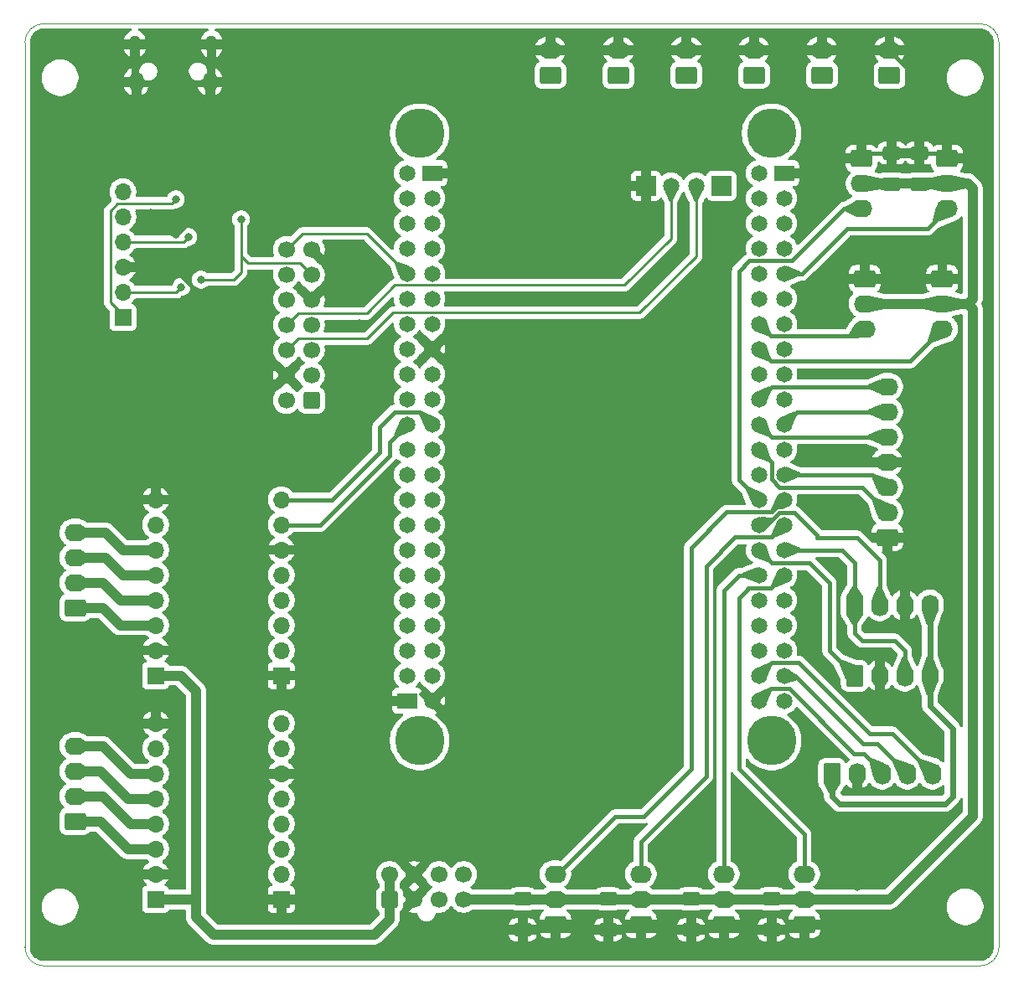
<source format=gbr>
%TF.GenerationSoftware,KiCad,Pcbnew,9.0.0*%
%TF.CreationDate,2025-05-01T09:51:47+02:00*%
%TF.ProjectId,Interco_weactH7,496e7465-7263-46f5-9f77-656163744837,rev?*%
%TF.SameCoordinates,Original*%
%TF.FileFunction,Copper,L4,Bot*%
%TF.FilePolarity,Positive*%
%FSLAX46Y46*%
G04 Gerber Fmt 4.6, Leading zero omitted, Abs format (unit mm)*
G04 Created by KiCad (PCBNEW 9.0.0) date 2025-05-01 09:51:47*
%MOMM*%
%LPD*%
G01*
G04 APERTURE LIST*
G04 Aperture macros list*
%AMRoundRect*
0 Rectangle with rounded corners*
0 $1 Rounding radius*
0 $2 $3 $4 $5 $6 $7 $8 $9 X,Y pos of 4 corners*
0 Add a 4 corners polygon primitive as box body*
4,1,4,$2,$3,$4,$5,$6,$7,$8,$9,$2,$3,0*
0 Add four circle primitives for the rounded corners*
1,1,$1+$1,$2,$3*
1,1,$1+$1,$4,$5*
1,1,$1+$1,$6,$7*
1,1,$1+$1,$8,$9*
0 Add four rect primitives between the rounded corners*
20,1,$1+$1,$2,$3,$4,$5,0*
20,1,$1+$1,$4,$5,$6,$7,0*
20,1,$1+$1,$6,$7,$8,$9,0*
20,1,$1+$1,$8,$9,$2,$3,0*%
G04 Aperture macros list end*
%TA.AperFunction,ComponentPad*%
%ADD10RoundRect,0.250000X0.845000X-0.620000X0.845000X0.620000X-0.845000X0.620000X-0.845000X-0.620000X0*%
%TD*%
%TA.AperFunction,ComponentPad*%
%ADD11O,2.190000X1.740000*%
%TD*%
%TA.AperFunction,ComponentPad*%
%ADD12RoundRect,0.250000X-0.620000X-0.845000X0.620000X-0.845000X0.620000X0.845000X-0.620000X0.845000X0*%
%TD*%
%TA.AperFunction,ComponentPad*%
%ADD13O,1.740000X2.190000*%
%TD*%
%TA.AperFunction,ComponentPad*%
%ADD14C,5.000000*%
%TD*%
%TA.AperFunction,ComponentPad*%
%ADD15R,2.000000X2.000000*%
%TD*%
%TA.AperFunction,ComponentPad*%
%ADD16C,1.650000*%
%TD*%
%TA.AperFunction,ComponentPad*%
%ADD17R,2.000000X1.600000*%
%TD*%
%TA.AperFunction,HeatsinkPad*%
%ADD18O,1.150000X1.800000*%
%TD*%
%TA.AperFunction,HeatsinkPad*%
%ADD19O,1.450000X2.000000*%
%TD*%
%TA.AperFunction,ComponentPad*%
%ADD20R,1.700000X1.700000*%
%TD*%
%TA.AperFunction,ComponentPad*%
%ADD21O,1.700000X1.700000*%
%TD*%
%TA.AperFunction,ComponentPad*%
%ADD22RoundRect,0.250000X-0.845000X0.620000X-0.845000X-0.620000X0.845000X-0.620000X0.845000X0.620000X0*%
%TD*%
%TA.AperFunction,ComponentPad*%
%ADD23RoundRect,0.250000X0.600000X-0.600000X0.600000X0.600000X-0.600000X0.600000X-0.600000X-0.600000X0*%
%TD*%
%TA.AperFunction,ComponentPad*%
%ADD24C,1.700000*%
%TD*%
%TA.AperFunction,ComponentPad*%
%ADD25RoundRect,0.250000X0.600000X0.600000X-0.600000X0.600000X-0.600000X-0.600000X0.600000X-0.600000X0*%
%TD*%
%TA.AperFunction,SMDPad,CuDef*%
%ADD26RoundRect,0.250000X-0.650000X0.412500X-0.650000X-0.412500X0.650000X-0.412500X0.650000X0.412500X0*%
%TD*%
%TA.AperFunction,SMDPad,CuDef*%
%ADD27RoundRect,0.250000X0.650000X-0.412500X0.650000X0.412500X-0.650000X0.412500X-0.650000X-0.412500X0*%
%TD*%
%TA.AperFunction,ViaPad*%
%ADD28C,0.800000*%
%TD*%
%TA.AperFunction,Conductor*%
%ADD29C,0.600000*%
%TD*%
%TA.AperFunction,Conductor*%
%ADD30C,0.400000*%
%TD*%
%TA.AperFunction,Conductor*%
%ADD31C,0.250000*%
%TD*%
%TA.AperFunction,Conductor*%
%ADD32C,1.000000*%
%TD*%
%TA.AperFunction,Profile*%
%ADD33C,0.100000*%
%TD*%
G04 APERTURE END LIST*
D10*
%TO.P,J112,1,Pin_1*%
%TO.N,/WEACT/PE0*%
X101112000Y-43942000D03*
D11*
%TO.P,J112,2,Pin_2*%
%TO.N,GND*%
X101112000Y-41402000D03*
%TD*%
D10*
%TO.P,J104,1,Pin_1*%
%TO.N,GND*%
X87884000Y-129794000D03*
D11*
%TO.P,J104,2,Pin_2*%
%TO.N,+5V_PWR*%
X87884000Y-127254000D03*
%TO.P,J104,3,Pin_3*%
%TO.N,/PWM_SERVO4*%
X87884000Y-124714000D03*
%TD*%
D12*
%TO.P,J109,1,Pin_1*%
%TO.N,+5V_LOGIC*%
X115824000Y-114554000D03*
D13*
%TO.P,J109,2,Pin_2*%
%TO.N,GND*%
X118364000Y-114554000D03*
%TO.P,J109,3,Pin_3*%
%TO.N,/SB_RST*%
X120904000Y-114554000D03*
%TO.P,J109,4,Pin_4*%
%TO.N,/SB_TX*%
X123444000Y-114554000D03*
%TO.P,J109,5,Pin_5*%
%TO.N,/SB_RX*%
X125984000Y-114554000D03*
%TD*%
D14*
%TO.P,U201,0*%
%TO.N,N/C*%
X74168000Y-49828000D03*
X74168000Y-111208000D03*
X109728000Y-49828000D03*
X109728000Y-111208000D03*
D15*
%TO.P,U201,D1,3V3*%
%TO.N,/WEACT/VDD*%
X104648000Y-55118000D03*
D16*
%TO.P,U201,D2,SWDIO*%
%TO.N,/stlink/T_JTMS*%
X102108000Y-55118000D03*
%TO.P,U201,D3,SWDCK*%
%TO.N,/stlink/T_JTCK*%
X99568000Y-55118000D03*
D15*
%TO.P,U201,D4,GND*%
%TO.N,GND*%
X97028000Y-55118000D03*
D17*
%TO.P,U201,P1_1,GND*%
X110998000Y-53848000D03*
D16*
%TO.P,U201,P1_2,5V*%
%TO.N,unconnected-(U201A-5V-PadP1_2)*%
X108458000Y-53848000D03*
%TO.P,U201,P1_3,PE1*%
%TO.N,/WEACT/PE1*%
X110998000Y-56388000D03*
%TO.P,U201,P1_4,PE0*%
%TO.N,/WEACT/PE0*%
X108458000Y-56388000D03*
%TO.P,U201,P1_5,PB9*%
%TO.N,/WEACT/PB9*%
X110998000Y-58928000D03*
%TO.P,U201,P1_6,PB8*%
%TO.N,/WEACT/PB8*%
X108458000Y-58928000D03*
%TO.P,U201,P1_7,PB7*%
%TO.N,/WEACT/PB7*%
X110998000Y-61468000D03*
%TO.P,U201,P1_8,PB6*%
%TO.N,unconnected-(U201A-PB6-PadP1_8)*%
X108458000Y-61468000D03*
%TO.P,U201,P1_9,PB5*%
%TO.N,/PWM_SERVO6*%
X110998000Y-64008000D03*
%TO.P,U201,P1_10,PB4*%
%TO.N,unconnected-(U201A-PB4-PadP1_10)*%
X108458000Y-64008000D03*
%TO.P,U201,P1_11,PB3*%
%TO.N,unconnected-(U201A-PB3-PadP1_11)*%
X110998000Y-66548000D03*
%TO.P,U201,P1_12,PD7*%
%TO.N,unconnected-(U201A-PD7-PadP1_12)*%
X108458000Y-66548000D03*
%TO.P,U201,P1_13,PD6*%
%TO.N,/WEACT/PD6*%
X110998000Y-69088000D03*
%TO.P,U201,P1_14,PD5*%
%TO.N,/WEACT/PD5*%
X108458000Y-69088000D03*
%TO.P,U201,P1_15,PD4*%
%TO.N,unconnected-(U201A-PD4-PadP1_15)*%
X110998000Y-71628000D03*
%TO.P,U201,P1_16,PD3*%
%TO.N,/WEACT/PD3*%
X108458000Y-71628000D03*
%TO.P,U201,P1_17,PD2*%
%TO.N,unconnected-(U201A-PD2-PadP1_17)*%
X110998000Y-74168000D03*
%TO.P,U201,P1_18,PD1*%
%TO.N,unconnected-(U201A-PD1-PadP1_18)*%
X108458000Y-74168000D03*
%TO.P,U201,P1_19,PD0*%
%TO.N,unconnected-(U201A-PD0-PadP1_19)*%
X110998000Y-76708000D03*
%TO.P,U201,P1_20,PC12*%
%TO.N,/MOTOR_MOSI*%
X108458000Y-76708000D03*
%TO.P,U201,P1_21,PC11*%
%TO.N,/MOTOR_MISO*%
X110998000Y-79248000D03*
%TO.P,U201,P1_22,PC10*%
%TO.N,/MOTOR_SCK*%
X108458000Y-79248000D03*
%TO.P,U201,P1_23,PA15*%
%TO.N,/WEACT/SPI3_CS*%
X110998000Y-81788000D03*
%TO.P,U201,P1_24,PA12*%
%TO.N,/MOTOR_RX(IN)*%
X108458000Y-81788000D03*
%TO.P,U201,P1_25,PA11*%
%TO.N,/MOTOR_TX(OUT)*%
X110998000Y-84328000D03*
%TO.P,U201,P1_26,PA10*%
%TO.N,unconnected-(U201A-PA10-PadP1_26)*%
X108458000Y-84328000D03*
%TO.P,U201,P1_27,PA9*%
%TO.N,/PWM_SERVO4*%
X110998000Y-86868000D03*
%TO.P,U201,P1_28,PA8*%
%TO.N,/PWM_SERVO5*%
X108458000Y-86868000D03*
%TO.P,U201,P1_29,PC9*%
%TO.N,/PWM_SERVO3*%
X110998000Y-89408000D03*
%TO.P,U201,P1_30,PC8*%
%TO.N,/WEACT/TIM3_CH3*%
X108458000Y-89408000D03*
%TO.P,U201,P1_31,PC7*%
%TO.N,/LIDAR_TX*%
X110998000Y-91948000D03*
%TO.P,U201,P1_32,PC6*%
%TO.N,/LIDAR_RX*%
X108458000Y-91948000D03*
%TO.P,U201,P1_33,PD15*%
%TO.N,/PWM_SERVO1*%
X110998000Y-94488000D03*
%TO.P,U201,P1_34,PD14*%
%TO.N,/PWM_SERVO2*%
X108458000Y-94488000D03*
%TO.P,U201,P1_35,PD13*%
%TO.N,unconnected-(U201A-PD13-PadP1_35)*%
X110998000Y-97028000D03*
%TO.P,U201,P1_36,PD12*%
%TO.N,unconnected-(U201A-PD12-PadP1_36)*%
X108458000Y-97028000D03*
%TO.P,U201,P1_37,PD11*%
%TO.N,unconnected-(U201A-PD11-PadP1_37)*%
X110998000Y-99568000D03*
%TO.P,U201,P1_38,PD10*%
%TO.N,unconnected-(U201A-PD10-PadP1_38)*%
X108458000Y-99568000D03*
%TO.P,U201,P1_39,PD9*%
%TO.N,unconnected-(U201A-PD9-PadP1_39)*%
X110998000Y-102108000D03*
%TO.P,U201,P1_40,PD8*%
%TO.N,unconnected-(U201A-PD8-PadP1_40)*%
X108458000Y-102108000D03*
%TO.P,U201,P1_41,PB15*%
%TO.N,/SB_TX*%
X110998000Y-104648000D03*
%TO.P,U201,P1_42,PB14*%
%TO.N,/SB_RX*%
X108458000Y-104648000D03*
%TO.P,U201,P1_43,PB13*%
%TO.N,unconnected-(U201A-PB13-PadP1_43)*%
X110998000Y-107188000D03*
%TO.P,U201,P1_44,PB12*%
%TO.N,/SB_RST*%
X108458000Y-107188000D03*
D17*
%TO.P,U201,P2_1,GND*%
%TO.N,GND*%
X75438000Y-53848000D03*
D16*
%TO.P,U201,P2_2,3V3*%
%TO.N,unconnected-(U201B-3V3-PadP2_2)*%
X72898000Y-53848000D03*
%TO.P,U201,P2_3,PE2*%
%TO.N,unconnected-(U201B-PE2-PadP2_3)*%
X75438000Y-56388000D03*
%TO.P,U201,P2_4,PE3*%
%TO.N,unconnected-(U201B-PE3-PadP2_4)*%
X72898000Y-56388000D03*
%TO.P,U201,P2_5,PE4*%
%TO.N,unconnected-(U201B-PE4-PadP2_5)*%
X75438000Y-58928000D03*
%TO.P,U201,P2_6,PE5*%
%TO.N,unconnected-(U201B-PE5-PadP2_6)*%
X72898000Y-58928000D03*
%TO.P,U201,P2_7,PE6*%
%TO.N,unconnected-(U201B-PE6-PadP2_7)*%
X75438000Y-61468000D03*
%TO.P,U201,P2_8,VBAT*%
%TO.N,unconnected-(U201B-VBAT-PadP2_8)*%
X72898000Y-61468000D03*
%TO.P,U201,P2_9,PC13*%
%TO.N,unconnected-(U201B-PC13-PadP2_9)*%
X75438000Y-64008000D03*
%TO.P,U201,P2_10,NRST*%
%TO.N,/stlink/T_NRST*%
X72898000Y-64008000D03*
%TO.P,U201,P2_11,PC0*%
%TO.N,/WEACT/DBG1*%
X75438000Y-66548000D03*
%TO.P,U201,P2_12,PC1*%
%TO.N,/WEACT/DBG2*%
X72898000Y-66548000D03*
%TO.P,U201,P2_13,PC2*%
%TO.N,/WEACT/DBG3*%
X75438000Y-69088000D03*
%TO.P,U201,P2_14,PC3*%
%TO.N,/WEACT/DBG4*%
X72898000Y-69088000D03*
%TO.P,U201,P2_15,GND*%
%TO.N,GND*%
X75438000Y-71628000D03*
%TO.P,U201,P2_16,VREF+*%
%TO.N,unconnected-(U201B-VREF+-PadP2_16)*%
X72898000Y-71628000D03*
%TO.P,U201,P2_17,PA0*%
%TO.N,/WEACT/TIM5_CH1*%
X75438000Y-74168000D03*
%TO.P,U201,P2_18,PA1*%
%TO.N,/WEACT/PA1*%
X72898000Y-74168000D03*
%TO.P,U201,P2_19,PA2*%
%TO.N,/WEACT/USART2_TX*%
X75438000Y-76708000D03*
%TO.P,U201,P2_20,PA3*%
%TO.N,/WEACT/USART2_RX*%
X72898000Y-76708000D03*
%TO.P,U201,P2_21,PA4*%
%TO.N,/WEACT/PA4*%
X75438000Y-79248000D03*
%TO.P,U201,P2_22,PA5*%
%TO.N,/WEACT/TIM2_CH1*%
X72898000Y-79248000D03*
%TO.P,U201,P2_23,PA6*%
%TO.N,unconnected-(U201B-PA6-PadP2_23)*%
X75438000Y-81788000D03*
%TO.P,U201,P2_24,PA7*%
%TO.N,unconnected-(U201B-PA7-PadP2_24)*%
X72898000Y-81788000D03*
%TO.P,U201,P2_25,PC4*%
%TO.N,unconnected-(U201B-PC4-PadP2_25)*%
X75438000Y-84328000D03*
%TO.P,U201,P2_26,PC5*%
%TO.N,unconnected-(U201B-PC5-PadP2_26)*%
X72898000Y-84328000D03*
%TO.P,U201,P2_27,PB0*%
%TO.N,unconnected-(U201B-PB0-PadP2_27)*%
X75438000Y-86868000D03*
%TO.P,U201,P2_28,PB1*%
%TO.N,unconnected-(U201B-PB1-PadP2_28)*%
X72898000Y-86868000D03*
%TO.P,U201,P2_29,PB2*%
%TO.N,unconnected-(U201B-PB2-PadP2_29)*%
X75438000Y-89408000D03*
%TO.P,U201,P2_30,PE7*%
%TO.N,/WEACT/UART7_RX*%
X72898000Y-89408000D03*
%TO.P,U201,P2_31,PE8*%
%TO.N,/WEACT/UART7_TX*%
X75438000Y-91948000D03*
%TO.P,U201,P2_32,PE9*%
%TO.N,unconnected-(U201B-PE9-PadP2_32)*%
X72898000Y-91948000D03*
%TO.P,U201,P2_33,PE10*%
%TO.N,unconnected-(U201B-PE10-PadP2_33)*%
X75438000Y-94488000D03*
%TO.P,U201,P2_34,PE11*%
%TO.N,unconnected-(U201B-PE11-PadP2_34)*%
X72898000Y-94488000D03*
%TO.P,U201,P2_35,PE12*%
%TO.N,unconnected-(U201B-PE12-PadP2_35)*%
X75438000Y-97028000D03*
%TO.P,U201,P2_36,PE13*%
%TO.N,unconnected-(U201B-PE13-PadP2_36)*%
X72898000Y-97028000D03*
%TO.P,U201,P2_37,PE14*%
%TO.N,unconnected-(U201B-PE14-PadP2_37)*%
X75438000Y-99568000D03*
%TO.P,U201,P2_38,PE15*%
%TO.N,unconnected-(U201B-PE15-PadP2_38)*%
X72898000Y-99568000D03*
%TO.P,U201,P2_39,PB10*%
%TO.N,/WEACT/USART3_TX*%
X75438000Y-102108000D03*
%TO.P,U201,P2_40,PB11*%
%TO.N,/WEACT/USART3_RX*%
X72898000Y-102108000D03*
%TO.P,U201,P2_41,3V3*%
%TO.N,unconnected-(U201B-3V3-PadP2_41)*%
X75438000Y-104648000D03*
%TO.P,U201,P2_42,5V*%
%TO.N,+5V_LOGIC*%
X72898000Y-104648000D03*
%TO.P,U201,P2_43,GND*%
%TO.N,GND*%
X75438000Y-107188000D03*
D17*
%TO.P,U201,P2_44,GND*%
X72898000Y-107188000D03*
%TD*%
D10*
%TO.P,J115,1,Pin_1*%
%TO.N,/WEACT/PB9*%
X114808000Y-43942000D03*
D11*
%TO.P,J115,2,Pin_2*%
%TO.N,GND*%
X114808000Y-41402000D03*
%TD*%
D18*
%TO.P,J301,6,Shield*%
%TO.N,GND*%
X53151000Y-40816161D03*
D19*
X53001000Y-44616161D03*
X45551000Y-44616161D03*
D18*
X45401000Y-40816161D03*
%TD*%
D20*
%TO.P,U401,1,EN*%
%TO.N,GND*%
X60198000Y-104633000D03*
D21*
%TO.P,U401,2,MS1*%
%TO.N,Net-(U401-MS1)*%
X60198000Y-102093000D03*
%TO.P,U401,3,MS2*%
%TO.N,Net-(U401-MS2)*%
X60198000Y-99553000D03*
%TO.P,U401,4,PDN*%
%TO.N,/TMC/UART1*%
X60198000Y-97013000D03*
%TO.P,U401,5,PDN*%
%TO.N,unconnected-(U401-PDN-Pad5)*%
X60198000Y-94473000D03*
%TO.P,U401,6,CLK*%
%TO.N,GND*%
X60198000Y-91933000D03*
%TO.P,U401,7,STEP*%
%TO.N,/WEACT/TIM2_CH1*%
X60198000Y-89393000D03*
%TO.P,U401,8,DIR*%
%TO.N,/WEACT/PA4*%
X60198000Y-86853000D03*
%TO.P,U401,9,GND*%
%TO.N,GND*%
X47498000Y-86853000D03*
%TO.P,U401,10,VDD*%
%TO.N,+3V3*%
X47498000Y-89393000D03*
%TO.P,U401,11,B2*%
%TO.N,/TMC/B02*%
X47498000Y-91933000D03*
%TO.P,U401,12,B1*%
%TO.N,/TMC/B01*%
X47498000Y-94473000D03*
%TO.P,U401,13,A1*%
%TO.N,/TMC/A01*%
X47498000Y-97013000D03*
%TO.P,U401,14,A2*%
%TO.N,/TMC/A02*%
X47498000Y-99553000D03*
%TO.P,U401,15,GND*%
%TO.N,GND*%
X47498000Y-102093000D03*
D20*
%TO.P,U401,16,VM*%
%TO.N,+BATT*%
X47498000Y-104633000D03*
%TD*%
D12*
%TO.P,J107,1,Pin_1*%
%TO.N,/LIDAR_RX*%
X118110000Y-104648000D03*
D13*
%TO.P,J107,2,Pin_2*%
%TO.N,GND*%
X120650000Y-104648000D03*
%TO.P,J107,3,Pin_3*%
%TO.N,/LIDAR_TX*%
X123190000Y-104648000D03*
%TO.P,J107,4,Pin_4*%
%TO.N,+5V_LOGIC*%
X125730000Y-104648000D03*
%TD*%
D20*
%TO.P,J302,1,Pin_1*%
%TO.N,+3.3VA*%
X44196000Y-68427161D03*
D21*
%TO.P,J302,2,Pin_2*%
%TO.N,/stlink/SRST*%
X44196000Y-65887161D03*
%TO.P,J302,3,Pin_3*%
%TO.N,GND*%
X44196000Y-63347161D03*
%TO.P,J302,4,Pin_4*%
%TO.N,/stlink/SWDIO*%
X44196000Y-60807161D03*
%TO.P,J302,5,Pin_5*%
%TO.N,/stlink/SWCLK*%
X44196000Y-58267161D03*
%TO.P,J302,6,Pin_6*%
%TO.N,/stlink/BOOT0*%
X44196000Y-55727161D03*
%TD*%
D10*
%TO.P,J101,1,Pin_1*%
%TO.N,GND*%
X113030000Y-129794000D03*
D11*
%TO.P,J101,2,Pin_2*%
%TO.N,+5V_PWR*%
X113030000Y-127254000D03*
%TO.P,J101,3,Pin_3*%
%TO.N,/PWM_SERVO1*%
X113030000Y-124714000D03*
%TD*%
D22*
%TO.P,J111,1,Pin_1*%
%TO.N,GND*%
X119126000Y-64516000D03*
D11*
%TO.P,J111,2,Pin_2*%
%TO.N,+5V_PWR*%
X119126000Y-67056000D03*
%TO.P,J111,3,Pin_3*%
%TO.N,/WEACT/PD5*%
X119126000Y-69596000D03*
%TD*%
D23*
%TO.P,J105,1,Pin_1*%
%TO.N,+BATT*%
X71120000Y-127254000D03*
D24*
%TO.P,J105,2,Pin_2*%
%TO.N,GND*%
X73620000Y-127254000D03*
%TO.P,J105,3,Pin_3*%
%TO.N,/9Vl*%
X76120000Y-127254000D03*
%TO.P,J105,4,Pin_4*%
%TO.N,+5V_PWR*%
X78620000Y-127254000D03*
%TO.P,J105,5,Pin_5*%
%TO.N,+BATT*%
X71120000Y-124754000D03*
%TO.P,J105,6,Pin_6*%
%TO.N,GND*%
X73620000Y-124754000D03*
%TO.P,J105,7,Pin_7*%
%TO.N,/12Vl*%
X76120000Y-124754000D03*
%TO.P,J105,8,Pin_8*%
%TO.N,+5V_LOGIC*%
X78620000Y-124754000D03*
%TD*%
D10*
%TO.P,J120,1,Pin_1*%
%TO.N,/WEACT/PB7*%
X121646000Y-43942000D03*
D11*
%TO.P,J120,2,Pin_2*%
%TO.N,GND*%
X121646000Y-41402000D03*
%TD*%
D25*
%TO.P,J117,1,Pin_1*%
%TO.N,/WEACT/USART2_RX*%
X63246000Y-76809161D03*
D24*
%TO.P,J117,2,Pin_2*%
%TO.N,/WEACT/USART2_TX*%
X60706000Y-76809161D03*
%TO.P,J117,3,Pin_3*%
%TO.N,+5V_LOGIC*%
X63246000Y-74269161D03*
%TO.P,J117,4,Pin_4*%
%TO.N,GND*%
X60706000Y-74269161D03*
%TO.P,J117,5,Pin_5*%
%TO.N,/stlink/3V3_TARGET*%
X63246000Y-71729161D03*
%TO.P,J117,6,Pin_6*%
%TO.N,/stlink/T_JTMS*%
X60706000Y-71729161D03*
%TO.P,J117,7,Pin_7*%
%TO.N,GND*%
X63246000Y-69189161D03*
%TO.P,J117,8,Pin_8*%
%TO.N,/stlink/T_JTCK*%
X60706000Y-69189161D03*
%TO.P,J117,9,Pin_9*%
%TO.N,GND*%
X63246000Y-66649161D03*
%TO.P,J117,10,Pin_10*%
%TO.N,/stlink/T_JTDO*%
X60706000Y-66649161D03*
%TO.P,J117,11,Pin_11*%
%TO.N,+3.3VA*%
X63246000Y-64109161D03*
%TO.P,J117,12,Pin_12*%
%TO.N,/stlink/T_JTDI*%
X60706000Y-64109161D03*
%TO.P,J117,13,Pin_13*%
%TO.N,GND*%
X63246000Y-61569161D03*
%TO.P,J117,14,Pin_14*%
%TO.N,/stlink/T_NRST*%
X60706000Y-61569161D03*
%TD*%
D10*
%TO.P,J116,1,Pin_1*%
%TO.N,/WEACT/PD6*%
X87376000Y-43942000D03*
D11*
%TO.P,J116,2,Pin_2*%
%TO.N,GND*%
X87376000Y-41402000D03*
%TD*%
D22*
%TO.P,J110,1,Pin_1*%
%TO.N,GND*%
X126976000Y-64516000D03*
D11*
%TO.P,J110,2,Pin_2*%
%TO.N,+5V_PWR*%
X126976000Y-67056000D03*
%TO.P,J110,3,Pin_3*%
%TO.N,/WEACT/PD3*%
X126976000Y-69596000D03*
%TD*%
D22*
%TO.P,J118,1,Pin_1*%
%TO.N,GND*%
X118831365Y-52356297D03*
D11*
%TO.P,J118,2,Pin_2*%
%TO.N,+5V_PWR*%
X118831365Y-54896297D03*
%TO.P,J118,3,Pin_3*%
%TO.N,/PWM_SERVO5*%
X118831365Y-57436297D03*
%TD*%
D12*
%TO.P,J108,1,Pin_1*%
%TO.N,/LIDAR_TX*%
X118110000Y-97536000D03*
D13*
%TO.P,J108,2,Pin_2*%
%TO.N,/WEACT/TIM3_CH3*%
X120650000Y-97536000D03*
%TO.P,J108,3,Pin_3*%
%TO.N,GND*%
X123190000Y-97536000D03*
%TO.P,J108,4,Pin_4*%
%TO.N,+5V_LOGIC*%
X125730000Y-97536000D03*
%TD*%
D10*
%TO.P,J401,1,Pin_1*%
%TO.N,/TMC/A02*%
X39370000Y-97790000D03*
D11*
%TO.P,J401,2,Pin_2*%
%TO.N,/TMC/A01*%
X39370000Y-95250000D03*
%TO.P,J401,3,Pin_3*%
%TO.N,/TMC/B01*%
X39370000Y-92710000D03*
%TO.P,J401,4,Pin_4*%
%TO.N,/TMC/B02*%
X39370000Y-90170000D03*
%TD*%
D10*
%TO.P,J103,1,Pin_1*%
%TO.N,GND*%
X96520000Y-129794000D03*
D11*
%TO.P,J103,2,Pin_2*%
%TO.N,+5V_PWR*%
X96520000Y-127254000D03*
%TO.P,J103,3,Pin_3*%
%TO.N,/PWM_SERVO3*%
X96520000Y-124714000D03*
%TD*%
D10*
%TO.P,J106,1,Pin_1*%
%TO.N,GND*%
X121412000Y-90678000D03*
D11*
%TO.P,J106,2,Pin_2*%
%TO.N,/MOTOR_RX(IN)*%
X121412000Y-88138000D03*
%TO.P,J106,3,Pin_3*%
%TO.N,/MOTOR_TX(OUT)*%
X121412000Y-85598000D03*
%TO.P,J106,4,Pin_4*%
%TO.N,GND*%
X121412000Y-83058000D03*
%TO.P,J106,5,Pin_5*%
%TO.N,/MOTOR_SCK*%
X121412000Y-80518000D03*
%TO.P,J106,6,Pin_6*%
%TO.N,/MOTOR_MISO*%
X121412000Y-77978000D03*
%TO.P,J106,7,Pin_7*%
%TO.N,/MOTOR_MOSI*%
X121412000Y-75438000D03*
%TD*%
D22*
%TO.P,J119,1,Pin_1*%
%TO.N,GND*%
X127467365Y-52356297D03*
D11*
%TO.P,J119,2,Pin_2*%
%TO.N,+5V_PWR*%
X127467365Y-54896297D03*
%TO.P,J119,3,Pin_3*%
%TO.N,/PWM_SERVO6*%
X127467365Y-57436297D03*
%TD*%
D10*
%TO.P,J102,1,Pin_1*%
%TO.N,GND*%
X104902000Y-129794000D03*
D11*
%TO.P,J102,2,Pin_2*%
%TO.N,+5V_PWR*%
X104902000Y-127254000D03*
%TO.P,J102,3,Pin_3*%
%TO.N,/PWM_SERVO2*%
X104902000Y-124714000D03*
%TD*%
D10*
%TO.P,J121,1,Pin_1*%
%TO.N,/WEACT/PE1*%
X107950000Y-43942000D03*
D11*
%TO.P,J121,2,Pin_2*%
%TO.N,GND*%
X107950000Y-41402000D03*
%TD*%
D10*
%TO.P,J114,1,Pin_1*%
%TO.N,/WEACT/PB8*%
X94254000Y-43942000D03*
D11*
%TO.P,J114,2,Pin_2*%
%TO.N,GND*%
X94254000Y-41402000D03*
%TD*%
D10*
%TO.P,J402,1,Pin_1*%
%TO.N,/TMC/A12*%
X39370000Y-119380000D03*
D11*
%TO.P,J402,2,Pin_2*%
%TO.N,/TMC/A11*%
X39370000Y-116840000D03*
%TO.P,J402,3,Pin_3*%
%TO.N,/TMC/B11*%
X39370000Y-114300000D03*
%TO.P,J402,4,Pin_4*%
%TO.N,/TMC/B12*%
X39370000Y-111760000D03*
%TD*%
D20*
%TO.P,U402,1,EN*%
%TO.N,GND*%
X60198000Y-127254000D03*
D21*
%TO.P,U402,2,MS1*%
%TO.N,Net-(U402-MS1)*%
X60198000Y-124714000D03*
%TO.P,U402,3,MS2*%
%TO.N,Net-(U402-MS2)*%
X60198000Y-122174000D03*
%TO.P,U402,4,PDN*%
%TO.N,/TMC/UART2*%
X60198000Y-119634000D03*
%TO.P,U402,5,PDN*%
%TO.N,unconnected-(U402-PDN-Pad5)*%
X60198000Y-117094000D03*
%TO.P,U402,6,CLK*%
%TO.N,GND*%
X60198000Y-114554000D03*
%TO.P,U402,7,STEP*%
%TO.N,/WEACT/TIM5_CH1*%
X60198000Y-112014000D03*
%TO.P,U402,8,DIR*%
%TO.N,/WEACT/PA1*%
X60198000Y-109474000D03*
%TO.P,U402,9,GND*%
%TO.N,GND*%
X47498000Y-109474000D03*
%TO.P,U402,10,VDD*%
%TO.N,+3V3*%
X47498000Y-112014000D03*
%TO.P,U402,11,B2*%
%TO.N,/TMC/B12*%
X47498000Y-114554000D03*
%TO.P,U402,12,B1*%
%TO.N,/TMC/B11*%
X47498000Y-117094000D03*
%TO.P,U402,13,A1*%
%TO.N,/TMC/A11*%
X47498000Y-119634000D03*
%TO.P,U402,14,A2*%
%TO.N,/TMC/A12*%
X47498000Y-122174000D03*
%TO.P,U402,15,GND*%
%TO.N,GND*%
X47498000Y-124714000D03*
D20*
%TO.P,U402,16,VM*%
%TO.N,+BATT*%
X47498000Y-127254000D03*
%TD*%
D26*
%TO.P,C103,1*%
%TO.N,+5V_PWR*%
X93218000Y-127215500D03*
%TO.P,C103,2*%
%TO.N,GND*%
X93218000Y-130340500D03*
%TD*%
%TO.P,C106,1*%
%TO.N,+5V_PWR*%
X101600000Y-127215500D03*
%TO.P,C106,2*%
%TO.N,GND*%
X101600000Y-130340500D03*
%TD*%
%TO.P,C105,1*%
%TO.N,+5V_PWR*%
X84582000Y-127215500D03*
%TO.P,C105,2*%
%TO.N,GND*%
X84582000Y-130340500D03*
%TD*%
D27*
%TO.P,C110,1*%
%TO.N,+5V_PWR*%
X124673365Y-54934797D03*
%TO.P,C110,2*%
%TO.N,GND*%
X124673365Y-51809797D03*
%TD*%
%TO.P,C109,1*%
%TO.N,+5V_PWR*%
X121879365Y-54934797D03*
%TO.P,C109,2*%
%TO.N,GND*%
X121879365Y-51809797D03*
%TD*%
D26*
%TO.P,C104,1*%
%TO.N,+5V_PWR*%
X109728000Y-127215500D03*
%TO.P,C104,2*%
%TO.N,GND*%
X109728000Y-130340500D03*
%TD*%
D28*
%TO.N,GND*%
X68072000Y-63738125D03*
X41148000Y-82296000D03*
X101854000Y-120650000D03*
X41148000Y-74342625D03*
X56388000Y-110744000D03*
X109220000Y-120650000D03*
X68072000Y-58435875D03*
X55880000Y-91186000D03*
X47244000Y-69603161D03*
X68072000Y-61087000D03*
X113538000Y-102616000D03*
X53086000Y-110744000D03*
X68072000Y-55784750D03*
X56388000Y-113538000D03*
X53086000Y-113538000D03*
X64706500Y-82296000D03*
X41148000Y-50482500D03*
X78486000Y-99568000D03*
X47879000Y-82296000D03*
X100838000Y-60198000D03*
X78740000Y-76454000D03*
X41148000Y-58435875D03*
X64516000Y-94234000D03*
X68072000Y-82296000D03*
X57150000Y-53036661D03*
X44513500Y-82296000D03*
X54610000Y-82296000D03*
X68072000Y-71691500D03*
X118364000Y-120650000D03*
X68072000Y-74342625D03*
X52527420Y-73710580D03*
X60009000Y-53770161D03*
X50038000Y-91186000D03*
X94488000Y-120650000D03*
X103886000Y-60198000D03*
X105664000Y-92964000D03*
X41148000Y-53133625D03*
X68072000Y-47831375D03*
X118364000Y-125984000D03*
X52070000Y-52679161D03*
X41148000Y-76993750D03*
X41148000Y-66389250D03*
X68072000Y-39878000D03*
X68072000Y-69040375D03*
X68072000Y-50482500D03*
X53086000Y-69697161D03*
X68072000Y-45180250D03*
X46977000Y-57886161D03*
X80010000Y-70866000D03*
X41148000Y-55784750D03*
X68072000Y-53133625D03*
X113538000Y-115570000D03*
X89154000Y-105664000D03*
X41148000Y-39878000D03*
X95250000Y-66802000D03*
X53340000Y-124714000D03*
X81534000Y-74422000D03*
X41148000Y-69040375D03*
X49494091Y-63718091D03*
X51244500Y-82296000D03*
X68072000Y-66389250D03*
X78994000Y-105918000D03*
X49784000Y-113538000D03*
X41148000Y-42529125D03*
X41148000Y-71691500D03*
X57975500Y-82296000D03*
X88646000Y-55118000D03*
X50038000Y-87884000D03*
X41148000Y-63738125D03*
X49530000Y-60032161D03*
X69342000Y-94234000D03*
X60771000Y-46150161D03*
X122711790Y-60989790D03*
X41148000Y-45180250D03*
X77470000Y-96012000D03*
X113538000Y-95250000D03*
X49784000Y-110744000D03*
X85852000Y-120650000D03*
X101092000Y-66802000D03*
X84836000Y-66802000D03*
X68072000Y-79644875D03*
X117187041Y-61307041D03*
X47397500Y-73761161D03*
X41148000Y-47831375D03*
X125984000Y-120396000D03*
X41148000Y-79644875D03*
X41148000Y-61087000D03*
X61341000Y-82296000D03*
X68072000Y-42529125D03*
%TO.N,+3.3VA*%
X56134000Y-58521161D03*
X52070000Y-64617161D03*
X49530000Y-56489161D03*
%TO.N,/stlink/SRST*%
X50088741Y-65360161D03*
%TO.N,/stlink/SWDIO*%
X50800000Y-60299161D03*
%TD*%
D29*
%TO.N,+5V_LOGIC*%
X128016000Y-116840000D02*
X127254000Y-117602000D01*
X125730000Y-104648000D02*
X125730000Y-107696000D01*
X127254000Y-117602000D02*
X116586000Y-117602000D01*
X115824000Y-116840000D02*
X115824000Y-114554000D01*
X128016000Y-109982000D02*
X128016000Y-116840000D01*
X116586000Y-117602000D02*
X115824000Y-116840000D01*
X125730000Y-107696000D02*
X128016000Y-109982000D01*
X125730000Y-104648000D02*
X125730000Y-97536000D01*
D30*
%TO.N,GND*%
X121646000Y-41402000D02*
X124714000Y-44470000D01*
X114808000Y-41402000D02*
X121646000Y-41402000D01*
X87376000Y-41402000D02*
X94254000Y-41402000D01*
D29*
X101600000Y-130340500D02*
X104355500Y-130340500D01*
D31*
X49703984Y-60032161D02*
X49530000Y-60032161D01*
D29*
X109728000Y-130340500D02*
X105448500Y-130340500D01*
D31*
X53086000Y-67310000D02*
X49494091Y-63718091D01*
D29*
X84582000Y-130340500D02*
X87337500Y-130340500D01*
D31*
X47397500Y-73761161D02*
X52476839Y-73761161D01*
X49784000Y-60045161D02*
X49771000Y-60032161D01*
X60009000Y-53770161D02*
X60009000Y-46912161D01*
D30*
X127467365Y-52356297D02*
X127467365Y-50505365D01*
D31*
X53086000Y-69697161D02*
X53086000Y-67310000D01*
D30*
X121879365Y-51809797D02*
X119377865Y-51809797D01*
D31*
X52992000Y-69603161D02*
X47752000Y-69603161D01*
X52476839Y-73761161D02*
X52527420Y-73710580D01*
D30*
X121879365Y-51809797D02*
X124673365Y-51809797D01*
X124714000Y-44470000D02*
X124714000Y-47752000D01*
D31*
X60009000Y-46912161D02*
X60771000Y-46150161D01*
D30*
X94254000Y-41402000D02*
X101112000Y-41402000D01*
D31*
X52070000Y-52679161D02*
X52427500Y-53036661D01*
X52070000Y-57666145D02*
X49703984Y-60032161D01*
D29*
X88392000Y-130302000D02*
X93179500Y-130302000D01*
X101600000Y-130340500D02*
X97066500Y-130340500D01*
D31*
X52070000Y-52679161D02*
X52070000Y-57666145D01*
X47244000Y-69603161D02*
X47752000Y-69603161D01*
X46977000Y-57886161D02*
X49123000Y-60032161D01*
X52427500Y-53036661D02*
X57150000Y-53036661D01*
X53086000Y-69697161D02*
X52992000Y-69603161D01*
D29*
X109728000Y-130340500D02*
X112483500Y-130340500D01*
D31*
X49123000Y-60032161D02*
X49530000Y-60032161D01*
D30*
X107950000Y-41402000D02*
X114808000Y-41402000D01*
D29*
X93218000Y-130340500D02*
X95973500Y-130340500D01*
D31*
X49771000Y-60032161D02*
X49530000Y-60032161D01*
D30*
X124673365Y-51809797D02*
X126920865Y-51809797D01*
X127467365Y-50505365D02*
X124714000Y-47752000D01*
X101112000Y-41402000D02*
X107950000Y-41402000D01*
D31*
X47752000Y-73406661D02*
X47752000Y-69603161D01*
X47397500Y-73761161D02*
X47752000Y-73406661D01*
D32*
%TO.N,+5V_PWR*%
X104902000Y-127254000D02*
X113030000Y-127254000D01*
X125219865Y-54896297D02*
X127467365Y-54896297D01*
X130048000Y-66548000D02*
X130048000Y-55372000D01*
X129540000Y-67056000D02*
X126976000Y-67056000D01*
X113030000Y-127254000D02*
X121666000Y-127254000D01*
X121879365Y-54934797D02*
X118869865Y-54934797D01*
X130048000Y-67564000D02*
X129540000Y-67056000D01*
X126976000Y-67056000D02*
X119126000Y-67056000D01*
X129507703Y-54896297D02*
X127467365Y-54896297D01*
D30*
X93218000Y-127215500D02*
X96481500Y-127215500D01*
D32*
X96520000Y-127254000D02*
X104902000Y-127254000D01*
D30*
X87884000Y-127254000D02*
X93179500Y-127254000D01*
D32*
X121666000Y-127254000D02*
X130048000Y-118872000D01*
X127467365Y-54896297D02*
X118831365Y-54896297D01*
X130048000Y-118872000D02*
X130048000Y-67564000D01*
D30*
X84582000Y-127215500D02*
X87845500Y-127215500D01*
D32*
X78620000Y-127254000D02*
X87884000Y-127254000D01*
X129540000Y-67056000D02*
X130048000Y-66548000D01*
X130048000Y-55372000D02*
X129540000Y-54864000D01*
X124673365Y-54934797D02*
X125181365Y-54934797D01*
X87884000Y-127254000D02*
X96520000Y-127254000D01*
X129540000Y-54864000D02*
X129507703Y-54896297D01*
X125181365Y-54934797D02*
X125219865Y-54896297D01*
D31*
%TO.N,+3.3VA*%
X42926000Y-66903161D02*
X42926000Y-57639022D01*
X55372000Y-64617161D02*
X52070000Y-64617161D01*
X63246000Y-64109161D02*
X62070000Y-62933161D01*
X49116000Y-56903161D02*
X49530000Y-56489161D01*
X56134000Y-58521161D02*
X56134000Y-62232339D01*
X62070000Y-62933161D02*
X56834822Y-62933161D01*
X56134000Y-63855161D02*
X55372000Y-64617161D01*
X56834822Y-62933161D02*
X56134000Y-62232339D01*
X44196000Y-68173161D02*
X42926000Y-66903161D01*
X42926000Y-57639022D02*
X43661861Y-56903161D01*
X43661861Y-56903161D02*
X49116000Y-56903161D01*
X56134000Y-62232339D02*
X56134000Y-63855161D01*
%TO.N,/stlink/SRST*%
X44196000Y-65887161D02*
X49561741Y-65887161D01*
X49561741Y-65887161D02*
X50088741Y-65360161D01*
%TO.N,+BATT*%
X51562000Y-129286000D02*
X51562000Y-129032000D01*
X51562000Y-129032000D02*
X51562000Y-127508000D01*
D32*
X69596000Y-130810000D02*
X53340000Y-130810000D01*
X47498000Y-104633000D02*
X50023000Y-104633000D01*
D31*
X51562000Y-127508000D02*
X51562000Y-106172000D01*
D32*
X71120000Y-129286000D02*
X69596000Y-130810000D01*
X51562000Y-106172000D02*
X50023000Y-104633000D01*
X53340000Y-130810000D02*
X51562000Y-129032000D01*
X51562000Y-129032000D02*
X51562000Y-106172000D01*
X47498000Y-127254000D02*
X51308000Y-127254000D01*
D31*
X65532000Y-130810000D02*
X53086000Y-130810000D01*
D32*
X71120000Y-127254000D02*
X71120000Y-129286000D01*
D31*
X65659000Y-130683000D02*
X65532000Y-130810000D01*
X53086000Y-130810000D02*
X51562000Y-129286000D01*
D32*
X71120000Y-124754000D02*
X71120000Y-127254000D01*
X53213000Y-130683000D02*
X51562000Y-129032000D01*
X51308000Y-127254000D02*
X51562000Y-127508000D01*
D30*
%TO.N,/PWM_SERVO1*%
X113030000Y-120650000D02*
X106426000Y-114046000D01*
X106426000Y-96774000D02*
X107188000Y-96012000D01*
X113030000Y-124714000D02*
X113030000Y-120650000D01*
X106426000Y-114046000D02*
X106426000Y-96774000D01*
X110998000Y-94488000D02*
X109684000Y-95802000D01*
X107398000Y-95802000D02*
X107188000Y-96012000D01*
X109684000Y-95802000D02*
X107398000Y-95802000D01*
%TO.N,/PWM_SERVO2*%
X106426000Y-94488000D02*
X104902000Y-96012000D01*
X104902000Y-96012000D02*
X104902000Y-124714000D01*
X108458000Y-94488000D02*
X106426000Y-94488000D01*
%TO.N,/PWM_SERVO3*%
X96520000Y-124714000D02*
X96520000Y-121412000D01*
X103124000Y-114808000D02*
X103124000Y-93575274D01*
X109772000Y-90634000D02*
X106065274Y-90634000D01*
X110998000Y-89408000D02*
X109772000Y-90634000D01*
X96520000Y-121412000D02*
X103124000Y-114808000D01*
X106065274Y-90634000D02*
X103124000Y-93575274D01*
%TO.N,/PWM_SERVO4*%
X105200000Y-88094000D02*
X101600000Y-91694000D01*
X109729646Y-88094000D02*
X105200000Y-88094000D01*
X88109000Y-124714000D02*
X87884000Y-124714000D01*
X93951000Y-118872000D02*
X88109000Y-124714000D01*
X110998000Y-86868000D02*
X110955646Y-86868000D01*
X96774000Y-118872000D02*
X93951000Y-118872000D01*
X110955646Y-86868000D02*
X109729646Y-88094000D01*
X101600000Y-114046000D02*
X96774000Y-118872000D01*
X101600000Y-91694000D02*
X101600000Y-114046000D01*
%TO.N,/MOTOR_SCK*%
X121412000Y-80518000D02*
X109728000Y-80518000D01*
X109728000Y-80518000D02*
X108458000Y-79248000D01*
%TO.N,/MOTOR_TX(OUT)*%
X121187000Y-85598000D02*
X119917000Y-84328000D01*
X119917000Y-84328000D02*
X110998000Y-84328000D01*
X121412000Y-85598000D02*
X121187000Y-85598000D01*
%TO.N,/MOTOR_MISO*%
X121412000Y-77978000D02*
X112268000Y-77978000D01*
X112268000Y-77978000D02*
X110998000Y-79248000D01*
%TO.N,/MOTOR_MOSI*%
X121412000Y-75438000D02*
X109728000Y-75438000D01*
X109728000Y-75438000D02*
X108458000Y-76708000D01*
%TO.N,/MOTOR_RX(IN)*%
X110534174Y-85598000D02*
X109728000Y-84791826D01*
X109728000Y-84791826D02*
X109728000Y-83058000D01*
X121412000Y-88138000D02*
X118872000Y-85598000D01*
X109728000Y-83058000D02*
X108458000Y-81788000D01*
X118872000Y-85598000D02*
X110534174Y-85598000D01*
%TO.N,/WEACT/TIM3_CH3*%
X109264174Y-89408000D02*
X110490174Y-88182000D01*
X114300000Y-90678000D02*
X118364000Y-90678000D01*
X112058000Y-88182000D02*
X114300000Y-90424000D01*
X108458000Y-89408000D02*
X109264174Y-89408000D01*
X110490174Y-88182000D02*
X112058000Y-88182000D01*
X120650000Y-92964000D02*
X120650000Y-97536000D01*
X118364000Y-90678000D02*
X120650000Y-92964000D01*
X114300000Y-90424000D02*
X114300000Y-90678000D01*
%TO.N,/SB_RX*%
X119634000Y-110490000D02*
X112478000Y-103334000D01*
X121920000Y-110490000D02*
X119634000Y-110490000D01*
X109772000Y-103334000D02*
X108458000Y-104648000D01*
X112478000Y-103334000D02*
X109772000Y-103334000D01*
X125984000Y-114554000D02*
X121920000Y-110490000D01*
%TO.N,/SB_RST*%
X109684000Y-105962000D02*
X111505826Y-105962000D01*
X108458000Y-107188000D02*
X109684000Y-105962000D01*
X118065826Y-112522000D02*
X119097000Y-112522000D01*
X111505826Y-105962000D02*
X118065826Y-112522000D01*
X120904000Y-114329000D02*
X120904000Y-114554000D01*
X119097000Y-112522000D02*
X120904000Y-114329000D01*
%TO.N,/SB_TX*%
X119022726Y-111506000D02*
X112164726Y-104648000D01*
X123444000Y-114554000D02*
X120396000Y-111506000D01*
X112164726Y-104648000D02*
X110998000Y-104648000D01*
X120396000Y-111506000D02*
X119022726Y-111506000D01*
D31*
%TO.N,/stlink/SWDIO*%
X50292000Y-60807161D02*
X44196000Y-60807161D01*
X50800000Y-60299161D02*
X50292000Y-60807161D01*
D30*
%TO.N,/LIDAR_RX*%
X115570000Y-95250000D02*
X113582000Y-93262000D01*
X109772000Y-93262000D02*
X108458000Y-91948000D01*
X115570000Y-102108000D02*
X115570000Y-95250000D01*
X118110000Y-104648000D02*
X115570000Y-102108000D01*
X113582000Y-93262000D02*
X109772000Y-93262000D01*
D32*
%TO.N,/TMC/A01*%
X42164000Y-95250000D02*
X39370000Y-95250000D01*
X47498000Y-97013000D02*
X43927000Y-97013000D01*
X43927000Y-97013000D02*
X42164000Y-95250000D01*
%TO.N,/TMC/B01*%
X39370000Y-92710000D02*
X42418000Y-92710000D01*
X42418000Y-92710000D02*
X44181000Y-94473000D01*
X44181000Y-94473000D02*
X47498000Y-94473000D01*
%TO.N,/TMC/B02*%
X39370000Y-90170000D02*
X42418000Y-90170000D01*
X42418000Y-90170000D02*
X44181000Y-91933000D01*
X44181000Y-91933000D02*
X47498000Y-91933000D01*
%TO.N,/TMC/A02*%
X42164000Y-97790000D02*
X39370000Y-97790000D01*
X47498000Y-99553000D02*
X43927000Y-99553000D01*
X43927000Y-99553000D02*
X42164000Y-97790000D01*
D30*
%TO.N,/LIDAR_TX*%
X118110000Y-100330000D02*
X118872000Y-101092000D01*
X117475000Y-92583000D02*
X118110000Y-93218000D01*
X118110000Y-97536000D02*
X118110000Y-100330000D01*
X116840000Y-91948000D02*
X117475000Y-92583000D01*
X110998000Y-91948000D02*
X116840000Y-91948000D01*
X123190000Y-102108000D02*
X123190000Y-104648000D01*
X118872000Y-101092000D02*
X122174000Y-101092000D01*
X118110000Y-93218000D02*
X118110000Y-97536000D01*
X122174000Y-101092000D02*
X123190000Y-102108000D01*
D31*
%TO.N,/stlink/T_JTMS*%
X71509000Y-67937000D02*
X96401000Y-67937000D01*
X96401000Y-67937000D02*
X102108000Y-62230000D01*
X68892839Y-70553161D02*
X71509000Y-67937000D01*
X102108000Y-62230000D02*
X102108000Y-55118000D01*
X60706000Y-71729161D02*
X61882000Y-70553161D01*
X61882000Y-70553161D02*
X68892839Y-70553161D01*
D30*
%TO.N,/WEACT/PA4*%
X60198000Y-86853000D02*
X65293000Y-86853000D01*
X74168000Y-77978000D02*
X75438000Y-79248000D01*
X71628000Y-77978000D02*
X74168000Y-77978000D01*
X70104000Y-79502000D02*
X71628000Y-77978000D01*
X65293000Y-86853000D02*
X70104000Y-82042000D01*
X70104000Y-82042000D02*
X70104000Y-79502000D01*
D31*
%TO.N,/stlink/T_NRST*%
X68834000Y-59944000D02*
X72898000Y-64008000D01*
X60706000Y-61569161D02*
X62331161Y-59944000D01*
X62331161Y-59944000D02*
X68834000Y-59944000D01*
D30*
%TO.N,/WEACT/TIM2_CH1*%
X71120000Y-82382528D02*
X71120000Y-81026000D01*
X71120000Y-81026000D02*
X72898000Y-79248000D01*
X64109528Y-89393000D02*
X71120000Y-82382528D01*
X60198000Y-89393000D02*
X64109528Y-89393000D01*
D31*
%TO.N,/stlink/T_JTCK*%
X99568000Y-60452000D02*
X99568000Y-55118000D01*
X68840959Y-68013161D02*
X71695120Y-65159000D01*
X60706000Y-69189161D02*
X61882000Y-68013161D01*
X71695120Y-65159000D02*
X94861000Y-65159000D01*
X61882000Y-68013161D02*
X68840959Y-68013161D01*
X94861000Y-65159000D02*
X99568000Y-60452000D01*
D30*
%TO.N,/WEACT/PD3*%
X123718000Y-72854000D02*
X109684000Y-72854000D01*
X109684000Y-72854000D02*
X108458000Y-71628000D01*
X126976000Y-69596000D02*
X123718000Y-72854000D01*
%TO.N,/WEACT/PD5*%
X109684000Y-70314000D02*
X108458000Y-69088000D01*
X118408000Y-70314000D02*
X109684000Y-70314000D01*
X119126000Y-69596000D02*
X118408000Y-70314000D01*
D32*
%TO.N,/TMC/B12*%
X42164000Y-111760000D02*
X39370000Y-111760000D01*
X44958000Y-114554000D02*
X42164000Y-111760000D01*
X47498000Y-114554000D02*
X44958000Y-114554000D01*
%TO.N,/TMC/B11*%
X39370000Y-114300000D02*
X41910000Y-114300000D01*
X41910000Y-114300000D02*
X44704000Y-117094000D01*
X44704000Y-117094000D02*
X47498000Y-117094000D01*
%TO.N,/TMC/A11*%
X42164000Y-116840000D02*
X44958000Y-119634000D01*
X44958000Y-119634000D02*
X47498000Y-119634000D01*
X39370000Y-116840000D02*
X42164000Y-116840000D01*
%TO.N,/TMC/A12*%
X44704000Y-122174000D02*
X47498000Y-122174000D01*
X39370000Y-119380000D02*
X41910000Y-119380000D01*
X41910000Y-119380000D02*
X44704000Y-122174000D01*
D30*
%TO.N,/PWM_SERVO5*%
X106426000Y-63754000D02*
X107486000Y-62694000D01*
X107486000Y-62694000D02*
X111804000Y-62694000D01*
X106426000Y-84836000D02*
X106426000Y-63754000D01*
X111804000Y-62694000D02*
X117061703Y-57436297D01*
X117061703Y-57436297D02*
X118831365Y-57436297D01*
X108458000Y-86868000D02*
X106426000Y-84836000D01*
%TO.N,/PWM_SERVO6*%
X112776000Y-64008000D02*
X117348000Y-59436000D01*
X125467662Y-59436000D02*
X127467365Y-57436297D01*
X110998000Y-64008000D02*
X112776000Y-64008000D01*
X117348000Y-59436000D02*
X125467662Y-59436000D01*
%TD*%
%TA.AperFunction,Conductor*%
%TO.N,/WEACT/TIM3_CH3*%
G36*
X120850512Y-95591144D02*
G01*
X120853018Y-95594867D01*
X121370284Y-96820321D01*
X121370344Y-96829276D01*
X121367697Y-96833225D01*
X120658192Y-97528966D01*
X120649885Y-97532311D01*
X120641808Y-97528966D01*
X119932302Y-96833225D01*
X119928795Y-96824986D01*
X119929713Y-96820326D01*
X120446982Y-95594867D01*
X120453356Y-95588578D01*
X120457761Y-95587717D01*
X120842239Y-95587717D01*
X120850512Y-95591144D01*
G37*
%TD.AperFunction*%
%TD*%
%TA.AperFunction,Conductor*%
%TO.N,GND*%
G36*
X97205687Y-119539791D02*
G01*
X97241914Y-119600849D01*
X97239380Y-119671801D01*
X97208923Y-119721105D01*
X95976650Y-120953377D01*
X95976647Y-120953381D01*
X95969672Y-120960357D01*
X95892135Y-121076399D01*
X95866705Y-121137794D01*
X95863343Y-121145908D01*
X95863343Y-121145910D01*
X95838728Y-121205334D01*
X95811500Y-121342216D01*
X95811500Y-123336016D01*
X95791498Y-123404137D01*
X95742703Y-123448282D01*
X95630103Y-123505655D01*
X95572504Y-123535003D01*
X95396964Y-123662541D01*
X95396961Y-123662543D01*
X95243543Y-123815961D01*
X95243541Y-123815964D01*
X95116003Y-123991504D01*
X95017493Y-124184841D01*
X94955295Y-124376266D01*
X94950443Y-124391200D01*
X94916500Y-124605510D01*
X94916500Y-124822490D01*
X94950443Y-125036800D01*
X94950444Y-125036803D01*
X95014999Y-125235483D01*
X95017494Y-125243160D01*
X95115554Y-125435615D01*
X95116003Y-125436495D01*
X95139435Y-125468746D01*
X95243539Y-125612033D01*
X95243541Y-125612035D01*
X95243543Y-125612038D01*
X95396961Y-125765456D01*
X95396964Y-125765458D01*
X95396967Y-125765461D01*
X95527092Y-125860002D01*
X95557457Y-125882064D01*
X95574441Y-125904089D01*
X95594075Y-125923783D01*
X95595804Y-125931794D01*
X95600811Y-125938286D01*
X95603190Y-125965996D01*
X95609061Y-125993180D01*
X95606184Y-126000856D01*
X95606886Y-126009023D01*
X95593907Y-126033619D01*
X95584149Y-126059662D01*
X95575861Y-126067819D01*
X95573754Y-126071814D01*
X95558752Y-126084983D01*
X95558126Y-126085450D01*
X95396967Y-126202539D01*
X95384468Y-126215037D01*
X95377171Y-126220483D01*
X95352083Y-126229796D01*
X95328598Y-126242621D01*
X95313030Y-126244294D01*
X95310613Y-126245192D01*
X95308660Y-126244764D01*
X95301815Y-126245500D01*
X94435373Y-126245500D01*
X94367252Y-126225498D01*
X94346278Y-126208595D01*
X94341658Y-126203975D01*
X94341652Y-126203970D01*
X94339332Y-126202539D01*
X94190738Y-126110885D01*
X94074898Y-126072500D01*
X94022427Y-126055113D01*
X94022420Y-126055112D01*
X93918553Y-126044500D01*
X92517455Y-126044500D01*
X92413574Y-126055112D01*
X92245261Y-126110885D01*
X92094347Y-126203970D01*
X92094341Y-126203975D01*
X92089722Y-126208595D01*
X92027410Y-126242621D01*
X92000627Y-126245500D01*
X89102185Y-126245500D01*
X89034064Y-126225498D01*
X89026830Y-126220483D01*
X89019528Y-126215034D01*
X89007033Y-126202539D01*
X88845874Y-126085450D01*
X88845248Y-126084983D01*
X88824399Y-126057220D01*
X88803188Y-126029714D01*
X88803116Y-126028881D01*
X88802614Y-126028212D01*
X88800082Y-125993554D01*
X88797113Y-125958978D01*
X88797502Y-125958238D01*
X88797442Y-125957404D01*
X88814045Y-125926886D01*
X88830244Y-125896186D01*
X88831198Y-125895358D01*
X88831372Y-125895040D01*
X88831901Y-125894749D01*
X88846538Y-125882067D01*
X89007033Y-125765461D01*
X89160461Y-125612033D01*
X89287999Y-125436492D01*
X89386506Y-125243160D01*
X89453557Y-125036800D01*
X89487500Y-124822490D01*
X89487500Y-124605510D01*
X89460894Y-124437525D01*
X89469994Y-124367115D01*
X89496245Y-124328724D01*
X94207565Y-119617405D01*
X94269877Y-119583379D01*
X94296660Y-119580500D01*
X96843777Y-119580500D01*
X96843782Y-119580500D01*
X96912221Y-119566886D01*
X96980662Y-119553273D01*
X97025571Y-119534671D01*
X97071610Y-119515600D01*
X97142200Y-119508012D01*
X97205687Y-119539791D01*
G37*
%TD.AperFunction*%
%TA.AperFunction,Conductor*%
G36*
X107147311Y-91362502D02*
G01*
X107193804Y-91416158D01*
X107203908Y-91486432D01*
X107199023Y-91507436D01*
X107157337Y-91635733D01*
X107157336Y-91635736D01*
X107157336Y-91635738D01*
X107124500Y-91843051D01*
X107124500Y-92052949D01*
X107157336Y-92260262D01*
X107157337Y-92260266D01*
X107220441Y-92454484D01*
X107222197Y-92459886D01*
X107316524Y-92645012D01*
X107317491Y-92646909D01*
X107338992Y-92676502D01*
X107440863Y-92816717D01*
X107440865Y-92816719D01*
X107440867Y-92816722D01*
X107589280Y-92965135D01*
X107682213Y-93032655D01*
X107682214Y-93032655D01*
X107687535Y-93036521D01*
X107690344Y-93039047D01*
X107694011Y-93041225D01*
X107759094Y-93088511D01*
X107792894Y-93105733D01*
X107802194Y-93114517D01*
X107814050Y-93119329D01*
X107827515Y-93138431D01*
X107844508Y-93154480D01*
X107847583Y-93166899D01*
X107854955Y-93177357D01*
X107855955Y-93200707D01*
X107861574Y-93223395D01*
X107857447Y-93235505D01*
X107857995Y-93248288D01*
X107846212Y-93268473D01*
X107838673Y-93290597D01*
X107827797Y-93300020D01*
X107822204Y-93309603D01*
X107792892Y-93330266D01*
X107782959Y-93335327D01*
X107773903Y-93339499D01*
X107097267Y-93619280D01*
X106753410Y-93761461D01*
X106732906Y-93769939D01*
X106684760Y-93779500D01*
X106356216Y-93779500D01*
X106219337Y-93806727D01*
X106219332Y-93806729D01*
X106143807Y-93838013D01*
X106090399Y-93860135D01*
X105974353Y-93937675D01*
X105974351Y-93937677D01*
X104351676Y-95560351D01*
X104351671Y-95560357D01*
X104274135Y-95676399D01*
X104238808Y-95761686D01*
X104220729Y-95805332D01*
X104220727Y-95805337D01*
X104193500Y-95942216D01*
X104193500Y-123336016D01*
X104173498Y-123404137D01*
X104124703Y-123448282D01*
X104012103Y-123505655D01*
X103954504Y-123535003D01*
X103778964Y-123662541D01*
X103778961Y-123662543D01*
X103625543Y-123815961D01*
X103625541Y-123815964D01*
X103498003Y-123991504D01*
X103399493Y-124184841D01*
X103337295Y-124376266D01*
X103332443Y-124391200D01*
X103298500Y-124605510D01*
X103298500Y-124822490D01*
X103332443Y-125036800D01*
X103332444Y-125036803D01*
X103396999Y-125235483D01*
X103399494Y-125243160D01*
X103497554Y-125435615D01*
X103498003Y-125436495D01*
X103521435Y-125468746D01*
X103625539Y-125612033D01*
X103625541Y-125612035D01*
X103625543Y-125612038D01*
X103778961Y-125765456D01*
X103778964Y-125765458D01*
X103778967Y-125765461D01*
X103909092Y-125860002D01*
X103939457Y-125882064D01*
X103956441Y-125904089D01*
X103976075Y-125923783D01*
X103977804Y-125931794D01*
X103982811Y-125938286D01*
X103985190Y-125965996D01*
X103991061Y-125993180D01*
X103988184Y-126000856D01*
X103988886Y-126009023D01*
X103975907Y-126033619D01*
X103966149Y-126059662D01*
X103957861Y-126067819D01*
X103955754Y-126071814D01*
X103940752Y-126084983D01*
X103940126Y-126085450D01*
X103778967Y-126202539D01*
X103766468Y-126215037D01*
X103759171Y-126220483D01*
X103734083Y-126229796D01*
X103710598Y-126242621D01*
X103695030Y-126244294D01*
X103692613Y-126245192D01*
X103690660Y-126244764D01*
X103683815Y-126245500D01*
X102817373Y-126245500D01*
X102749252Y-126225498D01*
X102728278Y-126208595D01*
X102723658Y-126203975D01*
X102723652Y-126203970D01*
X102721332Y-126202539D01*
X102572738Y-126110885D01*
X102456898Y-126072500D01*
X102404427Y-126055113D01*
X102404420Y-126055112D01*
X102300553Y-126044500D01*
X100899455Y-126044500D01*
X100795574Y-126055112D01*
X100627261Y-126110885D01*
X100476347Y-126203970D01*
X100476341Y-126203975D01*
X100471722Y-126208595D01*
X100409410Y-126242621D01*
X100382627Y-126245500D01*
X97738185Y-126245500D01*
X97670064Y-126225498D01*
X97662830Y-126220483D01*
X97655528Y-126215034D01*
X97643033Y-126202539D01*
X97481874Y-126085450D01*
X97481248Y-126084983D01*
X97460399Y-126057220D01*
X97439188Y-126029714D01*
X97439116Y-126028881D01*
X97438614Y-126028212D01*
X97436082Y-125993554D01*
X97433113Y-125958978D01*
X97433502Y-125958238D01*
X97433442Y-125957404D01*
X97450045Y-125926886D01*
X97466244Y-125896186D01*
X97467198Y-125895358D01*
X97467372Y-125895040D01*
X97467901Y-125894749D01*
X97482538Y-125882067D01*
X97643033Y-125765461D01*
X97796461Y-125612033D01*
X97923999Y-125436492D01*
X98022506Y-125243160D01*
X98089557Y-125036800D01*
X98123500Y-124822490D01*
X98123500Y-124605510D01*
X98089557Y-124391200D01*
X98022506Y-124184840D01*
X97923999Y-123991508D01*
X97796461Y-123815967D01*
X97796458Y-123815964D01*
X97796456Y-123815961D01*
X97643038Y-123662543D01*
X97643035Y-123662541D01*
X97643033Y-123662539D01*
X97510894Y-123566535D01*
X97467495Y-123535003D01*
X97467494Y-123535002D01*
X97467492Y-123535001D01*
X97297296Y-123448282D01*
X97245682Y-123399535D01*
X97228500Y-123336016D01*
X97228500Y-121757661D01*
X97248502Y-121689540D01*
X97265405Y-121668566D01*
X103674323Y-115259648D01*
X103674328Y-115259643D01*
X103751865Y-115143601D01*
X103794753Y-115040058D01*
X103805273Y-115014662D01*
X103832500Y-114877781D01*
X103832500Y-93920934D01*
X103852502Y-93852813D01*
X103869405Y-93831839D01*
X106321839Y-91379405D01*
X106384151Y-91345379D01*
X106410934Y-91342500D01*
X107079190Y-91342500D01*
X107147311Y-91362502D01*
G37*
%TD.AperFunction*%
%TA.AperFunction,Conductor*%
G36*
X105819012Y-114420927D02*
G01*
X105841265Y-114446150D01*
X105875667Y-114497638D01*
X105875676Y-114497648D01*
X112284595Y-120906566D01*
X112318621Y-120968878D01*
X112321500Y-120995661D01*
X112321500Y-123336016D01*
X112301498Y-123404137D01*
X112252703Y-123448282D01*
X112140103Y-123505655D01*
X112082504Y-123535003D01*
X111906964Y-123662541D01*
X111906961Y-123662543D01*
X111753543Y-123815961D01*
X111753541Y-123815964D01*
X111626003Y-123991504D01*
X111527493Y-124184841D01*
X111465295Y-124376266D01*
X111460443Y-124391200D01*
X111426500Y-124605510D01*
X111426500Y-124822490D01*
X111460443Y-125036800D01*
X111460444Y-125036803D01*
X111524999Y-125235483D01*
X111527494Y-125243160D01*
X111625554Y-125435615D01*
X111626003Y-125436495D01*
X111649435Y-125468746D01*
X111753539Y-125612033D01*
X111753541Y-125612035D01*
X111753543Y-125612038D01*
X111906961Y-125765456D01*
X111906964Y-125765458D01*
X111906967Y-125765461D01*
X112037092Y-125860002D01*
X112067457Y-125882064D01*
X112084441Y-125904089D01*
X112104075Y-125923783D01*
X112105804Y-125931794D01*
X112110811Y-125938286D01*
X112113190Y-125965996D01*
X112119061Y-125993180D01*
X112116184Y-126000856D01*
X112116886Y-126009023D01*
X112103907Y-126033619D01*
X112094149Y-126059662D01*
X112085861Y-126067819D01*
X112083754Y-126071814D01*
X112068752Y-126084983D01*
X112068126Y-126085450D01*
X111906967Y-126202539D01*
X111894468Y-126215037D01*
X111887171Y-126220483D01*
X111862083Y-126229796D01*
X111838598Y-126242621D01*
X111823030Y-126244294D01*
X111820613Y-126245192D01*
X111818660Y-126244764D01*
X111811815Y-126245500D01*
X110945373Y-126245500D01*
X110877252Y-126225498D01*
X110856278Y-126208595D01*
X110851658Y-126203975D01*
X110851652Y-126203970D01*
X110849332Y-126202539D01*
X110700738Y-126110885D01*
X110584898Y-126072500D01*
X110532427Y-126055113D01*
X110532420Y-126055112D01*
X110428553Y-126044500D01*
X109027455Y-126044500D01*
X108923574Y-126055112D01*
X108755261Y-126110885D01*
X108604347Y-126203970D01*
X108604341Y-126203975D01*
X108599722Y-126208595D01*
X108537410Y-126242621D01*
X108510627Y-126245500D01*
X106120185Y-126245500D01*
X106052064Y-126225498D01*
X106044830Y-126220483D01*
X106037528Y-126215034D01*
X106025033Y-126202539D01*
X105863874Y-126085450D01*
X105863248Y-126084983D01*
X105842399Y-126057220D01*
X105821188Y-126029714D01*
X105821116Y-126028881D01*
X105820614Y-126028212D01*
X105818082Y-125993554D01*
X105815113Y-125958978D01*
X105815502Y-125958238D01*
X105815442Y-125957404D01*
X105832045Y-125926886D01*
X105848244Y-125896186D01*
X105849198Y-125895358D01*
X105849372Y-125895040D01*
X105849901Y-125894749D01*
X105864538Y-125882067D01*
X106025033Y-125765461D01*
X106178461Y-125612033D01*
X106305999Y-125436492D01*
X106404506Y-125243160D01*
X106471557Y-125036800D01*
X106505500Y-124822490D01*
X106505500Y-124605510D01*
X106471557Y-124391200D01*
X106404506Y-124184840D01*
X106305999Y-123991508D01*
X106178461Y-123815967D01*
X106178458Y-123815964D01*
X106178456Y-123815961D01*
X106025038Y-123662543D01*
X106025035Y-123662541D01*
X106025033Y-123662539D01*
X105892894Y-123566535D01*
X105849495Y-123535003D01*
X105849494Y-123535002D01*
X105849492Y-123535001D01*
X105679296Y-123448282D01*
X105627682Y-123399535D01*
X105610500Y-123336016D01*
X105610500Y-114516151D01*
X105630502Y-114448030D01*
X105684158Y-114401537D01*
X105754432Y-114391433D01*
X105819012Y-114420927D01*
G37*
%TD.AperFunction*%
%TA.AperFunction,Conductor*%
G36*
X112342613Y-107803367D02*
G01*
X112359111Y-107817256D01*
X117566709Y-113024855D01*
X117600735Y-113087167D01*
X117595670Y-113157982D01*
X117553123Y-113214818D01*
X117551675Y-113215886D01*
X117466295Y-113277917D01*
X117333423Y-113410789D01*
X117271111Y-113444814D01*
X117200295Y-113439749D01*
X117143460Y-113397202D01*
X117137087Y-113387840D01*
X117136116Y-113386266D01*
X117136115Y-113386262D01*
X117043030Y-113235348D01*
X117043029Y-113235347D01*
X117043024Y-113235341D01*
X116917658Y-113109975D01*
X116917652Y-113109970D01*
X116766738Y-113016885D01*
X116668359Y-112984286D01*
X116598427Y-112961113D01*
X116598420Y-112961112D01*
X116494553Y-112950500D01*
X115153455Y-112950500D01*
X115049574Y-112961112D01*
X114881261Y-113016885D01*
X114730347Y-113109970D01*
X114730341Y-113109975D01*
X114604975Y-113235341D01*
X114604970Y-113235347D01*
X114511885Y-113386262D01*
X114456113Y-113554572D01*
X114456112Y-113554579D01*
X114445500Y-113658446D01*
X114445500Y-115449544D01*
X114456112Y-115553425D01*
X114500064Y-115686064D01*
X114511885Y-115721738D01*
X114515991Y-115728395D01*
X114523689Y-115742918D01*
X114524709Y-115745189D01*
X114624890Y-115931439D01*
X114969718Y-116572521D01*
X115000466Y-116629684D01*
X115015500Y-116689371D01*
X115015500Y-116919632D01*
X115028917Y-116987084D01*
X115046570Y-117075831D01*
X115070735Y-117134169D01*
X115107516Y-117222968D01*
X115195997Y-117355389D01*
X116070611Y-118230003D01*
X116203032Y-118318484D01*
X116260328Y-118342216D01*
X116276600Y-118348956D01*
X116276602Y-118348957D01*
X116350164Y-118379428D01*
X116350169Y-118379430D01*
X116506370Y-118410500D01*
X116506371Y-118410500D01*
X127333629Y-118410500D01*
X127333630Y-118410500D01*
X127489831Y-118379430D01*
X127563399Y-118348956D01*
X127636968Y-118318484D01*
X127769389Y-118230003D01*
X128644003Y-117355389D01*
X128732484Y-117222968D01*
X128769265Y-117134169D01*
X128793430Y-117075831D01*
X128793818Y-117073879D01*
X128796809Y-117066537D01*
X128815439Y-117043136D01*
X128831837Y-117018114D01*
X128837302Y-117015676D01*
X128841030Y-117010995D01*
X128869356Y-117001380D01*
X128896678Y-116989196D01*
X128902593Y-116990100D01*
X128908260Y-116988177D01*
X128937286Y-116995403D01*
X128966859Y-116999924D01*
X128971346Y-117003883D01*
X128977154Y-117005329D01*
X128997666Y-117027102D01*
X129020099Y-117046892D01*
X129021773Y-117052691D01*
X129025838Y-117057005D01*
X129030976Y-117084554D01*
X129039500Y-117114068D01*
X129039500Y-118402076D01*
X129019498Y-118470197D01*
X129002595Y-118491171D01*
X121285171Y-126208595D01*
X121222859Y-126242621D01*
X121196076Y-126245500D01*
X114248185Y-126245500D01*
X114180064Y-126225498D01*
X114172830Y-126220483D01*
X114165528Y-126215034D01*
X114153033Y-126202539D01*
X113991874Y-126085450D01*
X113991248Y-126084983D01*
X113970399Y-126057220D01*
X113949188Y-126029714D01*
X113949116Y-126028881D01*
X113948614Y-126028212D01*
X113946082Y-125993554D01*
X113943113Y-125958978D01*
X113943502Y-125958238D01*
X113943442Y-125957404D01*
X113960045Y-125926886D01*
X113976244Y-125896186D01*
X113977198Y-125895358D01*
X113977372Y-125895040D01*
X113977901Y-125894749D01*
X113992538Y-125882067D01*
X114153033Y-125765461D01*
X114306461Y-125612033D01*
X114433999Y-125436492D01*
X114532506Y-125243160D01*
X114599557Y-125036800D01*
X114633500Y-124822490D01*
X114633500Y-124605510D01*
X114599557Y-124391200D01*
X114532506Y-124184840D01*
X114433999Y-123991508D01*
X114306461Y-123815967D01*
X114306458Y-123815964D01*
X114306456Y-123815961D01*
X114153038Y-123662543D01*
X114153035Y-123662541D01*
X114153033Y-123662539D01*
X114020894Y-123566535D01*
X113977495Y-123535003D01*
X113977494Y-123535002D01*
X113977492Y-123535001D01*
X113807296Y-123448282D01*
X113755682Y-123399535D01*
X113738500Y-123336016D01*
X113738500Y-120580220D01*
X113738499Y-120580216D01*
X113711273Y-120443338D01*
X113672505Y-120349744D01*
X113657865Y-120314399D01*
X113580328Y-120198357D01*
X113580323Y-120198351D01*
X107171405Y-113789433D01*
X107137379Y-113727121D01*
X107134500Y-113700338D01*
X107134500Y-113141200D01*
X107154502Y-113073079D01*
X107208158Y-113026586D01*
X107278432Y-113016482D01*
X107343012Y-113045976D01*
X107359011Y-113062641D01*
X107481196Y-113215858D01*
X107720134Y-113454796D01*
X107845249Y-113554572D01*
X107984325Y-113665481D01*
X108152003Y-113770840D01*
X108265239Y-113841991D01*
X108270439Y-113845258D01*
X108574883Y-113991871D01*
X108574899Y-113991876D01*
X108574900Y-113991877D01*
X108893821Y-114103473D01*
X108893824Y-114103473D01*
X108893828Y-114103475D01*
X109223264Y-114178666D01*
X109461363Y-114205493D01*
X109559044Y-114216500D01*
X109559046Y-114216500D01*
X109896956Y-114216500D01*
X109982232Y-114206891D01*
X110232736Y-114178666D01*
X110562172Y-114103475D01*
X110881117Y-113991871D01*
X111185561Y-113845258D01*
X111471675Y-113665481D01*
X111735862Y-113454799D01*
X111974799Y-113215862D01*
X112185481Y-112951675D01*
X112365258Y-112665561D01*
X112511871Y-112361117D01*
X112623475Y-112042172D01*
X112698666Y-111712736D01*
X112732372Y-111413595D01*
X112736500Y-111376955D01*
X112736500Y-111039044D01*
X112725493Y-110941363D01*
X112698666Y-110703264D01*
X112623475Y-110373828D01*
X112621814Y-110369082D01*
X112511877Y-110054900D01*
X112511876Y-110054899D01*
X112511871Y-110054883D01*
X112365258Y-109750439D01*
X112185481Y-109464325D01*
X111974799Y-109200138D01*
X111974796Y-109200134D01*
X111735865Y-108961203D01*
X111471675Y-108750519D01*
X111370012Y-108686640D01*
X111322974Y-108633461D01*
X111312154Y-108563294D01*
X111340987Y-108498416D01*
X111398112Y-108460120D01*
X111399177Y-108459774D01*
X111509886Y-108423803D01*
X111696906Y-108328511D01*
X111866717Y-108205137D01*
X112015137Y-108056717D01*
X112138511Y-107886906D01*
X112157749Y-107849148D01*
X112206497Y-107797533D01*
X112275412Y-107780467D01*
X112342613Y-107803367D01*
G37*
%TD.AperFunction*%
%TA.AperFunction,Conductor*%
G36*
X118864000Y-116065454D02*
G01*
X118892965Y-116056043D01*
X119086231Y-115957569D01*
X119261708Y-115830079D01*
X119415079Y-115676708D01*
X119531753Y-115516117D01*
X119587975Y-115472763D01*
X119658711Y-115466686D01*
X119721503Y-115499817D01*
X119735625Y-115516115D01*
X119852539Y-115677033D01*
X119852541Y-115677035D01*
X119852543Y-115677038D01*
X120005961Y-115830456D01*
X120005964Y-115830458D01*
X120005967Y-115830461D01*
X120181508Y-115957999D01*
X120374840Y-116056506D01*
X120581200Y-116123557D01*
X120795510Y-116157500D01*
X120795513Y-116157500D01*
X121012487Y-116157500D01*
X121012490Y-116157500D01*
X121226800Y-116123557D01*
X121433160Y-116056506D01*
X121626492Y-115957999D01*
X121802033Y-115830461D01*
X121955461Y-115677033D01*
X122072065Y-115516541D01*
X122128286Y-115473188D01*
X122199022Y-115467113D01*
X122261814Y-115500244D01*
X122275932Y-115516538D01*
X122392539Y-115677033D01*
X122392541Y-115677035D01*
X122392543Y-115677038D01*
X122545961Y-115830456D01*
X122545964Y-115830458D01*
X122545967Y-115830461D01*
X122721508Y-115957999D01*
X122914840Y-116056506D01*
X123121200Y-116123557D01*
X123335510Y-116157500D01*
X123335513Y-116157500D01*
X123552487Y-116157500D01*
X123552490Y-116157500D01*
X123766800Y-116123557D01*
X123973160Y-116056506D01*
X124166492Y-115957999D01*
X124342033Y-115830461D01*
X124495461Y-115677033D01*
X124612065Y-115516541D01*
X124668286Y-115473188D01*
X124739022Y-115467113D01*
X124801814Y-115500244D01*
X124815932Y-115516538D01*
X124932539Y-115677033D01*
X124932541Y-115677035D01*
X124932543Y-115677038D01*
X125085961Y-115830456D01*
X125085964Y-115830458D01*
X125085967Y-115830461D01*
X125261508Y-115957999D01*
X125454840Y-116056506D01*
X125661200Y-116123557D01*
X125875510Y-116157500D01*
X125875513Y-116157500D01*
X126092487Y-116157500D01*
X126092490Y-116157500D01*
X126306800Y-116123557D01*
X126513160Y-116056506D01*
X126706492Y-115957999D01*
X126882033Y-115830461D01*
X126934899Y-115777595D01*
X126992405Y-115720090D01*
X127054717Y-115686064D01*
X127125532Y-115691129D01*
X127182368Y-115733676D01*
X127207179Y-115800196D01*
X127207500Y-115809185D01*
X127207500Y-116452918D01*
X127187498Y-116521039D01*
X127170595Y-116542013D01*
X126956013Y-116756595D01*
X126893701Y-116790621D01*
X126866918Y-116793500D01*
X116973082Y-116793500D01*
X116943166Y-116784716D01*
X116912697Y-116778088D01*
X116907601Y-116774273D01*
X116904961Y-116773498D01*
X116883987Y-116756595D01*
X116752105Y-116624713D01*
X116718079Y-116562401D01*
X116723144Y-116491586D01*
X116730226Y-116475946D01*
X117123292Y-115745185D01*
X117123297Y-115745171D01*
X117124773Y-115742024D01*
X117125058Y-115742157D01*
X117132012Y-115728390D01*
X117137092Y-115720155D01*
X117189880Y-115672679D01*
X117259955Y-115661280D01*
X117325070Y-115689576D01*
X117333424Y-115697212D01*
X117466291Y-115830079D01*
X117641768Y-115957569D01*
X117835034Y-116056043D01*
X117863999Y-116065454D01*
X117864000Y-116065454D01*
X117864000Y-114877973D01*
X117887882Y-114919338D01*
X117998662Y-115030118D01*
X118134339Y-115108452D01*
X118285667Y-115149000D01*
X118442333Y-115149000D01*
X118593661Y-115108452D01*
X118729338Y-115030118D01*
X118840118Y-114919338D01*
X118864000Y-114877973D01*
X118864000Y-116065454D01*
G37*
%TD.AperFunction*%
%TA.AperFunction,Conductor*%
G36*
X113304460Y-93990502D02*
G01*
X113325434Y-94007405D01*
X114824595Y-95506565D01*
X114858620Y-95568877D01*
X114861500Y-95595660D01*
X114861500Y-102177784D01*
X114888727Y-102314661D01*
X114888729Y-102314666D01*
X114942135Y-102443601D01*
X115018863Y-102558433D01*
X115019672Y-102559643D01*
X116034511Y-103574481D01*
X116060632Y-103612576D01*
X116371328Y-104314513D01*
X116666547Y-104981486D01*
X116720718Y-105103870D01*
X116731500Y-105154868D01*
X116731500Y-105543544D01*
X116742112Y-105647425D01*
X116797885Y-105815738D01*
X116890970Y-105966652D01*
X116890975Y-105966658D01*
X117016341Y-106092024D01*
X117016347Y-106092029D01*
X117016348Y-106092030D01*
X117167262Y-106185115D01*
X117335574Y-106240887D01*
X117439455Y-106251500D01*
X118780544Y-106251499D01*
X118884426Y-106240887D01*
X119052738Y-106185115D01*
X119203652Y-106092030D01*
X119329030Y-105966652D01*
X119422115Y-105815738D01*
X119422116Y-105815733D01*
X119423087Y-105814160D01*
X119475872Y-105766681D01*
X119545947Y-105755278D01*
X119611063Y-105783570D01*
X119619423Y-105791211D01*
X119752291Y-105924079D01*
X119927768Y-106051569D01*
X120121034Y-106150043D01*
X120149999Y-106159454D01*
X120150000Y-106159454D01*
X120150000Y-104971973D01*
X120173882Y-105013338D01*
X120284662Y-105124118D01*
X120420339Y-105202452D01*
X120571667Y-105243000D01*
X120728333Y-105243000D01*
X120879661Y-105202452D01*
X121015338Y-105124118D01*
X121126118Y-105013338D01*
X121150000Y-104971973D01*
X121150000Y-106159454D01*
X121178965Y-106150043D01*
X121372231Y-106051569D01*
X121547708Y-105924079D01*
X121701079Y-105770708D01*
X121817753Y-105610117D01*
X121873975Y-105566763D01*
X121944711Y-105560686D01*
X122007503Y-105593817D01*
X122021625Y-105610115D01*
X122138539Y-105771033D01*
X122138541Y-105771035D01*
X122138543Y-105771038D01*
X122291961Y-105924456D01*
X122291964Y-105924458D01*
X122291967Y-105924461D01*
X122467508Y-106051999D01*
X122660840Y-106150506D01*
X122867200Y-106217557D01*
X123081510Y-106251500D01*
X123081513Y-106251500D01*
X123298487Y-106251500D01*
X123298490Y-106251500D01*
X123512800Y-106217557D01*
X123719160Y-106150506D01*
X123912492Y-106051999D01*
X124088033Y-105924461D01*
X124241461Y-105771033D01*
X124335563Y-105641511D01*
X124391784Y-105598159D01*
X124462520Y-105592084D01*
X124525312Y-105625215D01*
X124556195Y-105673301D01*
X124914197Y-106678527D01*
X124921500Y-106720800D01*
X124921500Y-107775632D01*
X124952570Y-107931830D01*
X124952571Y-107931835D01*
X124968940Y-107971351D01*
X124968940Y-107971353D01*
X124968941Y-107971353D01*
X125013516Y-108078968D01*
X125101997Y-108211389D01*
X125101999Y-108211391D01*
X127170595Y-110279987D01*
X127204621Y-110342299D01*
X127207500Y-110369082D01*
X127207500Y-113298815D01*
X127187498Y-113366936D01*
X127133842Y-113413429D01*
X127063568Y-113423533D01*
X126998988Y-113394039D01*
X126992405Y-113387910D01*
X126882038Y-113277543D01*
X126882035Y-113277541D01*
X126882033Y-113277539D01*
X126706492Y-113150001D01*
X126513160Y-113051494D01*
X126513159Y-113051493D01*
X126513158Y-113051493D01*
X126306800Y-112984443D01*
X126268833Y-112978428D01*
X126253032Y-112974871D01*
X125085658Y-112631906D01*
X125032080Y-112600110D01*
X122371648Y-109939676D01*
X122371642Y-109939671D01*
X122273506Y-109874099D01*
X122255601Y-109862135D01*
X122164427Y-109824369D01*
X122164426Y-109824368D01*
X122126669Y-109808729D01*
X122126663Y-109808727D01*
X122126662Y-109808727D01*
X122043152Y-109792116D01*
X122025362Y-109788577D01*
X121989784Y-109781500D01*
X121989782Y-109781500D01*
X121989781Y-109781500D01*
X119979661Y-109781500D01*
X119911540Y-109761498D01*
X119890566Y-109744595D01*
X112929648Y-102783676D01*
X112929642Y-102783671D01*
X112813601Y-102706135D01*
X112720766Y-102667682D01*
X112720763Y-102667680D01*
X112684666Y-102652728D01*
X112684662Y-102652727D01*
X112616221Y-102639113D01*
X112616220Y-102639112D01*
X112547787Y-102625500D01*
X112547782Y-102625500D01*
X112547781Y-102625500D01*
X112405402Y-102625500D01*
X112337281Y-102605498D01*
X112290788Y-102551842D01*
X112280684Y-102481568D01*
X112285567Y-102460569D01*
X112298664Y-102420262D01*
X112331500Y-102212949D01*
X112331500Y-102003051D01*
X112298664Y-101795738D01*
X112233803Y-101596114D01*
X112138511Y-101409094D01*
X112015137Y-101239283D01*
X112015134Y-101239280D01*
X112015132Y-101239277D01*
X111866722Y-101090867D01*
X111866719Y-101090865D01*
X111866717Y-101090863D01*
X111696906Y-100967489D01*
X111663103Y-100950265D01*
X111611490Y-100901519D01*
X111594424Y-100832604D01*
X111617325Y-100765402D01*
X111663103Y-100725734D01*
X111696906Y-100708511D01*
X111866717Y-100585137D01*
X112015137Y-100436717D01*
X112138511Y-100266906D01*
X112233803Y-100079886D01*
X112298664Y-99880262D01*
X112331500Y-99672949D01*
X112331500Y-99463051D01*
X112298664Y-99255738D01*
X112233803Y-99056114D01*
X112138511Y-98869094D01*
X112015137Y-98699283D01*
X112015134Y-98699280D01*
X112015132Y-98699277D01*
X111866722Y-98550867D01*
X111866719Y-98550865D01*
X111866717Y-98550863D01*
X111696906Y-98427489D01*
X111663103Y-98410265D01*
X111611490Y-98361519D01*
X111594424Y-98292604D01*
X111617325Y-98225402D01*
X111663103Y-98185734D01*
X111696906Y-98168511D01*
X111866717Y-98045137D01*
X112015137Y-97896717D01*
X112138511Y-97726906D01*
X112233803Y-97539886D01*
X112298664Y-97340262D01*
X112331500Y-97132949D01*
X112331500Y-96923051D01*
X112298664Y-96715738D01*
X112233803Y-96516114D01*
X112138511Y-96329094D01*
X112015137Y-96159283D01*
X112015134Y-96159280D01*
X112015132Y-96159277D01*
X111866722Y-96010867D01*
X111866719Y-96010865D01*
X111866717Y-96010863D01*
X111696906Y-95887489D01*
X111663103Y-95870265D01*
X111658639Y-95866049D01*
X111652738Y-95864350D01*
X111633129Y-95841956D01*
X111611490Y-95821519D01*
X111610013Y-95815557D01*
X111605967Y-95810936D01*
X111601577Y-95781491D01*
X111594424Y-95752604D01*
X111596404Y-95746791D01*
X111595499Y-95740715D01*
X111607725Y-95713570D01*
X111617325Y-95685402D01*
X111622780Y-95680148D01*
X111624657Y-95675982D01*
X111638040Y-95665452D01*
X111651639Y-95652357D01*
X111657199Y-95648742D01*
X111696906Y-95628511D01*
X111768960Y-95576160D01*
X111774065Y-95572722D01*
X111774066Y-95572720D01*
X111775430Y-95571802D01*
X111780406Y-95567843D01*
X111866717Y-95505137D01*
X112015137Y-95356717D01*
X112138511Y-95186906D01*
X112233803Y-94999886D01*
X112298664Y-94800262D01*
X112331500Y-94592949D01*
X112331500Y-94383051D01*
X112298664Y-94175738D01*
X112285568Y-94135435D01*
X112283541Y-94064469D01*
X112320203Y-94003671D01*
X112383915Y-93972346D01*
X112405402Y-93970500D01*
X113236339Y-93970500D01*
X113304460Y-93990502D01*
G37*
%TD.AperFunction*%
%TA.AperFunction,Conductor*%
G36*
X128956421Y-68095813D02*
G01*
X129013654Y-68137823D01*
X129039089Y-68204107D01*
X129039500Y-68214277D01*
X129039500Y-109707930D01*
X129019498Y-109776051D01*
X128965842Y-109822544D01*
X128895568Y-109832648D01*
X128830988Y-109803154D01*
X128797311Y-109751261D01*
X128795799Y-109751888D01*
X128756502Y-109657017D01*
X128732484Y-109599032D01*
X128644003Y-109466611D01*
X126575405Y-107398013D01*
X126541379Y-107335701D01*
X126538500Y-107308918D01*
X126538500Y-106720798D01*
X126545803Y-106678525D01*
X126546593Y-106676309D01*
X126981059Y-105456371D01*
X126987490Y-105441442D01*
X127007502Y-105402168D01*
X127007504Y-105402163D01*
X127007506Y-105402160D01*
X127074557Y-105195800D01*
X127108500Y-104981490D01*
X127108500Y-104314510D01*
X127074557Y-104100200D01*
X127007506Y-103893840D01*
X127007504Y-103893836D01*
X127007503Y-103893833D01*
X126987492Y-103854562D01*
X126981060Y-103839629D01*
X126971636Y-103813168D01*
X126545803Y-102617473D01*
X126538500Y-102575200D01*
X126538500Y-99608798D01*
X126545803Y-99566525D01*
X126582654Y-99463053D01*
X126981059Y-98344371D01*
X126987490Y-98329442D01*
X127007502Y-98290168D01*
X127007504Y-98290163D01*
X127007506Y-98290160D01*
X127074557Y-98083800D01*
X127108500Y-97869490D01*
X127108500Y-97202510D01*
X127074557Y-96988200D01*
X127007506Y-96781840D01*
X126908999Y-96588508D01*
X126781461Y-96412967D01*
X126781458Y-96412964D01*
X126781456Y-96412961D01*
X126628038Y-96259543D01*
X126628035Y-96259541D01*
X126628033Y-96259539D01*
X126474558Y-96148033D01*
X126452495Y-96132003D01*
X126452494Y-96132002D01*
X126452492Y-96132001D01*
X126259160Y-96033494D01*
X126259159Y-96033493D01*
X126259158Y-96033493D01*
X126052803Y-95966444D01*
X126052800Y-95966443D01*
X125838490Y-95932500D01*
X125621510Y-95932500D01*
X125407200Y-95966443D01*
X125407197Y-95966443D01*
X125407196Y-95966444D01*
X125200841Y-96033493D01*
X125007504Y-96132003D01*
X124831964Y-96259541D01*
X124831961Y-96259543D01*
X124678544Y-96412960D01*
X124561626Y-96573883D01*
X124505403Y-96617236D01*
X124434667Y-96623311D01*
X124371875Y-96590179D01*
X124357753Y-96573881D01*
X124241079Y-96413291D01*
X124087708Y-96259920D01*
X123912230Y-96132430D01*
X123718964Y-96033955D01*
X123718962Y-96033954D01*
X123690000Y-96024543D01*
X123690000Y-97212026D01*
X123666118Y-97170662D01*
X123555338Y-97059882D01*
X123419661Y-96981548D01*
X123268333Y-96941000D01*
X123111667Y-96941000D01*
X122960339Y-96981548D01*
X122824662Y-97059882D01*
X122713882Y-97170662D01*
X122690000Y-97212026D01*
X122690000Y-96024544D01*
X122689999Y-96024543D01*
X122661037Y-96033954D01*
X122661035Y-96033955D01*
X122467769Y-96132430D01*
X122292291Y-96259920D01*
X122138918Y-96413293D01*
X122027828Y-96566198D01*
X121971606Y-96609552D01*
X121900870Y-96615627D01*
X121838078Y-96582496D01*
X121809810Y-96541137D01*
X121368416Y-95495429D01*
X121358500Y-95446433D01*
X121358500Y-92894217D01*
X121358119Y-92892305D01*
X121358112Y-92892270D01*
X121348505Y-92843972D01*
X121343436Y-92818490D01*
X121331273Y-92757338D01*
X121287964Y-92652782D01*
X121277865Y-92628399D01*
X121261430Y-92603803D01*
X121200328Y-92512357D01*
X121200323Y-92512351D01*
X120917081Y-92229109D01*
X120883055Y-92166797D01*
X120888120Y-92095982D01*
X120912000Y-92058824D01*
X120912000Y-92056000D01*
X121912000Y-92056000D01*
X122307517Y-92056000D01*
X122307516Y-92055999D01*
X122411318Y-92045394D01*
X122411321Y-92045393D01*
X122579525Y-91989657D01*
X122730339Y-91896634D01*
X122730345Y-91896629D01*
X122855629Y-91771345D01*
X122855634Y-91771339D01*
X122948657Y-91620525D01*
X123004393Y-91452321D01*
X123004394Y-91452318D01*
X123014999Y-91348516D01*
X123015000Y-91348516D01*
X123015000Y-91178000D01*
X121912000Y-91178000D01*
X121912000Y-92056000D01*
X120912000Y-92056000D01*
X120912000Y-91178000D01*
X119918161Y-91178000D01*
X119850040Y-91157998D01*
X119829066Y-91141095D01*
X118815648Y-90127676D01*
X118815642Y-90127671D01*
X118699601Y-90050135D01*
X118601356Y-90009441D01*
X118593377Y-90006136D01*
X118570662Y-89996727D01*
X118499504Y-89982573D01*
X118495836Y-89981843D01*
X118495827Y-89981841D01*
X118433784Y-89969500D01*
X118433782Y-89969500D01*
X118433781Y-89969500D01*
X114899660Y-89969500D01*
X114831539Y-89949498D01*
X114810565Y-89932595D01*
X112509648Y-87631676D01*
X112509642Y-87631671D01*
X112417472Y-87570085D01*
X112393601Y-87554135D01*
X112310462Y-87519697D01*
X112255183Y-87475149D01*
X112232762Y-87407785D01*
X112238848Y-87364357D01*
X112298664Y-87180262D01*
X112331500Y-86972949D01*
X112331500Y-86763051D01*
X112298664Y-86555738D01*
X112271273Y-86471436D01*
X112269246Y-86400468D01*
X112305908Y-86339671D01*
X112369620Y-86308345D01*
X112391106Y-86306500D01*
X118526339Y-86306500D01*
X118594460Y-86326502D01*
X118615434Y-86343405D01*
X119458111Y-87186082D01*
X119489907Y-87239660D01*
X119832871Y-88407024D01*
X119836428Y-88422828D01*
X119842442Y-88460798D01*
X119842443Y-88460800D01*
X119909494Y-88667160D01*
X120008001Y-88860492D01*
X120135539Y-89036033D01*
X120135541Y-89036035D01*
X120135543Y-89036038D01*
X120268714Y-89169209D01*
X120302740Y-89231521D01*
X120297675Y-89302336D01*
X120255128Y-89359172D01*
X120245766Y-89365545D01*
X120093660Y-89459365D01*
X120093654Y-89459370D01*
X119968370Y-89584654D01*
X119968365Y-89584660D01*
X119875342Y-89735474D01*
X119819606Y-89903678D01*
X119819605Y-89903681D01*
X119809000Y-90007483D01*
X119809000Y-90178000D01*
X121088026Y-90178000D01*
X121046662Y-90201882D01*
X120935882Y-90312662D01*
X120857548Y-90448339D01*
X120817000Y-90599667D01*
X120817000Y-90756333D01*
X120857548Y-90907661D01*
X120935882Y-91043338D01*
X121046662Y-91154118D01*
X121182339Y-91232452D01*
X121333667Y-91273000D01*
X121490333Y-91273000D01*
X121641661Y-91232452D01*
X121777338Y-91154118D01*
X121888118Y-91043338D01*
X121966452Y-90907661D01*
X122007000Y-90756333D01*
X122007000Y-90599667D01*
X121966452Y-90448339D01*
X121888118Y-90312662D01*
X121777338Y-90201882D01*
X121735974Y-90178000D01*
X123015000Y-90178000D01*
X123015000Y-90007483D01*
X123004394Y-89903681D01*
X123004393Y-89903678D01*
X122948657Y-89735474D01*
X122855634Y-89584660D01*
X122855629Y-89584654D01*
X122730345Y-89459370D01*
X122730339Y-89459365D01*
X122578233Y-89365545D01*
X122530755Y-89312759D01*
X122519352Y-89242684D01*
X122547645Y-89177568D01*
X122555274Y-89169219D01*
X122688461Y-89036033D01*
X122815999Y-88860492D01*
X122914506Y-88667160D01*
X122981557Y-88460800D01*
X123015500Y-88246490D01*
X123015500Y-88029510D01*
X122981557Y-87815200D01*
X122914506Y-87608840D01*
X122815999Y-87415508D01*
X122688461Y-87239967D01*
X122688458Y-87239964D01*
X122688456Y-87239961D01*
X122535038Y-87086543D01*
X122535035Y-87086541D01*
X122535033Y-87086539D01*
X122374541Y-86969934D01*
X122331188Y-86913714D01*
X122325113Y-86842978D01*
X122358244Y-86780186D01*
X122374538Y-86766067D01*
X122535033Y-86649461D01*
X122688461Y-86496033D01*
X122815999Y-86320492D01*
X122914506Y-86127160D01*
X122981557Y-85920800D01*
X123015500Y-85706490D01*
X123015500Y-85489510D01*
X122981557Y-85275200D01*
X122914506Y-85068840D01*
X122815999Y-84875508D01*
X122688461Y-84699967D01*
X122688458Y-84699964D01*
X122688456Y-84699961D01*
X122535038Y-84546543D01*
X122535035Y-84546541D01*
X122535033Y-84546539D01*
X122374115Y-84429625D01*
X122330762Y-84373404D01*
X122324687Y-84302668D01*
X122357818Y-84239876D01*
X122374117Y-84225753D01*
X122534708Y-84109079D01*
X122688079Y-83955708D01*
X122815569Y-83780231D01*
X122914043Y-83586965D01*
X122923455Y-83558000D01*
X121735974Y-83558000D01*
X121777338Y-83534118D01*
X121888118Y-83423338D01*
X121966452Y-83287661D01*
X122007000Y-83136333D01*
X122007000Y-82979667D01*
X121966452Y-82828339D01*
X121888118Y-82692662D01*
X121777338Y-82581882D01*
X121735974Y-82558000D01*
X122923455Y-82558000D01*
X122923454Y-82557999D01*
X122914043Y-82529034D01*
X122815569Y-82335768D01*
X122688079Y-82160291D01*
X122534708Y-82006920D01*
X122374118Y-81890246D01*
X122330763Y-81834023D01*
X122324687Y-81763287D01*
X122357819Y-81700495D01*
X122374117Y-81686373D01*
X122378687Y-81683053D01*
X122535033Y-81569461D01*
X122688461Y-81416033D01*
X122815999Y-81240492D01*
X122914506Y-81047160D01*
X122981557Y-80840800D01*
X123015500Y-80626490D01*
X123015500Y-80409510D01*
X122981557Y-80195200D01*
X122914506Y-79988840D01*
X122815999Y-79795508D01*
X122688461Y-79619967D01*
X122688458Y-79619964D01*
X122688456Y-79619961D01*
X122535038Y-79466543D01*
X122535035Y-79466541D01*
X122535033Y-79466539D01*
X122374541Y-79349934D01*
X122331188Y-79293714D01*
X122325113Y-79222978D01*
X122358244Y-79160186D01*
X122374538Y-79146067D01*
X122535033Y-79029461D01*
X122688461Y-78876033D01*
X122815999Y-78700492D01*
X122914506Y-78507160D01*
X122981557Y-78300800D01*
X123015500Y-78086490D01*
X123015500Y-77869510D01*
X122981557Y-77655200D01*
X122914506Y-77448840D01*
X122815999Y-77255508D01*
X122688461Y-77079967D01*
X122688458Y-77079964D01*
X122688456Y-77079961D01*
X122535038Y-76926543D01*
X122535035Y-76926541D01*
X122535033Y-76926539D01*
X122374541Y-76809934D01*
X122331188Y-76753714D01*
X122325113Y-76682978D01*
X122358244Y-76620186D01*
X122374538Y-76606067D01*
X122535033Y-76489461D01*
X122688461Y-76336033D01*
X122815999Y-76160492D01*
X122914506Y-75967160D01*
X122981557Y-75760800D01*
X123015500Y-75546490D01*
X123015500Y-75329510D01*
X122981557Y-75115200D01*
X122914506Y-74908840D01*
X122815999Y-74715508D01*
X122688461Y-74539967D01*
X122688458Y-74539964D01*
X122688456Y-74539961D01*
X122535038Y-74386543D01*
X122535035Y-74386541D01*
X122535033Y-74386539D01*
X122378686Y-74272946D01*
X122359495Y-74259003D01*
X122359494Y-74259002D01*
X122359492Y-74259001D01*
X122166160Y-74160494D01*
X122166159Y-74160493D01*
X122166158Y-74160493D01*
X121959803Y-74093444D01*
X121959800Y-74093443D01*
X121745490Y-74059500D01*
X121078510Y-74059500D01*
X120864200Y-74093443D01*
X120864197Y-74093443D01*
X120864196Y-74093444D01*
X120657834Y-74160496D01*
X120477784Y-74252235D01*
X120469581Y-74256050D01*
X119684863Y-74587282D01*
X119381084Y-74715508D01*
X119371432Y-74719582D01*
X119322433Y-74729500D01*
X112391106Y-74729500D01*
X112322985Y-74709498D01*
X112276492Y-74655842D01*
X112266388Y-74585568D01*
X112271273Y-74564564D01*
X112279267Y-74539961D01*
X112298664Y-74480262D01*
X112331500Y-74272949D01*
X112331500Y-74063051D01*
X112298664Y-73855738D01*
X112268000Y-73761362D01*
X112256977Y-73727436D01*
X112254950Y-73656468D01*
X112291612Y-73595670D01*
X112355325Y-73564345D01*
X112376810Y-73562500D01*
X123787777Y-73562500D01*
X123787782Y-73562500D01*
X123856221Y-73548886D01*
X123924662Y-73535273D01*
X123962427Y-73519630D01*
X124053601Y-73481865D01*
X124169643Y-73404328D01*
X126043860Y-71530109D01*
X126086713Y-71501999D01*
X127487878Y-70949282D01*
X127514402Y-70942045D01*
X127523800Y-70940557D01*
X127730160Y-70873506D01*
X127923492Y-70774999D01*
X128099033Y-70647461D01*
X128252461Y-70494033D01*
X128379999Y-70318492D01*
X128478506Y-70125160D01*
X128545557Y-69918800D01*
X128579500Y-69704490D01*
X128579500Y-69487510D01*
X128545557Y-69273200D01*
X128478506Y-69066840D01*
X128379999Y-68873508D01*
X128252461Y-68697967D01*
X128252458Y-68697964D01*
X128252456Y-68697961D01*
X128099038Y-68544543D01*
X128099035Y-68544541D01*
X128099033Y-68544539D01*
X128036182Y-68498875D01*
X127992829Y-68442654D01*
X127986754Y-68371918D01*
X128019885Y-68309126D01*
X128081705Y-68274214D01*
X128082091Y-68274125D01*
X128885563Y-68091414D01*
X128956421Y-68095813D01*
G37*
%TD.AperFunction*%
%TA.AperFunction,Conductor*%
G36*
X116562459Y-92676502D02*
G01*
X116583433Y-92693404D01*
X116920266Y-93030236D01*
X116920271Y-93030242D01*
X116924671Y-93034642D01*
X116924672Y-93034643D01*
X117158502Y-93268473D01*
X117364595Y-93474565D01*
X117398620Y-93536878D01*
X117401500Y-93563661D01*
X117401500Y-95377117D01*
X117381843Y-95444698D01*
X116830419Y-96312388D01*
X116830408Y-96312407D01*
X116827469Y-96318693D01*
X116827470Y-96318694D01*
X116824381Y-96325302D01*
X116797885Y-96368262D01*
X116782237Y-96415483D01*
X116779110Y-96422175D01*
X116779109Y-96422180D01*
X116774503Y-96432037D01*
X116772693Y-96437722D01*
X116762860Y-96473431D01*
X116760988Y-96479607D01*
X116742113Y-96536571D01*
X116742112Y-96536576D01*
X116731500Y-96640446D01*
X116731500Y-98431544D01*
X116742112Y-98535423D01*
X116742112Y-98535424D01*
X116750497Y-98560729D01*
X116766087Y-98607776D01*
X116770377Y-98626351D01*
X116777424Y-98641992D01*
X116779473Y-98648175D01*
X116783071Y-98659033D01*
X116797885Y-98703738D01*
X116820562Y-98740503D01*
X116820906Y-98741061D01*
X116828536Y-98755435D01*
X116830414Y-98759602D01*
X116830420Y-98759613D01*
X117381842Y-99627297D01*
X117401500Y-99694879D01*
X117401500Y-100399786D01*
X117428725Y-100536658D01*
X117428726Y-100536662D01*
X117439014Y-100561499D01*
X117444369Y-100574427D01*
X117482135Y-100665601D01*
X117559672Y-100781643D01*
X118420358Y-101642328D01*
X118536400Y-101719865D01*
X118611930Y-101751150D01*
X118665338Y-101773273D01*
X118802219Y-101800500D01*
X121828339Y-101800500D01*
X121896460Y-101820502D01*
X121917434Y-101837405D01*
X122444595Y-102364566D01*
X122459539Y-102391934D01*
X122476396Y-102418163D01*
X122477301Y-102424461D01*
X122478621Y-102426878D01*
X122481500Y-102453661D01*
X122481500Y-102558433D01*
X122471582Y-102607432D01*
X122030188Y-103653135D01*
X121985270Y-103708115D01*
X121917758Y-103730083D01*
X121849086Y-103712064D01*
X121812169Y-103678196D01*
X121701079Y-103525291D01*
X121547708Y-103371920D01*
X121372230Y-103244430D01*
X121178964Y-103145955D01*
X121178962Y-103145954D01*
X121150000Y-103136543D01*
X121150000Y-104324026D01*
X121126118Y-104282662D01*
X121015338Y-104171882D01*
X120879661Y-104093548D01*
X120728333Y-104053000D01*
X120571667Y-104053000D01*
X120420339Y-104093548D01*
X120284662Y-104171882D01*
X120173882Y-104282662D01*
X120150000Y-104324026D01*
X120150000Y-103136544D01*
X120149999Y-103136543D01*
X120121037Y-103145954D01*
X120121035Y-103145955D01*
X119927769Y-103244430D01*
X119752294Y-103371918D01*
X119619423Y-103504789D01*
X119557111Y-103538814D01*
X119486295Y-103533749D01*
X119429460Y-103491202D01*
X119423087Y-103481840D01*
X119422116Y-103480266D01*
X119422115Y-103480262D01*
X119329030Y-103329348D01*
X119329029Y-103329347D01*
X119329024Y-103329341D01*
X119203658Y-103203975D01*
X119203652Y-103203970D01*
X119109595Y-103145955D01*
X119052738Y-103110885D01*
X118961910Y-103080788D01*
X118884427Y-103055113D01*
X118884420Y-103055112D01*
X118780553Y-103044500D01*
X118780545Y-103044500D01*
X118370253Y-103044500D01*
X118327826Y-103037142D01*
X117067559Y-102586467D01*
X117020891Y-102556920D01*
X116315405Y-101851434D01*
X116281379Y-101789122D01*
X116278500Y-101762339D01*
X116278500Y-95180220D01*
X116278499Y-95180216D01*
X116251273Y-95043338D01*
X116219116Y-94965704D01*
X116197865Y-94914400D01*
X116120328Y-94798358D01*
X115159983Y-93838013D01*
X114193566Y-92871595D01*
X114159540Y-92809283D01*
X114164605Y-92738467D01*
X114207152Y-92681632D01*
X114273672Y-92656821D01*
X114282661Y-92656500D01*
X116494338Y-92656500D01*
X116562459Y-92676502D01*
G37*
%TD.AperFunction*%
%TA.AperFunction,Conductor*%
G36*
X123690000Y-99047454D02*
G01*
X123718965Y-99038043D01*
X123912231Y-98939569D01*
X124087708Y-98812079D01*
X124241079Y-98658708D01*
X124335358Y-98528942D01*
X124391580Y-98485588D01*
X124462316Y-98479511D01*
X124525108Y-98512642D01*
X124555991Y-98560728D01*
X124659221Y-98850583D01*
X124914197Y-99566527D01*
X124921500Y-99608800D01*
X124921500Y-102575198D01*
X124914197Y-102617471D01*
X124564608Y-103599074D01*
X124522911Y-103656536D01*
X124456767Y-103682332D01*
X124387176Y-103668274D01*
X124336233Y-103618823D01*
X124329836Y-103605815D01*
X123908416Y-102607429D01*
X123898500Y-102558433D01*
X123898500Y-102038220D01*
X123898499Y-102038216D01*
X123891505Y-102003053D01*
X123871273Y-101901338D01*
X123835026Y-101813831D01*
X123835026Y-101813829D01*
X123817867Y-101772402D01*
X123803667Y-101751151D01*
X123740328Y-101656357D01*
X123740323Y-101656351D01*
X122625648Y-100541676D01*
X122625642Y-100541671D01*
X122550187Y-100491254D01*
X122509601Y-100464135D01*
X122418427Y-100426369D01*
X122418426Y-100426368D01*
X122380669Y-100410729D01*
X122380663Y-100410727D01*
X122380662Y-100410727D01*
X122312221Y-100397113D01*
X122312220Y-100397112D01*
X122243787Y-100383500D01*
X122243782Y-100383500D01*
X122243781Y-100383500D01*
X119217661Y-100383500D01*
X119149540Y-100363498D01*
X119128565Y-100346595D01*
X118855404Y-100073433D01*
X118821379Y-100011121D01*
X118818500Y-99984338D01*
X118818500Y-99694879D01*
X118838156Y-99627298D01*
X119389582Y-98759606D01*
X119392528Y-98753300D01*
X119399423Y-98740526D01*
X119422115Y-98703738D01*
X119422115Y-98703736D01*
X119422821Y-98702593D01*
X119475608Y-98655117D01*
X119545683Y-98643716D01*
X119610798Y-98672011D01*
X119619154Y-98679649D01*
X119751961Y-98812456D01*
X119751964Y-98812458D01*
X119751967Y-98812461D01*
X119927508Y-98939999D01*
X120120840Y-99038506D01*
X120327200Y-99105557D01*
X120541510Y-99139500D01*
X120541513Y-99139500D01*
X120758487Y-99139500D01*
X120758490Y-99139500D01*
X120972800Y-99105557D01*
X121179160Y-99038506D01*
X121372492Y-98939999D01*
X121548033Y-98812461D01*
X121701461Y-98659033D01*
X121818373Y-98498116D01*
X121874595Y-98454763D01*
X121945331Y-98448688D01*
X122008123Y-98481819D01*
X122022246Y-98498118D01*
X122138920Y-98658708D01*
X122292291Y-98812079D01*
X122467768Y-98939569D01*
X122661034Y-99038043D01*
X122689999Y-99047454D01*
X122690000Y-99047454D01*
X122690000Y-97859973D01*
X122713882Y-97901338D01*
X122824662Y-98012118D01*
X122960339Y-98090452D01*
X123111667Y-98131000D01*
X123268333Y-98131000D01*
X123419661Y-98090452D01*
X123555338Y-98012118D01*
X123666118Y-97901338D01*
X123690000Y-97859973D01*
X123690000Y-99047454D01*
G37*
%TD.AperFunction*%
%TA.AperFunction,Conductor*%
G36*
X119371433Y-81236417D02*
G01*
X119465473Y-81276112D01*
X120417136Y-81677810D01*
X120472116Y-81722728D01*
X120494084Y-81790240D01*
X120476065Y-81858912D01*
X120442198Y-81895828D01*
X120289293Y-82006918D01*
X120135920Y-82160291D01*
X120008430Y-82335768D01*
X119909956Y-82529034D01*
X119900545Y-82557999D01*
X119900545Y-82558000D01*
X121088026Y-82558000D01*
X121046662Y-82581882D01*
X120935882Y-82692662D01*
X120857548Y-82828339D01*
X120817000Y-82979667D01*
X120817000Y-83136333D01*
X120857548Y-83287661D01*
X120935882Y-83423338D01*
X121046662Y-83534118D01*
X121088026Y-83558000D01*
X119900545Y-83558000D01*
X119893598Y-83567562D01*
X119837375Y-83610915D01*
X119791662Y-83619500D01*
X112771239Y-83619500D01*
X112723093Y-83609939D01*
X112667531Y-83586965D01*
X111999796Y-83310865D01*
X111682101Y-83179502D01*
X111673041Y-83175328D01*
X111663103Y-83170264D01*
X111611489Y-83121515D01*
X111594425Y-83052599D01*
X111617328Y-82985398D01*
X111663105Y-82945733D01*
X111696906Y-82928511D01*
X111866717Y-82805137D01*
X112015137Y-82656717D01*
X112138511Y-82486906D01*
X112233803Y-82299886D01*
X112298664Y-82100262D01*
X112331500Y-81892949D01*
X112331500Y-81683051D01*
X112298664Y-81475738D01*
X112271273Y-81391436D01*
X112269246Y-81320468D01*
X112305908Y-81259671D01*
X112369620Y-81228345D01*
X112391106Y-81226500D01*
X119322435Y-81226500D01*
X119371433Y-81236417D01*
G37*
%TD.AperFunction*%
%TA.AperFunction,Conductor*%
G36*
X129001314Y-58224798D02*
G01*
X129036225Y-58286618D01*
X129039500Y-58315157D01*
X129039500Y-65897720D01*
X129019498Y-65965841D01*
X128965842Y-66012334D01*
X128895568Y-66022438D01*
X128885561Y-66020583D01*
X128393419Y-65908669D01*
X128331429Y-65874060D01*
X128297991Y-65811431D01*
X128303721Y-65740666D01*
X128332263Y-65696710D01*
X128419634Y-65609339D01*
X128512657Y-65458525D01*
X128568393Y-65290321D01*
X128568394Y-65290318D01*
X128578999Y-65186516D01*
X128579000Y-65186516D01*
X128579000Y-65016000D01*
X127299974Y-65016000D01*
X127341338Y-64992118D01*
X127452118Y-64881338D01*
X127530452Y-64745661D01*
X127571000Y-64594333D01*
X127571000Y-64437667D01*
X127530452Y-64286339D01*
X127452118Y-64150662D01*
X127341338Y-64039882D01*
X127299974Y-64016000D01*
X127476000Y-64016000D01*
X128579000Y-64016000D01*
X128579000Y-63845483D01*
X128568394Y-63741681D01*
X128568393Y-63741678D01*
X128512657Y-63573474D01*
X128419634Y-63422660D01*
X128419629Y-63422654D01*
X128294345Y-63297370D01*
X128294339Y-63297365D01*
X128143525Y-63204342D01*
X127975321Y-63148606D01*
X127975318Y-63148605D01*
X127871516Y-63138000D01*
X127476000Y-63138000D01*
X127476000Y-64016000D01*
X127299974Y-64016000D01*
X127205661Y-63961548D01*
X127054333Y-63921000D01*
X126897667Y-63921000D01*
X126746339Y-63961548D01*
X126610662Y-64039882D01*
X126499882Y-64150662D01*
X126421548Y-64286339D01*
X126381000Y-64437667D01*
X126381000Y-64594333D01*
X126421548Y-64745661D01*
X126499882Y-64881338D01*
X126610662Y-64992118D01*
X126652026Y-65016000D01*
X125373000Y-65016000D01*
X125373000Y-65186516D01*
X125383605Y-65290318D01*
X125383606Y-65290321D01*
X125439342Y-65458525D01*
X125532365Y-65609339D01*
X125532370Y-65609345D01*
X125619736Y-65696711D01*
X125653762Y-65759023D01*
X125648697Y-65829838D01*
X125606150Y-65886674D01*
X125558581Y-65908669D01*
X124961871Y-66044363D01*
X124933931Y-66047500D01*
X121168068Y-66047500D01*
X121140128Y-66044363D01*
X120543418Y-65908669D01*
X120481429Y-65874060D01*
X120447991Y-65811431D01*
X120453722Y-65740666D01*
X120482263Y-65696710D01*
X120569634Y-65609339D01*
X120662657Y-65458525D01*
X120718393Y-65290321D01*
X120718394Y-65290318D01*
X120728999Y-65186516D01*
X120729000Y-65186516D01*
X120729000Y-65016000D01*
X119449974Y-65016000D01*
X119491338Y-64992118D01*
X119602118Y-64881338D01*
X119680452Y-64745661D01*
X119721000Y-64594333D01*
X119721000Y-64437667D01*
X119680452Y-64286339D01*
X119602118Y-64150662D01*
X119491338Y-64039882D01*
X119449974Y-64016000D01*
X119626000Y-64016000D01*
X120729000Y-64016000D01*
X120729000Y-63845483D01*
X125373000Y-63845483D01*
X125373000Y-64016000D01*
X126476000Y-64016000D01*
X126476000Y-63138000D01*
X126080483Y-63138000D01*
X125976681Y-63148605D01*
X125976678Y-63148606D01*
X125808474Y-63204342D01*
X125657660Y-63297365D01*
X125657654Y-63297370D01*
X125532370Y-63422654D01*
X125532365Y-63422660D01*
X125439342Y-63573474D01*
X125383606Y-63741678D01*
X125383605Y-63741681D01*
X125373000Y-63845483D01*
X120729000Y-63845483D01*
X120718394Y-63741681D01*
X120718393Y-63741678D01*
X120662657Y-63573474D01*
X120569634Y-63422660D01*
X120569629Y-63422654D01*
X120444345Y-63297370D01*
X120444339Y-63297365D01*
X120293525Y-63204342D01*
X120125321Y-63148606D01*
X120125318Y-63148605D01*
X120021516Y-63138000D01*
X119626000Y-63138000D01*
X119626000Y-64016000D01*
X119449974Y-64016000D01*
X119355661Y-63961548D01*
X119204333Y-63921000D01*
X119047667Y-63921000D01*
X118896339Y-63961548D01*
X118760662Y-64039882D01*
X118649882Y-64150662D01*
X118571548Y-64286339D01*
X118531000Y-64437667D01*
X118531000Y-64594333D01*
X118571548Y-64745661D01*
X118649882Y-64881338D01*
X118760662Y-64992118D01*
X118802026Y-65016000D01*
X117523000Y-65016000D01*
X117523000Y-65186516D01*
X117533605Y-65290318D01*
X117533606Y-65290321D01*
X117589342Y-65458525D01*
X117682365Y-65609339D01*
X117682370Y-65609345D01*
X117807654Y-65734629D01*
X117807660Y-65734634D01*
X117959766Y-65828454D01*
X118007244Y-65881240D01*
X118018647Y-65951315D01*
X117990355Y-66016431D01*
X117982715Y-66024790D01*
X117849539Y-66157966D01*
X117722003Y-66333504D01*
X117623493Y-66526841D01*
X117562004Y-66716084D01*
X117556443Y-66733200D01*
X117522500Y-66947510D01*
X117522500Y-67164490D01*
X117556443Y-67378800D01*
X117556444Y-67378803D01*
X117606924Y-67534165D01*
X117623494Y-67585160D01*
X117722001Y-67778492D01*
X117849539Y-67954033D01*
X117849541Y-67954035D01*
X117849543Y-67954038D01*
X118002961Y-68107456D01*
X118002964Y-68107458D01*
X118002967Y-68107461D01*
X118065587Y-68152957D01*
X118163457Y-68224064D01*
X118206811Y-68280286D01*
X118212886Y-68351023D01*
X118179754Y-68413814D01*
X118163457Y-68427936D01*
X118002964Y-68544541D01*
X118002961Y-68544543D01*
X117849543Y-68697961D01*
X117849538Y-68697967D01*
X117763215Y-68816778D01*
X117756913Y-68824754D01*
X117738584Y-68846119D01*
X117738578Y-68846126D01*
X117738575Y-68846131D01*
X117738568Y-68846141D01*
X117738568Y-68846142D01*
X117292939Y-69547099D01*
X117239512Y-69593855D01*
X117186608Y-69605500D01*
X112405402Y-69605500D01*
X112337281Y-69585498D01*
X112290788Y-69531842D01*
X112280684Y-69461568D01*
X112285567Y-69440569D01*
X112298664Y-69400262D01*
X112331500Y-69192949D01*
X112331500Y-68983051D01*
X112298664Y-68775738D01*
X112233803Y-68576114D01*
X112138511Y-68389094D01*
X112015137Y-68219283D01*
X112015134Y-68219280D01*
X112015132Y-68219277D01*
X111866722Y-68070867D01*
X111866719Y-68070865D01*
X111866717Y-68070863D01*
X111696906Y-67947489D01*
X111663103Y-67930265D01*
X111611490Y-67881519D01*
X111594424Y-67812604D01*
X111617325Y-67745402D01*
X111663103Y-67705734D01*
X111696906Y-67688511D01*
X111866717Y-67565137D01*
X112015137Y-67416717D01*
X112138511Y-67246906D01*
X112233803Y-67059886D01*
X112298664Y-66860262D01*
X112331500Y-66652949D01*
X112331500Y-66443051D01*
X112298664Y-66235738D01*
X112233803Y-66036114D01*
X112138511Y-65849094D01*
X112015137Y-65679283D01*
X112015134Y-65679280D01*
X112015132Y-65679277D01*
X111866722Y-65530867D01*
X111866719Y-65530865D01*
X111866717Y-65530863D01*
X111696906Y-65407489D01*
X111663103Y-65390265D01*
X111653806Y-65381484D01*
X111641956Y-65376676D01*
X111628486Y-65357571D01*
X111611490Y-65341519D01*
X111608415Y-65329103D01*
X111601046Y-65318651D01*
X111600043Y-65295295D01*
X111594424Y-65272604D01*
X111598549Y-65260497D01*
X111598001Y-65247720D01*
X111609784Y-65227529D01*
X111617325Y-65205402D01*
X111628196Y-65195981D01*
X111633787Y-65186402D01*
X111663098Y-65165737D01*
X111666908Y-65163795D01*
X111673050Y-65160665D01*
X111682087Y-65156502D01*
X112723092Y-64726060D01*
X112771238Y-64716500D01*
X112845777Y-64716500D01*
X112845782Y-64716500D01*
X112914221Y-64702886D01*
X112982662Y-64689273D01*
X113032155Y-64668772D01*
X113111601Y-64635865D01*
X113227643Y-64558328D01*
X113609887Y-64176084D01*
X113940489Y-63845483D01*
X117523000Y-63845483D01*
X117523000Y-64016000D01*
X118626000Y-64016000D01*
X118626000Y-63138000D01*
X118230483Y-63138000D01*
X118126681Y-63148605D01*
X118126678Y-63148606D01*
X117958474Y-63204342D01*
X117807660Y-63297365D01*
X117807654Y-63297370D01*
X117682370Y-63422654D01*
X117682365Y-63422660D01*
X117589342Y-63573474D01*
X117533606Y-63741678D01*
X117533605Y-63741681D01*
X117523000Y-63845483D01*
X113940489Y-63845483D01*
X114032783Y-63753189D01*
X117604565Y-60181405D01*
X117666877Y-60147380D01*
X117693660Y-60144500D01*
X125537439Y-60144500D01*
X125537444Y-60144500D01*
X125605883Y-60130886D01*
X125674324Y-60117273D01*
X125712089Y-60101630D01*
X125803263Y-60063865D01*
X125919305Y-59986328D01*
X126535225Y-59370406D01*
X126578080Y-59342294D01*
X127979243Y-58789579D01*
X128005767Y-58782342D01*
X128015165Y-58780854D01*
X128221525Y-58713803D01*
X128414857Y-58615296D01*
X128590398Y-58487758D01*
X128743826Y-58334330D01*
X128811565Y-58241095D01*
X128867786Y-58197742D01*
X128938522Y-58191667D01*
X129001314Y-58224798D01*
G37*
%TD.AperFunction*%
%TA.AperFunction,Conductor*%
G36*
X71482532Y-66371657D02*
G01*
X71539368Y-66414204D01*
X71564179Y-66480724D01*
X71564500Y-66489713D01*
X71564500Y-66652949D01*
X71597336Y-66860262D01*
X71597337Y-66860266D01*
X71658677Y-67049055D01*
X71662197Y-67059886D01*
X71676495Y-67087948D01*
X71692978Y-67120296D01*
X71706083Y-67190073D01*
X71679383Y-67255858D01*
X71621356Y-67296765D01*
X71580712Y-67303500D01*
X71446603Y-67303500D01*
X71390249Y-67314710D01*
X71324215Y-67327845D01*
X71324213Y-67327845D01*
X71324212Y-67327846D01*
X71208923Y-67375601D01*
X71105171Y-67444926D01*
X71105164Y-67444931D01*
X68667340Y-69882756D01*
X68605028Y-69916782D01*
X68578245Y-69919661D01*
X64603524Y-69919661D01*
X64535403Y-69899659D01*
X64488910Y-69846003D01*
X64478806Y-69775729D01*
X64491257Y-69736459D01*
X64504504Y-69710459D01*
X64504509Y-69710447D01*
X64570559Y-69507164D01*
X64604000Y-69296034D01*
X64604000Y-69082287D01*
X64570559Y-68871155D01*
X64551208Y-68811596D01*
X64549181Y-68740629D01*
X64585844Y-68679831D01*
X64649556Y-68648506D01*
X64671041Y-68646661D01*
X68903352Y-68646661D01*
X68903353Y-68646661D01*
X69025744Y-68622316D01*
X69141034Y-68574561D01*
X69244792Y-68505232D01*
X71349405Y-66400617D01*
X71411717Y-66366593D01*
X71482532Y-66371657D01*
G37*
%TD.AperFunction*%
%TA.AperFunction,Conductor*%
G36*
X68587527Y-60597502D02*
G01*
X68608501Y-60614405D01*
X71184775Y-63190679D01*
X71214457Y-63237725D01*
X71594391Y-64310945D01*
X71595510Y-64314253D01*
X71597224Y-64319558D01*
X71597336Y-64320262D01*
X71618127Y-64384251D01*
X71618181Y-64384418D01*
X71618306Y-64384801D01*
X71618306Y-64384803D01*
X71618368Y-64384995D01*
X71619314Y-64420118D01*
X71620332Y-64455769D01*
X71620277Y-64455859D01*
X71620280Y-64455966D01*
X71601896Y-64486339D01*
X71583669Y-64516566D01*
X71583573Y-64516614D01*
X71583519Y-64516704D01*
X71580013Y-64518420D01*
X71523057Y-64547314D01*
X71510334Y-64549845D01*
X71428810Y-64583613D01*
X71402933Y-64594333D01*
X71395043Y-64597601D01*
X71291291Y-64666926D01*
X71291284Y-64666931D01*
X68615460Y-67342756D01*
X68553148Y-67376782D01*
X68526365Y-67379661D01*
X64603524Y-67379661D01*
X64535403Y-67359659D01*
X64488910Y-67306003D01*
X64478806Y-67235729D01*
X64491257Y-67196459D01*
X64504504Y-67170459D01*
X64504509Y-67170447D01*
X64570559Y-66967164D01*
X64604000Y-66756034D01*
X64604000Y-66542287D01*
X64570559Y-66331157D01*
X64504509Y-66127874D01*
X64504504Y-66127862D01*
X64494343Y-66107921D01*
X63688647Y-66913618D01*
X63662386Y-66927958D01*
X63711925Y-66842154D01*
X63746000Y-66714987D01*
X63746000Y-66583335D01*
X63711925Y-66456168D01*
X63646099Y-66342154D01*
X63553007Y-66249062D01*
X63438993Y-66183236D01*
X63311826Y-66149161D01*
X63180174Y-66149161D01*
X63053007Y-66183236D01*
X62938993Y-66249062D01*
X62845901Y-66342154D01*
X62780075Y-66456168D01*
X62746000Y-66583335D01*
X62746000Y-66714987D01*
X62780075Y-66842154D01*
X62831944Y-66931995D01*
X62803350Y-66913618D01*
X61980852Y-66091119D01*
X61978096Y-66090763D01*
X61923785Y-66045037D01*
X61916536Y-66032618D01*
X61867894Y-65937152D01*
X61742206Y-65764157D01*
X61742203Y-65764154D01*
X61742201Y-65764151D01*
X61591009Y-65612959D01*
X61591006Y-65612957D01*
X61591004Y-65612955D01*
X61422800Y-65490748D01*
X61418012Y-65487269D01*
X61416920Y-65486600D01*
X61416591Y-65486236D01*
X61414004Y-65484357D01*
X61414398Y-65483813D01*
X61369283Y-65433957D01*
X61357670Y-65363917D01*
X61385766Y-65298716D01*
X61414130Y-65274139D01*
X61414004Y-65273965D01*
X61416030Y-65272492D01*
X61416920Y-65271722D01*
X61417997Y-65271060D01*
X61418009Y-65271055D01*
X61591004Y-65145367D01*
X61742206Y-64994165D01*
X61867894Y-64821170D01*
X61867899Y-64821158D01*
X61868561Y-64820081D01*
X61868924Y-64819752D01*
X61870804Y-64817165D01*
X61871347Y-64817559D01*
X61921204Y-64772444D01*
X61991244Y-64760831D01*
X62056445Y-64788927D01*
X62081021Y-64817291D01*
X62081196Y-64817165D01*
X62082668Y-64819191D01*
X62083439Y-64820081D01*
X62084105Y-64821168D01*
X62084106Y-64821170D01*
X62209794Y-64994165D01*
X62209796Y-64994167D01*
X62209798Y-64994170D01*
X62360990Y-65145362D01*
X62360993Y-65145364D01*
X62360996Y-65145367D01*
X62533991Y-65271055D01*
X62629457Y-65319697D01*
X62681073Y-65368445D01*
X62683931Y-65379987D01*
X63245999Y-65942055D01*
X63246000Y-65942055D01*
X63804035Y-65384017D01*
X63804391Y-65381269D01*
X63850111Y-65326953D01*
X63862527Y-65319705D01*
X63958009Y-65271055D01*
X64131004Y-65145367D01*
X64282206Y-64994165D01*
X64407894Y-64821170D01*
X64504972Y-64630644D01*
X64571049Y-64427277D01*
X64604500Y-64216077D01*
X64604500Y-64002245D01*
X64571049Y-63791045D01*
X64504972Y-63587678D01*
X64407894Y-63397152D01*
X64282206Y-63224157D01*
X64282203Y-63224154D01*
X64282201Y-63224151D01*
X64131009Y-63072959D01*
X64131006Y-63072957D01*
X64131004Y-63072955D01*
X64076206Y-63033142D01*
X63958012Y-62947268D01*
X63862538Y-62898622D01*
X63810923Y-62849873D01*
X63808064Y-62838330D01*
X62981542Y-62011808D01*
X62967201Y-61985546D01*
X63053007Y-62035086D01*
X63180174Y-62069161D01*
X63311826Y-62069161D01*
X63438993Y-62035086D01*
X63553007Y-61969260D01*
X63646099Y-61876168D01*
X63711925Y-61762154D01*
X63746000Y-61634987D01*
X63746000Y-61503335D01*
X63711925Y-61376168D01*
X63660055Y-61286328D01*
X63688647Y-61304703D01*
X64494343Y-62110399D01*
X64504507Y-62090453D01*
X64504509Y-62090448D01*
X64570559Y-61887164D01*
X64604000Y-61676034D01*
X64604000Y-61462287D01*
X64570559Y-61251157D01*
X64504509Y-61047874D01*
X64504506Y-61047868D01*
X64407463Y-60857410D01*
X64349449Y-60777561D01*
X64325591Y-60710694D01*
X64341671Y-60641542D01*
X64392584Y-60592062D01*
X64451385Y-60577500D01*
X68519406Y-60577500D01*
X68587527Y-60597502D01*
G37*
%TD.AperFunction*%
%TA.AperFunction,Conductor*%
G36*
X100910594Y-55737323D02*
G01*
X100950265Y-55783104D01*
X100969734Y-55821313D01*
X100969692Y-55821334D01*
X100972006Y-55825596D01*
X101238814Y-56384836D01*
X101440906Y-56808430D01*
X101462221Y-56853106D01*
X101474500Y-56907361D01*
X101474500Y-61915405D01*
X101454498Y-61983526D01*
X101437595Y-62004500D01*
X96175501Y-67266595D01*
X96113189Y-67300621D01*
X96086406Y-67303500D01*
X76755288Y-67303500D01*
X76687167Y-67283498D01*
X76640674Y-67229842D01*
X76630570Y-67159568D01*
X76643022Y-67120296D01*
X76651214Y-67104219D01*
X76673803Y-67059886D01*
X76738664Y-66860262D01*
X76771500Y-66652949D01*
X76771500Y-66443051D01*
X76738664Y-66235738D01*
X76673803Y-66036114D01*
X76643021Y-65975702D01*
X76629917Y-65905927D01*
X76656617Y-65840142D01*
X76714644Y-65799235D01*
X76755288Y-65792500D01*
X94923393Y-65792500D01*
X94923394Y-65792500D01*
X95045785Y-65768155D01*
X95161075Y-65720400D01*
X95264833Y-65651071D01*
X100060071Y-60855833D01*
X100129400Y-60752075D01*
X100177155Y-60636785D01*
X100201500Y-60514394D01*
X100201500Y-60389606D01*
X100201500Y-56907361D01*
X100213779Y-56853106D01*
X100703991Y-55825595D01*
X100706299Y-55821351D01*
X100706257Y-55821330D01*
X100708761Y-55816413D01*
X100725733Y-55783105D01*
X100774478Y-55731491D01*
X100843392Y-55714423D01*
X100910594Y-55737323D01*
G37*
%TD.AperFunction*%
%TA.AperFunction,Conductor*%
G36*
X45033453Y-39255502D02*
G01*
X45079946Y-39309158D01*
X45090050Y-39379432D01*
X45060556Y-39444012D01*
X45004269Y-39481333D01*
X44985272Y-39487505D01*
X44985270Y-39487506D01*
X44833381Y-39564897D01*
X44695470Y-39665096D01*
X44574935Y-39785631D01*
X44474736Y-39923542D01*
X44397345Y-40075431D01*
X44397342Y-40075437D01*
X44344667Y-40237555D01*
X44332218Y-40316161D01*
X45187091Y-40316161D01*
X45167866Y-40335386D01*
X45126000Y-40436460D01*
X45126000Y-41195862D01*
X45167866Y-41296936D01*
X45245225Y-41374295D01*
X45346299Y-41416161D01*
X45455701Y-41416161D01*
X45556775Y-41374295D01*
X45634134Y-41296936D01*
X45676000Y-41195862D01*
X45676000Y-40436460D01*
X45634134Y-40335386D01*
X45614909Y-40316161D01*
X46469781Y-40316161D01*
X46457332Y-40237555D01*
X46404657Y-40075437D01*
X46404654Y-40075431D01*
X46327263Y-39923542D01*
X46227064Y-39785631D01*
X46106529Y-39665096D01*
X45968618Y-39564897D01*
X45816729Y-39487506D01*
X45816727Y-39487505D01*
X45797731Y-39481333D01*
X45739126Y-39441259D01*
X45711489Y-39375862D01*
X45723596Y-39305906D01*
X45771602Y-39253600D01*
X45836668Y-39235500D01*
X52715332Y-39235500D01*
X52783453Y-39255502D01*
X52829946Y-39309158D01*
X52840050Y-39379432D01*
X52810556Y-39444012D01*
X52754269Y-39481333D01*
X52735272Y-39487505D01*
X52735270Y-39487506D01*
X52583381Y-39564897D01*
X52445470Y-39665096D01*
X52324935Y-39785631D01*
X52224736Y-39923542D01*
X52147345Y-40075431D01*
X52147342Y-40075437D01*
X52094667Y-40237555D01*
X52082218Y-40316161D01*
X52937091Y-40316161D01*
X52917866Y-40335386D01*
X52876000Y-40436460D01*
X52876000Y-41195862D01*
X52917866Y-41296936D01*
X52995225Y-41374295D01*
X53096299Y-41416161D01*
X53205701Y-41416161D01*
X53306775Y-41374295D01*
X53384134Y-41296936D01*
X53426000Y-41195862D01*
X53426000Y-40901999D01*
X85864545Y-40901999D01*
X85864545Y-40902000D01*
X86876000Y-40902000D01*
X86876000Y-40050377D01*
X86828326Y-40057929D01*
X86828311Y-40057932D01*
X86622036Y-40124955D01*
X86622030Y-40124958D01*
X86428768Y-40223430D01*
X86253291Y-40350920D01*
X86099920Y-40504291D01*
X85972430Y-40679768D01*
X85873956Y-40873034D01*
X85864545Y-40901999D01*
X53426000Y-40901999D01*
X53426000Y-40436460D01*
X53384134Y-40335386D01*
X53364909Y-40316161D01*
X54219781Y-40316161D01*
X54207332Y-40237555D01*
X54154657Y-40075437D01*
X54154654Y-40075431D01*
X54077263Y-39923542D01*
X53977064Y-39785631D01*
X53856529Y-39665096D01*
X53718618Y-39564897D01*
X53566729Y-39487506D01*
X53566727Y-39487505D01*
X53547731Y-39481333D01*
X53489126Y-39441259D01*
X53461489Y-39375862D01*
X53473596Y-39305906D01*
X53521602Y-39253600D01*
X53586668Y-39235500D01*
X130744108Y-39235500D01*
X130805044Y-39235500D01*
X130814929Y-39235888D01*
X130830859Y-39237141D01*
X131019835Y-39252014D01*
X131039343Y-39255104D01*
X131234377Y-39301927D01*
X131253172Y-39308034D01*
X131438473Y-39384788D01*
X131456086Y-39393763D01*
X131609059Y-39487506D01*
X131627085Y-39498552D01*
X131643081Y-39510173D01*
X131795590Y-39640429D01*
X131809570Y-39654409D01*
X131939826Y-39806918D01*
X131951447Y-39822914D01*
X132056235Y-39993911D01*
X132065212Y-40011528D01*
X132129909Y-40167720D01*
X132137851Y-40207652D01*
X132138422Y-40207577D01*
X132139499Y-40215763D01*
X132144552Y-40234620D01*
X132166400Y-40316161D01*
X132178720Y-40362138D01*
X132181880Y-40369766D01*
X132181440Y-40369947D01*
X132190733Y-40393321D01*
X132194891Y-40410640D01*
X132197985Y-40430169D01*
X132214112Y-40635070D01*
X132214500Y-40644956D01*
X132214500Y-132075043D01*
X132214112Y-132084929D01*
X132197986Y-132289826D01*
X132194893Y-132309354D01*
X132148073Y-132504373D01*
X132141963Y-132523177D01*
X132065212Y-132708471D01*
X132056235Y-132726088D01*
X131951447Y-132897085D01*
X131939826Y-132913081D01*
X131809570Y-133065590D01*
X131795590Y-133079570D01*
X131643081Y-133209826D01*
X131627085Y-133221447D01*
X131456088Y-133326235D01*
X131438471Y-133335212D01*
X131253177Y-133411963D01*
X131234373Y-133418073D01*
X131039354Y-133464893D01*
X131019826Y-133467986D01*
X130814930Y-133484112D01*
X130805044Y-133484500D01*
X36199956Y-133484500D01*
X36190070Y-133484112D01*
X35985173Y-133467986D01*
X35965645Y-133464893D01*
X35770626Y-133418073D01*
X35751822Y-133411963D01*
X35566528Y-133335212D01*
X35548911Y-133326235D01*
X35377914Y-133221447D01*
X35361918Y-133209826D01*
X35209409Y-133079570D01*
X35195429Y-133065590D01*
X35065173Y-132913081D01*
X35053552Y-132897085D01*
X34948764Y-132726088D01*
X34939787Y-132708471D01*
X34863034Y-132523172D01*
X34856926Y-132504373D01*
X34810104Y-132309343D01*
X34807014Y-132289835D01*
X34790888Y-132084928D01*
X34790500Y-132075043D01*
X34790500Y-127894709D01*
X35995500Y-127894709D01*
X35995500Y-128137290D01*
X36027160Y-128377782D01*
X36089944Y-128612095D01*
X36089945Y-128612097D01*
X36089946Y-128612100D01*
X36182776Y-128836212D01*
X36182777Y-128836213D01*
X36182782Y-128836224D01*
X36304061Y-129046285D01*
X36304063Y-129046288D01*
X36304064Y-129046289D01*
X36451735Y-129238738D01*
X36451739Y-129238742D01*
X36451744Y-129238748D01*
X36623251Y-129410255D01*
X36623256Y-129410259D01*
X36623262Y-129410265D01*
X36815711Y-129557936D01*
X36815714Y-129557938D01*
X37025775Y-129679217D01*
X37025779Y-129679218D01*
X37025788Y-129679224D01*
X37249900Y-129772054D01*
X37484211Y-129834838D01*
X37484215Y-129834838D01*
X37484217Y-129834839D01*
X37546202Y-129842999D01*
X37724712Y-129866500D01*
X37724719Y-129866500D01*
X37967281Y-129866500D01*
X37967288Y-129866500D01*
X38184637Y-129837885D01*
X38207782Y-129834839D01*
X38207782Y-129834838D01*
X38207789Y-129834838D01*
X38442100Y-129772054D01*
X38666212Y-129679224D01*
X38876289Y-129557936D01*
X39068738Y-129410265D01*
X39240265Y-129238738D01*
X39387936Y-129046289D01*
X39509224Y-128836212D01*
X39602054Y-128612100D01*
X39664838Y-128377789D01*
X39696500Y-128137288D01*
X39696500Y-127894712D01*
X39664838Y-127654211D01*
X39602054Y-127419900D01*
X39509224Y-127195788D01*
X39509218Y-127195779D01*
X39509217Y-127195775D01*
X39387938Y-126985714D01*
X39387936Y-126985711D01*
X39240265Y-126793262D01*
X39240259Y-126793256D01*
X39240255Y-126793251D01*
X39068748Y-126621744D01*
X39068742Y-126621739D01*
X39068738Y-126621735D01*
X38876289Y-126474064D01*
X38876288Y-126474063D01*
X38876285Y-126474061D01*
X38666224Y-126352782D01*
X38666216Y-126352778D01*
X38666212Y-126352776D01*
X38442100Y-126259946D01*
X38442097Y-126259945D01*
X38442095Y-126259944D01*
X38207782Y-126197160D01*
X37967290Y-126165500D01*
X37967288Y-126165500D01*
X37724712Y-126165500D01*
X37724709Y-126165500D01*
X37484217Y-126197160D01*
X37249904Y-126259944D01*
X37249900Y-126259946D01*
X37025786Y-126352777D01*
X37025775Y-126352782D01*
X36815714Y-126474061D01*
X36623262Y-126621735D01*
X36623251Y-126621744D01*
X36451744Y-126793251D01*
X36451735Y-126793262D01*
X36304061Y-126985714D01*
X36182782Y-127195775D01*
X36182777Y-127195786D01*
X36089946Y-127419900D01*
X36089944Y-127419904D01*
X36027160Y-127654217D01*
X35995500Y-127894709D01*
X34790500Y-127894709D01*
X34790500Y-108973999D01*
X46232574Y-108973999D01*
X46232574Y-108974000D01*
X46998000Y-108974000D01*
X46998000Y-108208574D01*
X46997999Y-108208574D01*
X46976710Y-108215491D01*
X46786249Y-108312536D01*
X46613320Y-108438177D01*
X46462177Y-108589320D01*
X46336536Y-108762249D01*
X46239491Y-108952710D01*
X46232574Y-108973999D01*
X34790500Y-108973999D01*
X34790500Y-90061510D01*
X37766500Y-90061510D01*
X37766500Y-90278490D01*
X37800443Y-90492800D01*
X37800444Y-90492803D01*
X37862372Y-90683398D01*
X37867494Y-90699160D01*
X37962011Y-90884662D01*
X37966003Y-90892495D01*
X37969128Y-90896796D01*
X38093539Y-91068033D01*
X38093541Y-91068035D01*
X38093543Y-91068038D01*
X38246961Y-91221456D01*
X38246964Y-91221458D01*
X38246967Y-91221461D01*
X38331524Y-91282895D01*
X38407457Y-91338064D01*
X38450811Y-91394286D01*
X38456886Y-91465023D01*
X38423754Y-91527814D01*
X38407457Y-91541936D01*
X38246964Y-91658541D01*
X38246961Y-91658543D01*
X38093543Y-91811961D01*
X38093541Y-91811964D01*
X37966003Y-91987504D01*
X37867493Y-92180841D01*
X37811023Y-92354637D01*
X37800443Y-92387200D01*
X37766500Y-92601510D01*
X37766500Y-92818490D01*
X37800443Y-93032800D01*
X37800444Y-93032803D01*
X37862372Y-93223398D01*
X37867494Y-93239160D01*
X37903655Y-93310131D01*
X37966003Y-93432495D01*
X37969128Y-93436796D01*
X38093539Y-93608033D01*
X38093541Y-93608035D01*
X38093543Y-93608038D01*
X38246961Y-93761456D01*
X38246964Y-93761458D01*
X38246967Y-93761461D01*
X38331524Y-93822895D01*
X38407457Y-93878064D01*
X38450811Y-93934286D01*
X38456886Y-94005023D01*
X38423754Y-94067814D01*
X38407457Y-94081936D01*
X38246964Y-94198541D01*
X38246961Y-94198543D01*
X38093543Y-94351961D01*
X38093541Y-94351964D01*
X37966003Y-94527504D01*
X37867493Y-94720841D01*
X37804602Y-94914400D01*
X37800443Y-94927200D01*
X37766500Y-95141510D01*
X37766500Y-95358490D01*
X37800443Y-95572800D01*
X37800444Y-95572803D01*
X37862372Y-95763398D01*
X37867494Y-95779160D01*
X37962919Y-95966444D01*
X37966003Y-95972495D01*
X37969128Y-95976796D01*
X38093539Y-96148033D01*
X38093541Y-96148035D01*
X38093543Y-96148038D01*
X38226350Y-96280845D01*
X38260376Y-96343157D01*
X38255311Y-96413972D01*
X38212764Y-96470808D01*
X38203403Y-96477180D01*
X38051349Y-96570968D01*
X38051341Y-96570975D01*
X37925975Y-96696341D01*
X37925970Y-96696347D01*
X37832885Y-96847262D01*
X37777113Y-97015572D01*
X37777112Y-97015579D01*
X37766500Y-97119446D01*
X37766500Y-98460544D01*
X37777112Y-98564425D01*
X37832885Y-98732738D01*
X37925970Y-98883652D01*
X37925975Y-98883658D01*
X38051341Y-99009024D01*
X38051347Y-99009029D01*
X38051348Y-99009030D01*
X38202262Y-99102115D01*
X38370574Y-99157887D01*
X38474455Y-99168500D01*
X40265544Y-99168499D01*
X40369426Y-99157887D01*
X40537738Y-99102115D01*
X40688652Y-99009030D01*
X40814030Y-98883652D01*
X40829634Y-98858354D01*
X40882420Y-98810875D01*
X40936875Y-98798500D01*
X41694076Y-98798500D01*
X41762197Y-98818502D01*
X41783170Y-98835404D01*
X43284119Y-100336354D01*
X43449297Y-100446722D01*
X43556809Y-100491254D01*
X43632831Y-100522744D01*
X43827671Y-100561500D01*
X43827672Y-100561500D01*
X44026329Y-100561500D01*
X46534073Y-100561500D01*
X46554710Y-100567559D01*
X46576187Y-100568746D01*
X46594209Y-100579157D01*
X46602194Y-100581502D01*
X46607938Y-100585422D01*
X46612547Y-100588757D01*
X46612996Y-100589206D01*
X46785991Y-100714894D01*
X46788939Y-100716396D01*
X46795600Y-100721216D01*
X46814487Y-100745613D01*
X46835200Y-100768505D01*
X46836014Y-100773418D01*
X46839062Y-100777355D01*
X46841761Y-100808098D01*
X46846808Y-100838546D01*
X46844837Y-100843118D01*
X46845273Y-100848079D01*
X46830921Y-100875404D01*
X46818707Y-100903745D01*
X46813807Y-100907990D01*
X46812262Y-100910934D01*
X46806903Y-100913973D01*
X46790157Y-100928485D01*
X46790258Y-100928624D01*
X46788644Y-100929796D01*
X46787574Y-100930724D01*
X46786255Y-100931532D01*
X46613320Y-101057177D01*
X46462177Y-101208320D01*
X46336536Y-101381249D01*
X46239491Y-101571710D01*
X46232574Y-101592999D01*
X46232574Y-101593000D01*
X47432174Y-101593000D01*
X47305007Y-101627075D01*
X47190993Y-101692901D01*
X47097901Y-101785993D01*
X47032075Y-101900007D01*
X46998000Y-102027174D01*
X46998000Y-102158826D01*
X47032075Y-102285993D01*
X47097901Y-102400007D01*
X47190993Y-102493099D01*
X47305007Y-102558925D01*
X47432174Y-102593000D01*
X46232574Y-102593000D01*
X46239491Y-102614289D01*
X46336536Y-102804750D01*
X46462177Y-102977679D01*
X46565286Y-103080788D01*
X46599312Y-103143100D01*
X46594247Y-103213915D01*
X46551700Y-103270751D01*
X46520225Y-103287938D01*
X46401795Y-103332111D01*
X46401792Y-103332112D01*
X46284738Y-103419738D01*
X46197112Y-103536792D01*
X46197110Y-103536797D01*
X46146011Y-103673795D01*
X46146009Y-103673803D01*
X46139500Y-103734350D01*
X46139500Y-105531649D01*
X46146009Y-105592196D01*
X46146011Y-105592204D01*
X46197110Y-105729202D01*
X46197112Y-105729207D01*
X46284738Y-105846261D01*
X46401792Y-105933887D01*
X46401794Y-105933888D01*
X46401796Y-105933889D01*
X46441409Y-105948664D01*
X46538795Y-105984988D01*
X46538803Y-105984990D01*
X46599350Y-105991499D01*
X46599355Y-105991499D01*
X46599362Y-105991500D01*
X46599368Y-105991500D01*
X48396632Y-105991500D01*
X48396638Y-105991500D01*
X48396645Y-105991499D01*
X48396649Y-105991499D01*
X48457196Y-105984990D01*
X48457199Y-105984989D01*
X48457201Y-105984989D01*
X48594204Y-105933889D01*
X48594799Y-105933444D01*
X48711261Y-105846261D01*
X48798887Y-105729207D01*
X48798887Y-105729206D01*
X48798889Y-105729204D01*
X48801029Y-105723467D01*
X48843576Y-105666631D01*
X48910096Y-105641821D01*
X48919084Y-105641500D01*
X49553076Y-105641500D01*
X49621197Y-105661502D01*
X49642171Y-105678405D01*
X50516595Y-106552829D01*
X50550621Y-106615141D01*
X50553500Y-106641924D01*
X50553500Y-126119500D01*
X50533498Y-126187621D01*
X50479842Y-126234114D01*
X50427500Y-126245500D01*
X48919084Y-126245500D01*
X48850963Y-126225498D01*
X48804470Y-126171842D01*
X48801029Y-126163533D01*
X48798978Y-126158035D01*
X48798889Y-126157796D01*
X48798888Y-126157794D01*
X48798887Y-126157792D01*
X48711261Y-126040738D01*
X48594207Y-125953112D01*
X48594202Y-125953110D01*
X48475775Y-125908938D01*
X48418939Y-125866391D01*
X48394129Y-125799871D01*
X48409221Y-125730497D01*
X48430713Y-125701787D01*
X48533823Y-125598677D01*
X48659463Y-125425750D01*
X48756508Y-125235289D01*
X48763426Y-125214000D01*
X47563826Y-125214000D01*
X47690993Y-125179925D01*
X47805007Y-125114099D01*
X47898099Y-125021007D01*
X47963925Y-124906993D01*
X47998000Y-124779826D01*
X47998000Y-124648174D01*
X47963925Y-124521007D01*
X47898099Y-124406993D01*
X47805007Y-124313901D01*
X47690993Y-124248075D01*
X47563826Y-124214000D01*
X48763426Y-124214000D01*
X48763425Y-124213999D01*
X48756508Y-124192710D01*
X48659463Y-124002249D01*
X48533822Y-123829320D01*
X48382679Y-123678177D01*
X48209749Y-123552535D01*
X48208433Y-123551729D01*
X48208037Y-123551291D01*
X48205742Y-123549624D01*
X48206092Y-123549141D01*
X48160800Y-123499084D01*
X48149190Y-123429043D01*
X48177291Y-123363844D01*
X48206076Y-123338903D01*
X48206004Y-123338804D01*
X48207158Y-123337965D01*
X48208441Y-123336854D01*
X48209992Y-123335902D01*
X48210009Y-123335894D01*
X48383004Y-123210206D01*
X48534206Y-123059004D01*
X48659894Y-122886009D01*
X48756972Y-122695483D01*
X48823049Y-122492116D01*
X48856500Y-122280916D01*
X48856500Y-122067084D01*
X48823049Y-121855884D01*
X48756972Y-121652517D01*
X48659894Y-121461991D01*
X48534206Y-121288996D01*
X48534203Y-121288993D01*
X48534201Y-121288990D01*
X48383009Y-121137798D01*
X48383004Y-121137794D01*
X48210012Y-121012108D01*
X48208920Y-121011439D01*
X48208591Y-121011075D01*
X48206004Y-121009196D01*
X48206398Y-121008652D01*
X48161283Y-120958796D01*
X48149670Y-120888756D01*
X48177766Y-120823555D01*
X48206130Y-120798978D01*
X48206004Y-120798804D01*
X48208030Y-120797331D01*
X48208920Y-120796561D01*
X48209997Y-120795899D01*
X48210009Y-120795894D01*
X48383004Y-120670206D01*
X48534206Y-120519004D01*
X48659894Y-120346009D01*
X48756972Y-120155483D01*
X48823049Y-119952116D01*
X48856500Y-119740916D01*
X48856500Y-119527084D01*
X48823049Y-119315884D01*
X48756972Y-119112517D01*
X48659894Y-118921991D01*
X48534206Y-118748996D01*
X48534203Y-118748993D01*
X48534201Y-118748990D01*
X48383009Y-118597798D01*
X48383006Y-118597796D01*
X48383004Y-118597794D01*
X48236250Y-118491171D01*
X48210012Y-118472108D01*
X48208920Y-118471439D01*
X48208591Y-118471075D01*
X48206004Y-118469196D01*
X48206398Y-118468652D01*
X48161283Y-118418796D01*
X48149670Y-118348756D01*
X48177766Y-118283555D01*
X48206130Y-118258978D01*
X48206004Y-118258804D01*
X48208030Y-118257331D01*
X48208920Y-118256561D01*
X48209997Y-118255899D01*
X48210009Y-118255894D01*
X48383004Y-118130206D01*
X48534206Y-117979004D01*
X48659894Y-117806009D01*
X48756972Y-117615483D01*
X48823049Y-117412116D01*
X48856500Y-117200916D01*
X48856500Y-116987084D01*
X48823049Y-116775884D01*
X48756972Y-116572517D01*
X48659894Y-116381991D01*
X48534206Y-116208996D01*
X48534203Y-116208993D01*
X48534201Y-116208990D01*
X48383009Y-116057798D01*
X48383006Y-116057796D01*
X48383004Y-116057794D01*
X48223582Y-115941967D01*
X48210012Y-115932108D01*
X48208920Y-115931439D01*
X48208591Y-115931075D01*
X48206004Y-115929196D01*
X48206398Y-115928652D01*
X48161283Y-115878796D01*
X48149670Y-115808756D01*
X48177766Y-115743555D01*
X48206130Y-115718978D01*
X48206004Y-115718804D01*
X48208030Y-115717331D01*
X48208920Y-115716561D01*
X48209997Y-115715899D01*
X48210009Y-115715894D01*
X48383004Y-115590206D01*
X48534206Y-115439004D01*
X48659894Y-115266009D01*
X48756972Y-115075483D01*
X48823049Y-114872116D01*
X48856500Y-114660916D01*
X48856500Y-114447084D01*
X48823049Y-114235884D01*
X48756972Y-114032517D01*
X48659894Y-113841991D01*
X48534206Y-113668996D01*
X48534203Y-113668993D01*
X48534201Y-113668990D01*
X48383009Y-113517798D01*
X48383006Y-113517796D01*
X48383004Y-113517794D01*
X48235724Y-113410789D01*
X48210012Y-113392108D01*
X48208920Y-113391439D01*
X48208591Y-113391075D01*
X48206004Y-113389196D01*
X48206398Y-113388652D01*
X48161283Y-113338796D01*
X48149670Y-113268756D01*
X48177766Y-113203555D01*
X48206130Y-113178978D01*
X48206004Y-113178804D01*
X48208030Y-113177331D01*
X48208920Y-113176561D01*
X48209997Y-113175899D01*
X48210009Y-113175894D01*
X48383004Y-113050206D01*
X48534206Y-112899004D01*
X48659894Y-112726009D01*
X48756972Y-112535483D01*
X48823049Y-112332116D01*
X48856500Y-112120916D01*
X48856500Y-111907084D01*
X48823049Y-111695884D01*
X48756972Y-111492517D01*
X48659894Y-111301991D01*
X48534206Y-111128996D01*
X48534203Y-111128993D01*
X48534201Y-111128990D01*
X48383009Y-110977798D01*
X48383006Y-110977796D01*
X48383004Y-110977794D01*
X48313806Y-110927518D01*
X48210006Y-110852103D01*
X48208427Y-110851136D01*
X48207952Y-110850611D01*
X48206004Y-110849196D01*
X48206301Y-110848786D01*
X48160797Y-110798488D01*
X48149191Y-110728446D01*
X48177296Y-110663249D01*
X48205844Y-110638516D01*
X48205742Y-110638376D01*
X48207382Y-110637184D01*
X48208448Y-110636261D01*
X48209754Y-110635460D01*
X48382679Y-110509822D01*
X48533822Y-110358679D01*
X48659463Y-110185750D01*
X48756508Y-109995289D01*
X48763426Y-109974000D01*
X47563826Y-109974000D01*
X47690993Y-109939925D01*
X47805007Y-109874099D01*
X47898099Y-109781007D01*
X47963925Y-109666993D01*
X47998000Y-109539826D01*
X47998000Y-109408174D01*
X47963925Y-109281007D01*
X47898099Y-109166993D01*
X47805007Y-109073901D01*
X47690993Y-109008075D01*
X47563826Y-108974000D01*
X47998000Y-108974000D01*
X48763426Y-108974000D01*
X48763425Y-108973999D01*
X48756508Y-108952710D01*
X48659463Y-108762249D01*
X48533822Y-108589320D01*
X48382679Y-108438177D01*
X48209750Y-108312536D01*
X48019289Y-108215491D01*
X47998000Y-108208574D01*
X47998000Y-108974000D01*
X47563826Y-108974000D01*
X47432174Y-108974000D01*
X47305007Y-109008075D01*
X47190993Y-109073901D01*
X47097901Y-109166993D01*
X47032075Y-109281007D01*
X46998000Y-109408174D01*
X46998000Y-109539826D01*
X47032075Y-109666993D01*
X47097901Y-109781007D01*
X47190993Y-109874099D01*
X47305007Y-109939925D01*
X47432174Y-109974000D01*
X46232574Y-109974000D01*
X46239491Y-109995289D01*
X46336536Y-110185750D01*
X46462177Y-110358679D01*
X46613320Y-110509822D01*
X46786244Y-110635460D01*
X46787560Y-110636266D01*
X46787955Y-110636703D01*
X46790258Y-110638376D01*
X46789906Y-110638859D01*
X46835196Y-110688910D01*
X46846809Y-110758950D01*
X46818712Y-110824150D01*
X46789925Y-110849098D01*
X46789996Y-110849196D01*
X46788862Y-110850019D01*
X46787580Y-110851131D01*
X46785998Y-110852100D01*
X46612993Y-110977796D01*
X46612990Y-110977798D01*
X46461798Y-111128990D01*
X46461796Y-111128993D01*
X46336108Y-111301987D01*
X46239029Y-111492515D01*
X46239026Y-111492521D01*
X46172952Y-111695878D01*
X46172951Y-111695883D01*
X46172951Y-111695884D01*
X46139500Y-111907084D01*
X46139500Y-112120916D01*
X46172951Y-112332116D01*
X46172952Y-112332121D01*
X46236466Y-112527599D01*
X46239028Y-112535483D01*
X46336106Y-112726009D01*
X46461794Y-112899004D01*
X46461796Y-112899006D01*
X46461798Y-112899009D01*
X46612990Y-113050201D01*
X46612993Y-113050203D01*
X46612996Y-113050206D01*
X46785991Y-113175894D01*
X46785996Y-113175896D01*
X46787088Y-113176566D01*
X46787418Y-113176931D01*
X46789996Y-113178804D01*
X46789602Y-113179345D01*
X46809533Y-113201374D01*
X46832795Y-113225393D01*
X46833231Y-113227566D01*
X46834721Y-113229213D01*
X46840190Y-113262216D01*
X46846774Y-113295000D01*
X46845965Y-113297066D01*
X46846328Y-113299255D01*
X46833089Y-113329969D01*
X46820901Y-113361115D01*
X46818885Y-113362921D01*
X46818226Y-113364453D01*
X46795139Y-113386065D01*
X46788702Y-113390724D01*
X46785991Y-113392106D01*
X46612996Y-113517794D01*
X46612549Y-113518240D01*
X46607957Y-113521565D01*
X46579075Y-113531813D01*
X46551118Y-113544342D01*
X46542026Y-113544959D01*
X46541048Y-113545307D01*
X46540118Y-113545089D01*
X46534073Y-113545500D01*
X45427925Y-113545500D01*
X45359804Y-113525498D01*
X45338830Y-113508595D01*
X42806883Y-110976649D01*
X42806881Y-110976647D01*
X42641704Y-110866279D01*
X42607487Y-110852106D01*
X42513329Y-110813104D01*
X42458172Y-110790257D01*
X42458170Y-110790256D01*
X42458169Y-110790256D01*
X42360089Y-110770746D01*
X42263331Y-110751500D01*
X42263329Y-110751500D01*
X40588185Y-110751500D01*
X40520064Y-110731498D01*
X40499090Y-110714595D01*
X40493038Y-110708543D01*
X40493035Y-110708541D01*
X40493033Y-110708539D01*
X40317492Y-110581001D01*
X40124160Y-110482494D01*
X40124159Y-110482493D01*
X40124158Y-110482493D01*
X39917803Y-110415444D01*
X39917800Y-110415443D01*
X39703490Y-110381500D01*
X39036510Y-110381500D01*
X38822200Y-110415443D01*
X38822197Y-110415443D01*
X38822196Y-110415444D01*
X38615841Y-110482493D01*
X38422504Y-110581003D01*
X38246964Y-110708541D01*
X38246961Y-110708543D01*
X38093543Y-110861961D01*
X38093541Y-110861964D01*
X37966003Y-111037504D01*
X37867493Y-111230841D01*
X37800444Y-111437196D01*
X37800443Y-111437200D01*
X37766500Y-111651510D01*
X37766500Y-111868490D01*
X37800443Y-112082800D01*
X37867494Y-112289160D01*
X37966001Y-112482492D01*
X38093539Y-112658033D01*
X38093541Y-112658035D01*
X38093543Y-112658038D01*
X38246961Y-112811456D01*
X38246964Y-112811458D01*
X38246967Y-112811461D01*
X38377092Y-112906002D01*
X38407457Y-112928064D01*
X38450811Y-112984286D01*
X38456886Y-113055023D01*
X38423754Y-113117814D01*
X38407457Y-113131936D01*
X38246964Y-113248541D01*
X38246961Y-113248543D01*
X38093543Y-113401961D01*
X38093541Y-113401964D01*
X37966003Y-113577504D01*
X37867493Y-113770841D01*
X37800762Y-113976218D01*
X37800443Y-113977200D01*
X37766500Y-114191510D01*
X37766500Y-114408490D01*
X37800443Y-114622800D01*
X37800444Y-114622803D01*
X37819028Y-114680000D01*
X37867494Y-114829160D01*
X37964693Y-115019925D01*
X37966003Y-115022495D01*
X37978762Y-115040056D01*
X38093539Y-115198033D01*
X38093541Y-115198035D01*
X38093543Y-115198038D01*
X38246961Y-115351456D01*
X38246964Y-115351458D01*
X38246967Y-115351461D01*
X38377092Y-115446002D01*
X38407457Y-115468064D01*
X38450811Y-115524286D01*
X38456886Y-115595023D01*
X38423754Y-115657814D01*
X38407457Y-115671936D01*
X38246964Y-115788541D01*
X38246961Y-115788543D01*
X38093543Y-115941961D01*
X38093541Y-115941964D01*
X37966003Y-116117504D01*
X37867493Y-116310841D01*
X37804372Y-116505108D01*
X37800443Y-116517200D01*
X37766500Y-116731510D01*
X37766500Y-116948490D01*
X37800443Y-117162800D01*
X37867494Y-117369160D01*
X37966001Y-117562492D01*
X38093539Y-117738033D01*
X38093541Y-117738035D01*
X38093543Y-117738038D01*
X38226350Y-117870845D01*
X38260376Y-117933157D01*
X38255311Y-118003972D01*
X38212764Y-118060808D01*
X38203403Y-118067180D01*
X38051349Y-118160968D01*
X38051341Y-118160975D01*
X37925975Y-118286341D01*
X37925970Y-118286347D01*
X37832885Y-118437262D01*
X37777113Y-118605572D01*
X37777112Y-118605579D01*
X37766500Y-118709446D01*
X37766500Y-120050544D01*
X37777112Y-120154425D01*
X37832885Y-120322738D01*
X37925970Y-120473652D01*
X37925975Y-120473658D01*
X38051341Y-120599024D01*
X38051347Y-120599029D01*
X38051348Y-120599030D01*
X38202262Y-120692115D01*
X38370574Y-120747887D01*
X38474455Y-120758500D01*
X40265544Y-120758499D01*
X40369426Y-120747887D01*
X40537738Y-120692115D01*
X40688652Y-120599030D01*
X40814030Y-120473652D01*
X40829634Y-120448354D01*
X40882420Y-120400875D01*
X40936875Y-120388500D01*
X41440076Y-120388500D01*
X41508197Y-120408502D01*
X41529170Y-120425404D01*
X44061119Y-122957354D01*
X44226297Y-123067722D01*
X44333809Y-123112254D01*
X44409831Y-123143744D01*
X44604671Y-123182500D01*
X44604672Y-123182500D01*
X44803329Y-123182500D01*
X46534073Y-123182500D01*
X46554710Y-123188559D01*
X46576187Y-123189746D01*
X46594209Y-123200157D01*
X46602194Y-123202502D01*
X46607938Y-123206422D01*
X46612547Y-123209757D01*
X46612996Y-123210206D01*
X46785991Y-123335894D01*
X46788939Y-123337396D01*
X46795600Y-123342216D01*
X46814487Y-123366613D01*
X46835200Y-123389505D01*
X46836014Y-123394418D01*
X46839062Y-123398355D01*
X46841761Y-123429098D01*
X46846808Y-123459546D01*
X46844837Y-123464118D01*
X46845273Y-123469079D01*
X46830921Y-123496404D01*
X46818707Y-123524745D01*
X46813807Y-123528990D01*
X46812262Y-123531934D01*
X46806903Y-123534973D01*
X46790157Y-123549485D01*
X46790258Y-123549624D01*
X46788644Y-123550796D01*
X46787574Y-123551724D01*
X46786255Y-123552532D01*
X46613320Y-123678177D01*
X46462177Y-123829320D01*
X46336536Y-124002249D01*
X46239491Y-124192710D01*
X46232574Y-124213999D01*
X46232574Y-124214000D01*
X47432174Y-124214000D01*
X47305007Y-124248075D01*
X47190993Y-124313901D01*
X47097901Y-124406993D01*
X47032075Y-124521007D01*
X46998000Y-124648174D01*
X46998000Y-124779826D01*
X47032075Y-124906993D01*
X47097901Y-125021007D01*
X47190993Y-125114099D01*
X47305007Y-125179925D01*
X47432174Y-125214000D01*
X46232574Y-125214000D01*
X46239491Y-125235289D01*
X46336536Y-125425750D01*
X46462177Y-125598679D01*
X46565286Y-125701788D01*
X46599312Y-125764100D01*
X46594247Y-125834915D01*
X46551700Y-125891751D01*
X46520225Y-125908938D01*
X46401795Y-125953111D01*
X46401792Y-125953112D01*
X46284738Y-126040738D01*
X46197112Y-126157792D01*
X46197110Y-126157797D01*
X46146011Y-126294795D01*
X46146009Y-126294803D01*
X46139500Y-126355350D01*
X46139500Y-128152649D01*
X46146009Y-128213196D01*
X46146011Y-128213204D01*
X46197110Y-128350202D01*
X46197112Y-128350207D01*
X46284738Y-128467261D01*
X46401792Y-128554887D01*
X46401794Y-128554888D01*
X46401796Y-128554889D01*
X46456694Y-128575365D01*
X46538795Y-128605988D01*
X46538803Y-128605990D01*
X46599350Y-128612499D01*
X46599355Y-128612499D01*
X46599362Y-128612500D01*
X46599368Y-128612500D01*
X48396632Y-128612500D01*
X48396638Y-128612500D01*
X48396645Y-128612499D01*
X48396649Y-128612499D01*
X48457196Y-128605990D01*
X48457199Y-128605989D01*
X48457201Y-128605989D01*
X48594204Y-128554889D01*
X48594799Y-128554444D01*
X48711261Y-128467261D01*
X48798887Y-128350207D01*
X48798887Y-128350206D01*
X48798889Y-128350204D01*
X48801029Y-128344467D01*
X48843576Y-128287631D01*
X48910096Y-128262821D01*
X48919084Y-128262500D01*
X50427500Y-128262500D01*
X50495621Y-128282502D01*
X50542114Y-128336158D01*
X50553500Y-128388500D01*
X50553500Y-129131331D01*
X50592256Y-129326169D01*
X50601462Y-129348394D01*
X50668279Y-129509704D01*
X50778647Y-129674881D01*
X51728980Y-130625215D01*
X52697119Y-131593354D01*
X52862297Y-131703722D01*
X52969809Y-131748254D01*
X53045831Y-131779744D01*
X53240671Y-131818500D01*
X53240672Y-131818500D01*
X69695328Y-131818500D01*
X69695329Y-131818500D01*
X69890169Y-131779744D01*
X70073704Y-131703721D01*
X70238881Y-131593353D01*
X70379353Y-131452881D01*
X70991733Y-130840501D01*
X83177778Y-130840501D01*
X83184605Y-130907317D01*
X83184606Y-130907321D01*
X83240342Y-131075525D01*
X83333365Y-131226339D01*
X83333370Y-131226345D01*
X83458654Y-131351629D01*
X83458660Y-131351634D01*
X83609474Y-131444657D01*
X83777678Y-131500393D01*
X83777681Y-131500394D01*
X83881483Y-131510999D01*
X83881483Y-131511000D01*
X84082000Y-131511000D01*
X85082000Y-131511000D01*
X85282517Y-131511000D01*
X85282516Y-131510999D01*
X85386318Y-131500394D01*
X85386321Y-131500393D01*
X85554525Y-131444657D01*
X85705339Y-131351634D01*
X85705345Y-131351629D01*
X85830629Y-131226345D01*
X85830634Y-131226339D01*
X85923657Y-131075525D01*
X85979393Y-130907321D01*
X85979394Y-130907317D01*
X85986221Y-130840501D01*
X85986220Y-130840500D01*
X85082000Y-130840500D01*
X85082000Y-131511000D01*
X84082000Y-131511000D01*
X84082000Y-130840500D01*
X83177780Y-130840500D01*
X83177778Y-130840501D01*
X70991733Y-130840501D01*
X71367718Y-130464516D01*
X86281000Y-130464516D01*
X86291605Y-130568318D01*
X86291606Y-130568321D01*
X86347342Y-130736525D01*
X86440365Y-130887339D01*
X86440370Y-130887345D01*
X86565654Y-131012629D01*
X86565660Y-131012634D01*
X86716474Y-131105657D01*
X86884678Y-131161393D01*
X86884681Y-131161394D01*
X86988483Y-131171999D01*
X86988483Y-131172000D01*
X87384000Y-131172000D01*
X88384000Y-131172000D01*
X88779517Y-131172000D01*
X88779516Y-131171999D01*
X88883318Y-131161394D01*
X88883321Y-131161393D01*
X89051525Y-131105657D01*
X89202339Y-131012634D01*
X89202345Y-131012629D01*
X89327629Y-130887345D01*
X89327634Y-130887339D01*
X89356524Y-130840501D01*
X91813778Y-130840501D01*
X91820605Y-130907317D01*
X91820606Y-130907321D01*
X91876342Y-131075525D01*
X91969365Y-131226339D01*
X91969370Y-131226345D01*
X92094654Y-131351629D01*
X92094660Y-131351634D01*
X92245474Y-131444657D01*
X92413678Y-131500393D01*
X92413681Y-131500394D01*
X92517483Y-131510999D01*
X92517483Y-131511000D01*
X92718000Y-131511000D01*
X93718000Y-131511000D01*
X93918517Y-131511000D01*
X93918516Y-131510999D01*
X94022318Y-131500394D01*
X94022321Y-131500393D01*
X94190525Y-131444657D01*
X94341339Y-131351634D01*
X94341345Y-131351629D01*
X94466629Y-131226345D01*
X94466634Y-131226339D01*
X94559657Y-131075525D01*
X94615393Y-130907321D01*
X94615394Y-130907317D01*
X94622221Y-130840501D01*
X94622220Y-130840500D01*
X93718000Y-130840500D01*
X93718000Y-131511000D01*
X92718000Y-131511000D01*
X92718000Y-130840500D01*
X91813780Y-130840500D01*
X91813778Y-130840501D01*
X89356524Y-130840501D01*
X89420656Y-130736527D01*
X89476393Y-130568321D01*
X89476394Y-130568318D01*
X89486999Y-130464516D01*
X89487000Y-130464516D01*
X94917000Y-130464516D01*
X94927605Y-130568318D01*
X94927606Y-130568321D01*
X94983342Y-130736525D01*
X95076365Y-130887339D01*
X95076370Y-130887345D01*
X95201654Y-131012629D01*
X95201660Y-131012634D01*
X95352474Y-131105657D01*
X95520678Y-131161393D01*
X95520681Y-131161394D01*
X95624483Y-131171999D01*
X95624483Y-131172000D01*
X96020000Y-131172000D01*
X97020000Y-131172000D01*
X97415517Y-131172000D01*
X97415516Y-131171999D01*
X97519318Y-131161394D01*
X97519321Y-131161393D01*
X97687525Y-131105657D01*
X97838339Y-131012634D01*
X97838345Y-131012629D01*
X97963629Y-130887345D01*
X97963634Y-130887339D01*
X97992524Y-130840501D01*
X100195778Y-130840501D01*
X100202605Y-130907317D01*
X100202606Y-130907321D01*
X100258342Y-131075525D01*
X100351365Y-131226339D01*
X100351370Y-131226345D01*
X100476654Y-131351629D01*
X100476660Y-131351634D01*
X100627474Y-131444657D01*
X100795678Y-131500393D01*
X100795681Y-131500394D01*
X100899483Y-131510999D01*
X100899483Y-131511000D01*
X101100000Y-131511000D01*
X102100000Y-131511000D01*
X102300517Y-131511000D01*
X102300516Y-131510999D01*
X102404318Y-131500394D01*
X102404321Y-131500393D01*
X102572525Y-131444657D01*
X102723339Y-131351634D01*
X102723345Y-131351629D01*
X102848629Y-131226345D01*
X102848634Y-131226339D01*
X102941657Y-131075525D01*
X102997393Y-130907321D01*
X102997394Y-130907317D01*
X103004221Y-130840501D01*
X103004220Y-130840500D01*
X102100000Y-130840500D01*
X102100000Y-131511000D01*
X101100000Y-131511000D01*
X101100000Y-130840500D01*
X100195780Y-130840500D01*
X100195778Y-130840501D01*
X97992524Y-130840501D01*
X98056656Y-130736527D01*
X98112393Y-130568321D01*
X98112394Y-130568318D01*
X98122999Y-130464516D01*
X98123000Y-130464516D01*
X103299000Y-130464516D01*
X103309605Y-130568318D01*
X103309606Y-130568321D01*
X103365342Y-130736525D01*
X103458365Y-130887339D01*
X103458370Y-130887345D01*
X103583654Y-131012629D01*
X103583660Y-131012634D01*
X103734474Y-131105657D01*
X103902678Y-131161393D01*
X103902681Y-131161394D01*
X104006483Y-131171999D01*
X104006483Y-131172000D01*
X104402000Y-131172000D01*
X105402000Y-131172000D01*
X105797517Y-131172000D01*
X105797516Y-131171999D01*
X105901318Y-131161394D01*
X105901321Y-131161393D01*
X106069525Y-131105657D01*
X106220339Y-131012634D01*
X106220345Y-131012629D01*
X106345629Y-130887345D01*
X106345634Y-130887339D01*
X106374524Y-130840501D01*
X108323778Y-130840501D01*
X108330605Y-130907317D01*
X108330606Y-130907321D01*
X108386342Y-131075525D01*
X108479365Y-131226339D01*
X108479370Y-131226345D01*
X108604654Y-131351629D01*
X108604660Y-131351634D01*
X108755474Y-131444657D01*
X108923678Y-131500393D01*
X108923681Y-131500394D01*
X109027483Y-131510999D01*
X109027483Y-131511000D01*
X109228000Y-131511000D01*
X110228000Y-131511000D01*
X110428517Y-131511000D01*
X110428516Y-131510999D01*
X110532318Y-131500394D01*
X110532321Y-131500393D01*
X110700525Y-131444657D01*
X110851339Y-131351634D01*
X110851345Y-131351629D01*
X110976629Y-131226345D01*
X110976634Y-131226339D01*
X111069657Y-131075525D01*
X111125393Y-130907321D01*
X111125394Y-130907317D01*
X111132221Y-130840501D01*
X111132220Y-130840500D01*
X110228000Y-130840500D01*
X110228000Y-131511000D01*
X109228000Y-131511000D01*
X109228000Y-130840500D01*
X108323780Y-130840500D01*
X108323778Y-130840501D01*
X106374524Y-130840501D01*
X106438656Y-130736527D01*
X106494393Y-130568321D01*
X106494394Y-130568318D01*
X106504999Y-130464516D01*
X106505000Y-130464516D01*
X111427000Y-130464516D01*
X111437605Y-130568318D01*
X111437606Y-130568321D01*
X111493342Y-130736525D01*
X111586365Y-130887339D01*
X111586370Y-130887345D01*
X111711654Y-131012629D01*
X111711660Y-131012634D01*
X111862474Y-131105657D01*
X112030678Y-131161393D01*
X112030681Y-131161394D01*
X112134483Y-131171999D01*
X112134483Y-131172000D01*
X112530000Y-131172000D01*
X113530000Y-131172000D01*
X113925517Y-131172000D01*
X113925516Y-131171999D01*
X114029318Y-131161394D01*
X114029321Y-131161393D01*
X114197525Y-131105657D01*
X114348339Y-131012634D01*
X114348345Y-131012629D01*
X114473629Y-130887345D01*
X114473634Y-130887339D01*
X114566657Y-130736525D01*
X114622393Y-130568321D01*
X114622394Y-130568318D01*
X114632999Y-130464516D01*
X114633000Y-130464516D01*
X114633000Y-130294000D01*
X113530000Y-130294000D01*
X113530000Y-131172000D01*
X112530000Y-131172000D01*
X112530000Y-130294000D01*
X111427000Y-130294000D01*
X111427000Y-130464516D01*
X106505000Y-130464516D01*
X106505000Y-130294000D01*
X105402000Y-130294000D01*
X105402000Y-131172000D01*
X104402000Y-131172000D01*
X104402000Y-130294000D01*
X103299000Y-130294000D01*
X103299000Y-130464516D01*
X98123000Y-130464516D01*
X98123000Y-130294000D01*
X97020000Y-130294000D01*
X97020000Y-131172000D01*
X96020000Y-131172000D01*
X96020000Y-130294000D01*
X94917000Y-130294000D01*
X94917000Y-130464516D01*
X89487000Y-130464516D01*
X89487000Y-130294000D01*
X88384000Y-130294000D01*
X88384000Y-131172000D01*
X87384000Y-131172000D01*
X87384000Y-130294000D01*
X86281000Y-130294000D01*
X86281000Y-130464516D01*
X71367718Y-130464516D01*
X71903353Y-129928881D01*
X71962409Y-129840498D01*
X83177778Y-129840498D01*
X83177780Y-129840500D01*
X84082000Y-129840500D01*
X85082000Y-129840500D01*
X85986220Y-129840500D01*
X85986221Y-129840498D01*
X85979394Y-129773682D01*
X85979393Y-129773678D01*
X85923657Y-129605474D01*
X85830634Y-129454660D01*
X85830629Y-129454654D01*
X85705345Y-129329370D01*
X85705339Y-129329365D01*
X85554525Y-129236342D01*
X85386321Y-129180606D01*
X85386318Y-129180605D01*
X85282516Y-129170000D01*
X85082000Y-129170000D01*
X85082000Y-129840500D01*
X84082000Y-129840500D01*
X84082000Y-129170000D01*
X83881483Y-129170000D01*
X83777681Y-129180605D01*
X83777678Y-129180606D01*
X83609474Y-129236342D01*
X83458660Y-129329365D01*
X83458654Y-129329370D01*
X83333370Y-129454654D01*
X83333365Y-129454660D01*
X83240342Y-129605474D01*
X83184606Y-129773678D01*
X83184605Y-129773682D01*
X83177778Y-129840498D01*
X71962409Y-129840498D01*
X72013721Y-129763704D01*
X72089744Y-129580169D01*
X72094166Y-129557938D01*
X72094167Y-129557936D01*
X72094166Y-129557936D01*
X72106784Y-129494500D01*
X72128500Y-129385329D01*
X72128500Y-128563539D01*
X72148502Y-128495418D01*
X72168258Y-128471678D01*
X72177526Y-128462976D01*
X72193652Y-128453030D01*
X72319030Y-128327652D01*
X72412115Y-128176738D01*
X72467887Y-128008426D01*
X72478500Y-127904545D01*
X72478499Y-127740582D01*
X72498501Y-127672464D01*
X72515404Y-127651488D01*
X72912894Y-127253999D01*
X72833904Y-127175009D01*
X73020000Y-127175009D01*
X73020000Y-127332991D01*
X73060889Y-127485591D01*
X73139881Y-127622408D01*
X73251592Y-127734119D01*
X73388409Y-127813111D01*
X73541009Y-127854000D01*
X73698991Y-127854000D01*
X73737396Y-127843709D01*
X73078760Y-128502344D01*
X73098701Y-128512504D01*
X73098713Y-128512509D01*
X73301996Y-128578559D01*
X73513126Y-128612000D01*
X73726873Y-128612000D01*
X73828801Y-128595855D01*
X73899212Y-128604954D01*
X73953527Y-128650675D01*
X73972092Y-128695722D01*
X74004106Y-128856666D01*
X74071987Y-129020547D01*
X74137835Y-129119095D01*
X74170535Y-129168034D01*
X74170540Y-129168040D01*
X74295959Y-129293459D01*
X74295965Y-129293464D01*
X74443453Y-129392013D01*
X74607334Y-129459894D01*
X74781309Y-129494500D01*
X74781310Y-129494500D01*
X74958690Y-129494500D01*
X74958691Y-129494500D01*
X75132666Y-129459894D01*
X75296547Y-129392013D01*
X75444035Y-129293464D01*
X75569464Y-129168035D01*
X75668013Y-129020547D01*
X75735894Y-128856666D01*
X75767810Y-128696212D01*
X75800718Y-128633304D01*
X75862413Y-128598172D01*
X75911093Y-128596346D01*
X76013084Y-128612500D01*
X76013088Y-128612500D01*
X76226913Y-128612500D01*
X76226916Y-128612500D01*
X76438116Y-128579049D01*
X76641483Y-128512972D01*
X76832009Y-128415894D01*
X77005004Y-128290206D01*
X77156206Y-128139004D01*
X77268064Y-127985043D01*
X77324286Y-127941690D01*
X77395022Y-127935615D01*
X77457814Y-127968746D01*
X77471934Y-127985041D01*
X77583794Y-128139004D01*
X77583796Y-128139006D01*
X77583798Y-128139009D01*
X77734990Y-128290201D01*
X77734993Y-128290203D01*
X77734996Y-128290206D01*
X77907991Y-128415894D01*
X78098517Y-128512972D01*
X78301878Y-128579047D01*
X78301879Y-128579047D01*
X78301884Y-128579049D01*
X78513084Y-128612500D01*
X78513087Y-128612500D01*
X78726913Y-128612500D01*
X78726916Y-128612500D01*
X78938116Y-128579049D01*
X79141483Y-128512972D01*
X79332009Y-128415894D01*
X79505004Y-128290206D01*
X79505004Y-128290205D01*
X79509009Y-128287296D01*
X79510267Y-128289028D01*
X79566882Y-128263658D01*
X79583927Y-128262500D01*
X83480120Y-128262500D01*
X83546266Y-128281258D01*
X83609262Y-128320115D01*
X83777574Y-128375887D01*
X83881455Y-128386500D01*
X85282544Y-128386499D01*
X85386426Y-128375887D01*
X85554738Y-128320115D01*
X85617733Y-128281258D01*
X85683880Y-128262500D01*
X86628606Y-128262500D01*
X86696727Y-128282502D01*
X86743220Y-128336158D01*
X86753324Y-128406432D01*
X86723830Y-128471012D01*
X86694753Y-128495741D01*
X86565660Y-128575365D01*
X86565654Y-128575370D01*
X86440370Y-128700654D01*
X86440365Y-128700660D01*
X86347342Y-128851474D01*
X86291606Y-129019678D01*
X86291605Y-129019681D01*
X86281000Y-129123483D01*
X86281000Y-129294000D01*
X87560026Y-129294000D01*
X87518662Y-129317882D01*
X87407882Y-129428662D01*
X87329548Y-129564339D01*
X87289000Y-129715667D01*
X87289000Y-129872333D01*
X87329548Y-130023661D01*
X87407882Y-130159338D01*
X87518662Y-130270118D01*
X87654339Y-130348452D01*
X87805667Y-130389000D01*
X87962333Y-130389000D01*
X88113661Y-130348452D01*
X88249338Y-130270118D01*
X88360118Y-130159338D01*
X88438452Y-130023661D01*
X88479000Y-129872333D01*
X88479000Y-129840498D01*
X91813778Y-129840498D01*
X91813780Y-129840500D01*
X92718000Y-129840500D01*
X93718000Y-129840500D01*
X94622220Y-129840500D01*
X94622221Y-129840498D01*
X94615394Y-129773682D01*
X94615393Y-129773678D01*
X94559657Y-129605474D01*
X94466634Y-129454660D01*
X94466629Y-129454654D01*
X94341345Y-129329370D01*
X94341339Y-129329365D01*
X94190525Y-129236342D01*
X94022321Y-129180606D01*
X94022318Y-129180605D01*
X93918516Y-129170000D01*
X93718000Y-129170000D01*
X93718000Y-129840500D01*
X92718000Y-129840500D01*
X92718000Y-129170000D01*
X92517483Y-129170000D01*
X92413681Y-129180605D01*
X92413678Y-129180606D01*
X92245474Y-129236342D01*
X92094660Y-129329365D01*
X92094654Y-129329370D01*
X91969370Y-129454654D01*
X91969365Y-129454660D01*
X91876342Y-129605474D01*
X91820606Y-129773678D01*
X91820605Y-129773682D01*
X91813778Y-129840498D01*
X88479000Y-129840498D01*
X88479000Y-129715667D01*
X88438452Y-129564339D01*
X88360118Y-129428662D01*
X88249338Y-129317882D01*
X88207974Y-129294000D01*
X89487000Y-129294000D01*
X89487000Y-129123483D01*
X89476394Y-129019681D01*
X89476393Y-129019678D01*
X89420657Y-128851474D01*
X89327634Y-128700660D01*
X89327629Y-128700654D01*
X89202345Y-128575370D01*
X89202339Y-128575365D01*
X89073247Y-128495741D01*
X89025769Y-128442955D01*
X89014366Y-128372880D01*
X89042658Y-128307765D01*
X89101664Y-128268282D01*
X89139394Y-128262500D01*
X92116120Y-128262500D01*
X92182266Y-128281258D01*
X92245262Y-128320115D01*
X92413574Y-128375887D01*
X92517455Y-128386500D01*
X93918544Y-128386499D01*
X94022426Y-128375887D01*
X94190738Y-128320115D01*
X94253733Y-128281258D01*
X94319880Y-128262500D01*
X95264606Y-128262500D01*
X95332727Y-128282502D01*
X95379220Y-128336158D01*
X95389324Y-128406432D01*
X95359830Y-128471012D01*
X95330753Y-128495741D01*
X95201660Y-128575365D01*
X95201654Y-128575370D01*
X95076370Y-128700654D01*
X95076365Y-128700660D01*
X94983342Y-128851474D01*
X94927606Y-129019678D01*
X94927605Y-129019681D01*
X94917000Y-129123483D01*
X94917000Y-129294000D01*
X96196026Y-129294000D01*
X96154662Y-129317882D01*
X96043882Y-129428662D01*
X95965548Y-129564339D01*
X95925000Y-129715667D01*
X95925000Y-129872333D01*
X95965548Y-130023661D01*
X96043882Y-130159338D01*
X96154662Y-130270118D01*
X96290339Y-130348452D01*
X96441667Y-130389000D01*
X96598333Y-130389000D01*
X96749661Y-130348452D01*
X96885338Y-130270118D01*
X96996118Y-130159338D01*
X97074452Y-130023661D01*
X97115000Y-129872333D01*
X97115000Y-129840498D01*
X100195778Y-129840498D01*
X100195780Y-129840500D01*
X101100000Y-129840500D01*
X102100000Y-129840500D01*
X103004220Y-129840500D01*
X103004221Y-129840498D01*
X102997394Y-129773682D01*
X102997393Y-129773678D01*
X102941657Y-129605474D01*
X102848634Y-129454660D01*
X102848629Y-129454654D01*
X102723345Y-129329370D01*
X102723339Y-129329365D01*
X102572525Y-129236342D01*
X102404321Y-129180606D01*
X102404318Y-129180605D01*
X102300516Y-129170000D01*
X102100000Y-129170000D01*
X102100000Y-129840500D01*
X101100000Y-129840500D01*
X101100000Y-129170000D01*
X100899483Y-129170000D01*
X100795681Y-129180605D01*
X100795678Y-129180606D01*
X100627474Y-129236342D01*
X100476660Y-129329365D01*
X100476654Y-129329370D01*
X100351370Y-129454654D01*
X100351365Y-129454660D01*
X100258342Y-129605474D01*
X100202606Y-129773678D01*
X100202605Y-129773682D01*
X100195778Y-129840498D01*
X97115000Y-129840498D01*
X97115000Y-129715667D01*
X97074452Y-129564339D01*
X96996118Y-129428662D01*
X96885338Y-129317882D01*
X96843974Y-129294000D01*
X98123000Y-129294000D01*
X98123000Y-129123483D01*
X98112394Y-129019681D01*
X98112393Y-129019678D01*
X98056657Y-128851474D01*
X97963634Y-128700660D01*
X97963629Y-128700654D01*
X97838345Y-128575370D01*
X97838339Y-128575365D01*
X97709247Y-128495741D01*
X97661769Y-128442955D01*
X97650366Y-128372880D01*
X97678658Y-128307765D01*
X97737664Y-128268282D01*
X97775394Y-128262500D01*
X100498120Y-128262500D01*
X100564266Y-128281258D01*
X100627262Y-128320115D01*
X100795574Y-128375887D01*
X100899455Y-128386500D01*
X102300544Y-128386499D01*
X102404426Y-128375887D01*
X102572738Y-128320115D01*
X102635733Y-128281258D01*
X102701880Y-128262500D01*
X103646606Y-128262500D01*
X103714727Y-128282502D01*
X103761220Y-128336158D01*
X103771324Y-128406432D01*
X103741830Y-128471012D01*
X103712753Y-128495741D01*
X103583660Y-128575365D01*
X103583654Y-128575370D01*
X103458370Y-128700654D01*
X103458365Y-128700660D01*
X103365342Y-128851474D01*
X103309606Y-129019678D01*
X103309605Y-129019681D01*
X103299000Y-129123483D01*
X103299000Y-129294000D01*
X104578026Y-129294000D01*
X104536662Y-129317882D01*
X104425882Y-129428662D01*
X104347548Y-129564339D01*
X104307000Y-129715667D01*
X104307000Y-129872333D01*
X104347548Y-130023661D01*
X104425882Y-130159338D01*
X104536662Y-130270118D01*
X104672339Y-130348452D01*
X104823667Y-130389000D01*
X104980333Y-130389000D01*
X105131661Y-130348452D01*
X105267338Y-130270118D01*
X105378118Y-130159338D01*
X105456452Y-130023661D01*
X105497000Y-129872333D01*
X105497000Y-129840498D01*
X108323778Y-129840498D01*
X108323780Y-129840500D01*
X109228000Y-129840500D01*
X110228000Y-129840500D01*
X111132220Y-129840500D01*
X111132221Y-129840498D01*
X111125394Y-129773682D01*
X111125393Y-129773678D01*
X111069657Y-129605474D01*
X110976634Y-129454660D01*
X110976629Y-129454654D01*
X110851345Y-129329370D01*
X110851339Y-129329365D01*
X110700525Y-129236342D01*
X110532321Y-129180606D01*
X110532318Y-129180605D01*
X110428516Y-129170000D01*
X110228000Y-129170000D01*
X110228000Y-129840500D01*
X109228000Y-129840500D01*
X109228000Y-129170000D01*
X109027483Y-129170000D01*
X108923681Y-129180605D01*
X108923678Y-129180606D01*
X108755474Y-129236342D01*
X108604660Y-129329365D01*
X108604654Y-129329370D01*
X108479370Y-129454654D01*
X108479365Y-129454660D01*
X108386342Y-129605474D01*
X108330606Y-129773678D01*
X108330605Y-129773682D01*
X108323778Y-129840498D01*
X105497000Y-129840498D01*
X105497000Y-129715667D01*
X105456452Y-129564339D01*
X105378118Y-129428662D01*
X105267338Y-129317882D01*
X105225974Y-129294000D01*
X106505000Y-129294000D01*
X106505000Y-129123483D01*
X106494394Y-129019681D01*
X106494393Y-129019678D01*
X106438657Y-128851474D01*
X106345634Y-128700660D01*
X106345629Y-128700654D01*
X106220345Y-128575370D01*
X106220339Y-128575365D01*
X106091247Y-128495741D01*
X106043769Y-128442955D01*
X106032366Y-128372880D01*
X106060658Y-128307765D01*
X106119664Y-128268282D01*
X106157394Y-128262500D01*
X108626120Y-128262500D01*
X108692266Y-128281258D01*
X108755262Y-128320115D01*
X108923574Y-128375887D01*
X109027455Y-128386500D01*
X110428544Y-128386499D01*
X110532426Y-128375887D01*
X110700738Y-128320115D01*
X110763733Y-128281258D01*
X110829880Y-128262500D01*
X111774606Y-128262500D01*
X111842727Y-128282502D01*
X111889220Y-128336158D01*
X111899324Y-128406432D01*
X111869830Y-128471012D01*
X111840753Y-128495741D01*
X111711660Y-128575365D01*
X111711654Y-128575370D01*
X111586370Y-128700654D01*
X111586365Y-128700660D01*
X111493342Y-128851474D01*
X111437606Y-129019678D01*
X111437605Y-129019681D01*
X111427000Y-129123483D01*
X111427000Y-129294000D01*
X112706026Y-129294000D01*
X112664662Y-129317882D01*
X112553882Y-129428662D01*
X112475548Y-129564339D01*
X112435000Y-129715667D01*
X112435000Y-129872333D01*
X112475548Y-130023661D01*
X112553882Y-130159338D01*
X112664662Y-130270118D01*
X112800339Y-130348452D01*
X112951667Y-130389000D01*
X113108333Y-130389000D01*
X113259661Y-130348452D01*
X113395338Y-130270118D01*
X113506118Y-130159338D01*
X113584452Y-130023661D01*
X113625000Y-129872333D01*
X113625000Y-129715667D01*
X113584452Y-129564339D01*
X113506118Y-129428662D01*
X113395338Y-129317882D01*
X113353974Y-129294000D01*
X114633000Y-129294000D01*
X114633000Y-129123483D01*
X114622394Y-129019681D01*
X114622393Y-129019678D01*
X114566657Y-128851474D01*
X114473634Y-128700660D01*
X114473629Y-128700654D01*
X114348345Y-128575370D01*
X114348339Y-128575365D01*
X114219247Y-128495741D01*
X114171769Y-128442955D01*
X114160366Y-128372880D01*
X114188658Y-128307765D01*
X114247664Y-128268282D01*
X114285394Y-128262500D01*
X121765328Y-128262500D01*
X121765329Y-128262500D01*
X121960169Y-128223744D01*
X122143704Y-128147721D01*
X122308881Y-128037353D01*
X122449353Y-127896881D01*
X122451525Y-127894709D01*
X127435500Y-127894709D01*
X127435500Y-128137290D01*
X127467160Y-128377782D01*
X127529944Y-128612095D01*
X127529945Y-128612097D01*
X127529946Y-128612100D01*
X127622776Y-128836212D01*
X127622777Y-128836213D01*
X127622782Y-128836224D01*
X127744061Y-129046285D01*
X127744063Y-129046288D01*
X127744064Y-129046289D01*
X127891735Y-129238738D01*
X127891739Y-129238742D01*
X127891744Y-129238748D01*
X128063251Y-129410255D01*
X128063256Y-129410259D01*
X128063262Y-129410265D01*
X128255711Y-129557936D01*
X128255714Y-129557938D01*
X128465775Y-129679217D01*
X128465779Y-129679218D01*
X128465788Y-129679224D01*
X128689900Y-129772054D01*
X128924211Y-129834838D01*
X128924215Y-129834838D01*
X128924217Y-129834839D01*
X128986202Y-129842999D01*
X129164712Y-129866500D01*
X129164719Y-129866500D01*
X129407281Y-129866500D01*
X129407288Y-129866500D01*
X129624637Y-129837885D01*
X129647782Y-129834839D01*
X129647782Y-129834838D01*
X129647789Y-129834838D01*
X129882100Y-129772054D01*
X130106212Y-129679224D01*
X130316289Y-129557936D01*
X130508738Y-129410265D01*
X130680265Y-129238738D01*
X130827936Y-129046289D01*
X130949224Y-128836212D01*
X131042054Y-128612100D01*
X131104838Y-128377789D01*
X131136500Y-128137288D01*
X131136500Y-127894712D01*
X131104838Y-127654211D01*
X131042054Y-127419900D01*
X130949224Y-127195788D01*
X130949218Y-127195779D01*
X130949217Y-127195775D01*
X130827938Y-126985714D01*
X130827936Y-126985711D01*
X130680265Y-126793262D01*
X130680259Y-126793256D01*
X130680255Y-126793251D01*
X130508748Y-126621744D01*
X130508742Y-126621739D01*
X130508738Y-126621735D01*
X130316289Y-126474064D01*
X130316288Y-126474063D01*
X130316285Y-126474061D01*
X130106224Y-126352782D01*
X130106216Y-126352778D01*
X130106212Y-126352776D01*
X129882100Y-126259946D01*
X129882097Y-126259945D01*
X129882095Y-126259944D01*
X129647782Y-126197160D01*
X129407290Y-126165500D01*
X129407288Y-126165500D01*
X129164712Y-126165500D01*
X129164709Y-126165500D01*
X128924217Y-126197160D01*
X128689904Y-126259944D01*
X128689900Y-126259946D01*
X128465786Y-126352777D01*
X128465775Y-126352782D01*
X128255714Y-126474061D01*
X128063262Y-126621735D01*
X128063251Y-126621744D01*
X127891744Y-126793251D01*
X127891735Y-126793262D01*
X127744061Y-126985714D01*
X127622782Y-127195775D01*
X127622777Y-127195786D01*
X127529946Y-127419900D01*
X127529944Y-127419904D01*
X127467160Y-127654217D01*
X127435500Y-127894709D01*
X122451525Y-127894709D01*
X130831353Y-119514881D01*
X130941721Y-119349704D01*
X130965145Y-119293153D01*
X131017744Y-119166169D01*
X131056500Y-118971329D01*
X131056500Y-67464671D01*
X131017744Y-67269831D01*
X130949143Y-67104215D01*
X130941555Y-67033629D01*
X130949141Y-67007789D01*
X131017744Y-66842169D01*
X131026610Y-66797597D01*
X131056500Y-66647329D01*
X131056500Y-55272671D01*
X131017744Y-55077831D01*
X130941721Y-54894296D01*
X130831353Y-54729119D01*
X130690881Y-54588647D01*
X130327764Y-54225530D01*
X130327755Y-54225520D01*
X130257242Y-54155007D01*
X130182881Y-54080646D01*
X130017704Y-53970278D01*
X129975868Y-53952949D01*
X129834174Y-53894258D01*
X129834169Y-53894256D01*
X129639331Y-53855500D01*
X129639329Y-53855500D01*
X129440671Y-53855500D01*
X129440668Y-53855500D01*
X129420378Y-53859536D01*
X129367861Y-53858819D01*
X128884784Y-53748966D01*
X128822794Y-53714357D01*
X128789356Y-53651728D01*
X128795086Y-53580963D01*
X128823628Y-53537007D01*
X128910999Y-53449636D01*
X129004022Y-53298822D01*
X129059758Y-53130618D01*
X129059759Y-53130615D01*
X129070364Y-53026813D01*
X129070365Y-53026813D01*
X129070365Y-52856297D01*
X127791339Y-52856297D01*
X127832703Y-52832415D01*
X127943483Y-52721635D01*
X128021817Y-52585958D01*
X128062365Y-52434630D01*
X128062365Y-52277964D01*
X128021817Y-52126636D01*
X127943483Y-51990959D01*
X127832703Y-51880179D01*
X127791339Y-51856297D01*
X127967365Y-51856297D01*
X129070365Y-51856297D01*
X129070365Y-51685780D01*
X129059759Y-51581978D01*
X129059758Y-51581975D01*
X129004022Y-51413771D01*
X128910999Y-51262957D01*
X128910994Y-51262951D01*
X128785710Y-51137667D01*
X128785704Y-51137662D01*
X128634890Y-51044639D01*
X128466686Y-50988903D01*
X128466683Y-50988902D01*
X128362881Y-50978297D01*
X127967365Y-50978297D01*
X127967365Y-51856297D01*
X127791339Y-51856297D01*
X127697026Y-51801845D01*
X127545698Y-51761297D01*
X127389032Y-51761297D01*
X127237704Y-51801845D01*
X127102027Y-51880179D01*
X126991247Y-51990959D01*
X126967365Y-52032323D01*
X126967365Y-50978297D01*
X126571848Y-50978297D01*
X126468046Y-50988902D01*
X126468043Y-50988903D01*
X126299837Y-51044640D01*
X126187294Y-51114057D01*
X126118815Y-51132794D01*
X126051076Y-51111534D01*
X126013907Y-51072963D01*
X125921999Y-50923957D01*
X125921994Y-50923951D01*
X125796710Y-50798667D01*
X125796704Y-50798662D01*
X125645890Y-50705639D01*
X125477686Y-50649903D01*
X125477683Y-50649902D01*
X125373881Y-50639297D01*
X125173365Y-50639297D01*
X125173365Y-52980297D01*
X125373882Y-52980297D01*
X125373881Y-52980296D01*
X125477683Y-52969691D01*
X125477686Y-52969690D01*
X125645890Y-52913954D01*
X125672218Y-52897715D01*
X125740697Y-52878978D01*
X125808436Y-52900237D01*
X125853928Y-52954744D01*
X125864365Y-53004956D01*
X125864365Y-53026813D01*
X125874970Y-53130615D01*
X125874971Y-53130618D01*
X125930707Y-53298822D01*
X126023730Y-53449636D01*
X126023735Y-53449642D01*
X126111101Y-53537008D01*
X126145127Y-53599320D01*
X126140062Y-53670135D01*
X126097515Y-53726971D01*
X126049945Y-53748966D01*
X125786369Y-53808904D01*
X125780435Y-53809166D01*
X125777326Y-53810616D01*
X125741463Y-53810893D01*
X125490876Y-53776840D01*
X125481479Y-53775199D01*
X125477793Y-53774410D01*
X125460492Y-53772642D01*
X125456382Y-53772153D01*
X125398311Y-53764262D01*
X125398312Y-53764262D01*
X125398304Y-53764261D01*
X125361713Y-53760617D01*
X125360047Y-53760512D01*
X125360045Y-53760512D01*
X125348390Y-53760817D01*
X125263654Y-53763040D01*
X125253044Y-53763797D01*
X123972820Y-53763797D01*
X123868939Y-53774409D01*
X123700626Y-53830182D01*
X123637632Y-53869038D01*
X123571485Y-53887797D01*
X122981245Y-53887797D01*
X122915098Y-53869038D01*
X122852103Y-53830182D01*
X122767947Y-53802296D01*
X122683792Y-53774410D01*
X122683785Y-53774409D01*
X122579918Y-53763797D01*
X122579910Y-53763797D01*
X121284521Y-53763797D01*
X121279340Y-53762946D01*
X121253869Y-53763797D01*
X121178818Y-53763797D01*
X121146559Y-53767093D01*
X121142278Y-53767530D01*
X121133264Y-53767832D01*
X121125101Y-53769284D01*
X121120429Y-53769762D01*
X121120427Y-53769761D01*
X121074941Y-53774409D01*
X121074939Y-53774410D01*
X121058695Y-53779792D01*
X121041160Y-53784233D01*
X120708893Y-53843404D01*
X120658863Y-53842219D01*
X120248784Y-53748966D01*
X120186794Y-53714357D01*
X120153356Y-53651728D01*
X120159086Y-53580963D01*
X120187628Y-53537007D01*
X120274999Y-53449636D01*
X120368022Y-53298822D01*
X120423758Y-53130618D01*
X120423759Y-53130615D01*
X120434364Y-53026813D01*
X120434365Y-53026813D01*
X120434365Y-52803462D01*
X120454367Y-52735341D01*
X120508023Y-52688848D01*
X120578297Y-52678744D01*
X120642877Y-52708238D01*
X120649460Y-52714367D01*
X120756019Y-52820926D01*
X120756025Y-52820931D01*
X120906839Y-52913954D01*
X121075043Y-52969690D01*
X121075046Y-52969691D01*
X121178848Y-52980296D01*
X121178848Y-52980297D01*
X121379365Y-52980297D01*
X122379365Y-52980297D01*
X122579882Y-52980297D01*
X122579881Y-52980296D01*
X122683683Y-52969691D01*
X122683686Y-52969690D01*
X122851890Y-52913954D01*
X123002704Y-52820931D01*
X123002710Y-52820926D01*
X123127994Y-52695642D01*
X123128001Y-52695633D01*
X123169124Y-52628963D01*
X123221909Y-52581484D01*
X123291984Y-52570081D01*
X123357100Y-52598373D01*
X123383606Y-52628963D01*
X123424728Y-52695633D01*
X123424735Y-52695642D01*
X123550019Y-52820926D01*
X123550025Y-52820931D01*
X123700839Y-52913954D01*
X123869043Y-52969690D01*
X123869046Y-52969691D01*
X123972848Y-52980296D01*
X123972848Y-52980297D01*
X124173365Y-52980297D01*
X124173365Y-52309797D01*
X122379365Y-52309797D01*
X122379365Y-52980297D01*
X121379365Y-52980297D01*
X121379365Y-51309797D01*
X122379365Y-51309797D01*
X124173365Y-51309797D01*
X124173365Y-50639297D01*
X123972848Y-50639297D01*
X123869046Y-50649902D01*
X123869043Y-50649903D01*
X123700839Y-50705639D01*
X123550025Y-50798662D01*
X123550019Y-50798667D01*
X123424735Y-50923951D01*
X123424730Y-50923957D01*
X123383606Y-50990631D01*
X123330820Y-51038109D01*
X123260745Y-51049512D01*
X123195629Y-51021220D01*
X123169124Y-50990631D01*
X123127999Y-50923957D01*
X123127994Y-50923951D01*
X123002710Y-50798667D01*
X123002704Y-50798662D01*
X122851890Y-50705639D01*
X122683686Y-50649903D01*
X122683683Y-50649902D01*
X122579881Y-50639297D01*
X122379365Y-50639297D01*
X122379365Y-51309797D01*
X121379365Y-51309797D01*
X121379365Y-50639297D01*
X121178848Y-50639297D01*
X121075046Y-50649902D01*
X121075043Y-50649903D01*
X120906839Y-50705639D01*
X120756025Y-50798662D01*
X120756019Y-50798667D01*
X120630735Y-50923951D01*
X120630730Y-50923957D01*
X120537705Y-51074775D01*
X120489685Y-51219692D01*
X120449271Y-51278063D01*
X120383715Y-51305319D01*
X120313830Y-51292806D01*
X120281665Y-51266671D01*
X120280190Y-51268147D01*
X120149710Y-51137667D01*
X120149704Y-51137662D01*
X119998890Y-51044639D01*
X119830686Y-50988903D01*
X119830683Y-50988902D01*
X119726881Y-50978297D01*
X119331365Y-50978297D01*
X119331365Y-52032323D01*
X119307483Y-51990959D01*
X119196703Y-51880179D01*
X119061026Y-51801845D01*
X118909698Y-51761297D01*
X118753032Y-51761297D01*
X118601704Y-51801845D01*
X118466027Y-51880179D01*
X118355247Y-51990959D01*
X118276913Y-52126636D01*
X118236365Y-52277964D01*
X118236365Y-52434630D01*
X118276913Y-52585958D01*
X118355247Y-52721635D01*
X118466027Y-52832415D01*
X118507391Y-52856297D01*
X117228365Y-52856297D01*
X117228365Y-53026813D01*
X117238970Y-53130615D01*
X117238971Y-53130618D01*
X117294707Y-53298822D01*
X117387730Y-53449636D01*
X117387735Y-53449642D01*
X117513019Y-53574926D01*
X117513025Y-53574931D01*
X117665131Y-53668751D01*
X117712609Y-53721537D01*
X117724012Y-53791612D01*
X117695720Y-53856728D01*
X117688080Y-53865087D01*
X117554904Y-53998263D01*
X117427368Y-54173801D01*
X117328858Y-54367138D01*
X117270448Y-54546906D01*
X117261808Y-54573497D01*
X117227865Y-54787807D01*
X117227865Y-55004787D01*
X117261808Y-55219097D01*
X117261809Y-55219100D01*
X117328712Y-55425007D01*
X117328859Y-55425457D01*
X117427366Y-55618789D01*
X117554904Y-55794330D01*
X117554906Y-55794332D01*
X117554908Y-55794335D01*
X117708329Y-55947756D01*
X117866370Y-56062580D01*
X117909724Y-56118803D01*
X117915799Y-56189539D01*
X117882667Y-56252330D01*
X117851567Y-56275712D01*
X117026403Y-56715452D01*
X116991727Y-56727835D01*
X116855044Y-56755023D01*
X116855042Y-56755023D01*
X116817275Y-56770665D01*
X116817275Y-56770666D01*
X116798393Y-56778487D01*
X116726103Y-56808430D01*
X116610057Y-56885971D01*
X116610055Y-56885973D01*
X112454262Y-61041765D01*
X112391950Y-61075791D01*
X112321134Y-61070726D01*
X112264299Y-61028179D01*
X112245336Y-60991610D01*
X112233803Y-60956114D01*
X112138511Y-60769094D01*
X112015137Y-60599283D01*
X112015134Y-60599280D01*
X112015132Y-60599277D01*
X111866722Y-60450867D01*
X111866719Y-60450865D01*
X111866717Y-60450863D01*
X111696906Y-60327489D01*
X111663103Y-60310265D01*
X111611490Y-60261519D01*
X111594424Y-60192604D01*
X111617325Y-60125402D01*
X111663103Y-60085734D01*
X111696906Y-60068511D01*
X111866717Y-59945137D01*
X112015137Y-59796717D01*
X112138511Y-59626906D01*
X112233803Y-59439886D01*
X112298664Y-59240262D01*
X112331500Y-59032949D01*
X112331500Y-58823051D01*
X112298664Y-58615738D01*
X112233803Y-58416114D01*
X112138511Y-58229094D01*
X112015137Y-58059283D01*
X112015134Y-58059280D01*
X112015132Y-58059277D01*
X111866722Y-57910867D01*
X111866719Y-57910865D01*
X111866717Y-57910863D01*
X111696906Y-57787489D01*
X111663103Y-57770265D01*
X111611490Y-57721519D01*
X111594424Y-57652604D01*
X111617325Y-57585402D01*
X111663103Y-57545734D01*
X111696906Y-57528511D01*
X111866717Y-57405137D01*
X112015137Y-57256717D01*
X112138511Y-57086906D01*
X112233803Y-56899886D01*
X112298664Y-56700262D01*
X112331500Y-56492949D01*
X112331500Y-56283051D01*
X112298664Y-56075738D01*
X112233803Y-55876114D01*
X112138511Y-55689094D01*
X112015137Y-55519283D01*
X112015134Y-55519280D01*
X112015132Y-55519277D01*
X111866950Y-55371095D01*
X111832924Y-55308783D01*
X111837989Y-55237968D01*
X111880536Y-55181132D01*
X111947056Y-55156321D01*
X111956045Y-55156000D01*
X112046585Y-55156000D01*
X112046597Y-55155999D01*
X112107093Y-55149494D01*
X112243964Y-55098444D01*
X112243965Y-55098444D01*
X112360904Y-55010904D01*
X112448444Y-54893965D01*
X112448444Y-54893964D01*
X112499494Y-54757093D01*
X112505999Y-54696597D01*
X112506000Y-54696585D01*
X112506000Y-54348000D01*
X111124000Y-54348000D01*
X111095288Y-54339569D01*
X111190993Y-54313925D01*
X111305007Y-54248099D01*
X111398099Y-54155007D01*
X111463925Y-54040993D01*
X111498000Y-53913826D01*
X111498000Y-53782174D01*
X111463925Y-53655007D01*
X111398099Y-53540993D01*
X111305007Y-53447901D01*
X111190993Y-53382075D01*
X111090788Y-53355224D01*
X111124000Y-53348000D01*
X112506000Y-53348000D01*
X112506000Y-52999414D01*
X112505999Y-52999402D01*
X112499494Y-52938906D01*
X112448444Y-52802035D01*
X112448444Y-52802034D01*
X112360904Y-52685095D01*
X112243965Y-52597555D01*
X112107093Y-52546505D01*
X112046597Y-52540000D01*
X111503965Y-52540000D01*
X111435844Y-52519998D01*
X111389351Y-52466342D01*
X111379247Y-52396068D01*
X111408741Y-52331488D01*
X111436927Y-52307314D01*
X111471675Y-52285481D01*
X111735862Y-52074799D01*
X111974799Y-51835862D01*
X112094485Y-51685780D01*
X117228365Y-51685780D01*
X117228365Y-51856297D01*
X118331365Y-51856297D01*
X118331365Y-50978297D01*
X117935848Y-50978297D01*
X117832046Y-50988902D01*
X117832043Y-50988903D01*
X117663839Y-51044639D01*
X117513025Y-51137662D01*
X117513019Y-51137667D01*
X117387735Y-51262951D01*
X117387730Y-51262957D01*
X117294707Y-51413771D01*
X117238971Y-51581975D01*
X117238970Y-51581978D01*
X117228365Y-51685780D01*
X112094485Y-51685780D01*
X112185481Y-51571675D01*
X112365258Y-51285561D01*
X112511871Y-50981117D01*
X112623475Y-50662172D01*
X112698666Y-50332736D01*
X112736500Y-49996954D01*
X112736500Y-49659046D01*
X112698666Y-49323264D01*
X112623475Y-48993828D01*
X112511871Y-48674883D01*
X112365258Y-48370439D01*
X112185481Y-48084325D01*
X111974799Y-47820138D01*
X111974796Y-47820134D01*
X111735865Y-47581203D01*
X111471675Y-47370519D01*
X111185565Y-47190744D01*
X111185556Y-47190739D01*
X110881126Y-47044133D01*
X110881121Y-47044131D01*
X110881117Y-47044129D01*
X110881111Y-47044126D01*
X110881099Y-47044122D01*
X110562178Y-46932526D01*
X110232739Y-46857334D01*
X109896956Y-46819500D01*
X109896954Y-46819500D01*
X109559046Y-46819500D01*
X109559044Y-46819500D01*
X109223260Y-46857334D01*
X108893821Y-46932526D01*
X108574900Y-47044122D01*
X108574873Y-47044133D01*
X108270443Y-47190739D01*
X108270434Y-47190744D01*
X107984324Y-47370519D01*
X107720134Y-47581203D01*
X107481203Y-47820134D01*
X107270519Y-48084324D01*
X107090744Y-48370434D01*
X107090739Y-48370443D01*
X106944133Y-48674873D01*
X106944122Y-48674900D01*
X106832526Y-48993821D01*
X106757334Y-49323260D01*
X106719500Y-49659044D01*
X106719500Y-49996955D01*
X106757334Y-50332739D01*
X106796479Y-50504243D01*
X106832525Y-50662172D01*
X106832527Y-50662178D01*
X106832526Y-50662178D01*
X106944122Y-50981099D01*
X106944133Y-50981126D01*
X107090739Y-51285556D01*
X107090744Y-51285565D01*
X107270519Y-51571675D01*
X107481203Y-51835865D01*
X107720134Y-52074796D01*
X107847975Y-52176746D01*
X107984325Y-52285481D01*
X108085987Y-52349359D01*
X108133025Y-52402537D01*
X108143845Y-52472705D01*
X108115012Y-52537583D01*
X108057888Y-52575879D01*
X107991178Y-52597555D01*
X107946114Y-52612197D01*
X107946112Y-52612197D01*
X107946112Y-52612198D01*
X107759090Y-52707491D01*
X107589280Y-52830865D01*
X107589277Y-52830867D01*
X107440867Y-52979277D01*
X107440865Y-52979280D01*
X107317491Y-53149090D01*
X107222198Y-53336112D01*
X107222195Y-53336118D01*
X107157337Y-53535733D01*
X107157336Y-53535736D01*
X107157336Y-53535738D01*
X107124500Y-53743051D01*
X107124500Y-53952949D01*
X107156504Y-54155007D01*
X107157337Y-54160266D01*
X107217918Y-54346718D01*
X107222197Y-54359886D01*
X107317489Y-54546906D01*
X107440863Y-54716717D01*
X107440865Y-54716719D01*
X107440867Y-54716722D01*
X107589277Y-54865132D01*
X107589280Y-54865134D01*
X107589283Y-54865137D01*
X107759094Y-54988511D01*
X107777088Y-54997679D01*
X107792895Y-55005734D01*
X107844510Y-55054482D01*
X107861575Y-55123398D01*
X107838674Y-55190599D01*
X107792895Y-55230266D01*
X107759093Y-55247489D01*
X107589280Y-55370865D01*
X107589277Y-55370867D01*
X107440867Y-55519277D01*
X107440865Y-55519280D01*
X107317491Y-55689090D01*
X107222198Y-55876112D01*
X107222195Y-55876118D01*
X107157337Y-56075733D01*
X107157336Y-56075736D01*
X107157336Y-56075738D01*
X107124500Y-56283051D01*
X107124500Y-56492949D01*
X107152868Y-56672050D01*
X107157337Y-56700266D01*
X107217675Y-56885971D01*
X107222197Y-56899886D01*
X107317489Y-57086906D01*
X107440863Y-57256717D01*
X107440865Y-57256719D01*
X107440867Y-57256722D01*
X107589277Y-57405132D01*
X107589280Y-57405134D01*
X107589283Y-57405137D01*
X107759094Y-57528511D01*
X107775087Y-57536660D01*
X107792895Y-57545734D01*
X107844510Y-57594482D01*
X107861575Y-57663398D01*
X107838674Y-57730599D01*
X107792895Y-57770266D01*
X107759093Y-57787489D01*
X107589280Y-57910865D01*
X107589277Y-57910867D01*
X107440867Y-58059277D01*
X107440865Y-58059280D01*
X107317491Y-58229090D01*
X107222198Y-58416112D01*
X107222195Y-58416118D01*
X107157337Y-58615733D01*
X107157336Y-58615736D01*
X107157336Y-58615738D01*
X107124500Y-58823051D01*
X107124500Y-59032949D01*
X107157336Y-59240262D01*
X107157337Y-59240266D01*
X107219144Y-59430492D01*
X107222197Y-59439886D01*
X107317489Y-59626906D01*
X107440863Y-59796717D01*
X107440865Y-59796719D01*
X107440867Y-59796722D01*
X107589277Y-59945132D01*
X107589280Y-59945134D01*
X107589283Y-59945137D01*
X107759094Y-60068511D01*
X107777088Y-60077679D01*
X107792895Y-60085734D01*
X107844510Y-60134482D01*
X107861575Y-60203398D01*
X107838674Y-60270599D01*
X107792895Y-60310266D01*
X107759093Y-60327489D01*
X107589280Y-60450865D01*
X107589277Y-60450867D01*
X107440867Y-60599277D01*
X107440865Y-60599280D01*
X107317491Y-60769090D01*
X107222198Y-60956112D01*
X107222195Y-60956118D01*
X107157337Y-61155733D01*
X107157336Y-61155736D01*
X107157336Y-61155738D01*
X107124500Y-61363051D01*
X107124500Y-61572949D01*
X107154468Y-61762154D01*
X107157337Y-61780266D01*
X107202941Y-61920622D01*
X107204968Y-61991590D01*
X107168306Y-62052388D01*
X107153110Y-62064323D01*
X107034357Y-62143671D01*
X107034351Y-62143676D01*
X105875676Y-63302351D01*
X105875671Y-63302357D01*
X105798135Y-63418398D01*
X105769740Y-63486950D01*
X105769738Y-63486953D01*
X105766588Y-63494561D01*
X105744727Y-63547338D01*
X105736703Y-63587678D01*
X105720254Y-63670376D01*
X105719447Y-63674431D01*
X105719446Y-63674436D01*
X105717500Y-63684217D01*
X105717500Y-84905784D01*
X105722525Y-84931043D01*
X105727386Y-84955483D01*
X105734870Y-84993105D01*
X105744727Y-85042661D01*
X105744729Y-85042669D01*
X105755437Y-85068520D01*
X105760369Y-85080427D01*
X105798135Y-85171601D01*
X105875672Y-85287643D01*
X106703146Y-86115117D01*
X106730428Y-86155920D01*
X107162157Y-87196380D01*
X107165610Y-87205731D01*
X107170429Y-87220561D01*
X107172458Y-87291528D01*
X107135798Y-87352327D01*
X107072086Y-87383654D01*
X107050597Y-87385500D01*
X105130213Y-87385500D01*
X104993342Y-87412725D01*
X104993339Y-87412726D01*
X104955572Y-87428368D01*
X104955572Y-87428369D01*
X104936690Y-87436190D01*
X104864400Y-87466133D01*
X104748354Y-87543674D01*
X104748352Y-87543676D01*
X101049676Y-91242351D01*
X101049671Y-91242357D01*
X100972135Y-91358398D01*
X100941444Y-91432494D01*
X100918729Y-91487332D01*
X100918727Y-91487337D01*
X100891500Y-91624216D01*
X100891500Y-113700339D01*
X100871498Y-113768460D01*
X100854595Y-113789434D01*
X96517434Y-118126595D01*
X96455122Y-118160621D01*
X96428339Y-118163500D01*
X93881216Y-118163500D01*
X93744337Y-118190727D01*
X93744332Y-118190729D01*
X93690930Y-118212848D01*
X93690930Y-118212849D01*
X93615400Y-118244135D01*
X93615398Y-118244136D01*
X93499362Y-118321669D01*
X93499355Y-118321674D01*
X88494276Y-123326751D01*
X88431964Y-123360777D01*
X88385471Y-123362105D01*
X88305602Y-123349455D01*
X88217490Y-123335500D01*
X87550510Y-123335500D01*
X87336200Y-123369443D01*
X87336197Y-123369443D01*
X87336196Y-123369444D01*
X87129841Y-123436493D01*
X86936504Y-123535003D01*
X86760964Y-123662541D01*
X86760961Y-123662543D01*
X86607543Y-123815961D01*
X86607541Y-123815964D01*
X86480003Y-123991504D01*
X86381493Y-124184841D01*
X86319295Y-124376266D01*
X86314443Y-124391200D01*
X86280500Y-124605510D01*
X86280500Y-124822490D01*
X86314443Y-125036800D01*
X86314444Y-125036803D01*
X86378999Y-125235483D01*
X86381494Y-125243160D01*
X86479554Y-125435615D01*
X86480003Y-125436495D01*
X86503435Y-125468746D01*
X86607539Y-125612033D01*
X86607541Y-125612035D01*
X86607543Y-125612038D01*
X86760961Y-125765456D01*
X86760964Y-125765458D01*
X86760967Y-125765461D01*
X86891092Y-125860002D01*
X86921457Y-125882064D01*
X86938441Y-125904089D01*
X86958075Y-125923783D01*
X86959804Y-125931794D01*
X86964811Y-125938286D01*
X86967190Y-125965996D01*
X86973061Y-125993180D01*
X86970184Y-126000856D01*
X86970886Y-126009023D01*
X86957907Y-126033619D01*
X86948149Y-126059662D01*
X86939861Y-126067819D01*
X86937754Y-126071814D01*
X86922752Y-126084983D01*
X86922126Y-126085450D01*
X86760967Y-126202539D01*
X86748468Y-126215037D01*
X86741171Y-126220483D01*
X86716083Y-126229796D01*
X86692598Y-126242621D01*
X86677030Y-126244294D01*
X86674613Y-126245192D01*
X86672660Y-126244764D01*
X86665815Y-126245500D01*
X85799373Y-126245500D01*
X85731252Y-126225498D01*
X85710278Y-126208595D01*
X85705658Y-126203975D01*
X85705652Y-126203970D01*
X85703332Y-126202539D01*
X85554738Y-126110885D01*
X85438898Y-126072500D01*
X85386427Y-126055113D01*
X85386420Y-126055112D01*
X85282553Y-126044500D01*
X83881455Y-126044500D01*
X83777574Y-126055112D01*
X83609261Y-126110885D01*
X83458347Y-126203970D01*
X83458341Y-126203975D01*
X83453722Y-126208595D01*
X83391410Y-126242621D01*
X83364627Y-126245500D01*
X79583927Y-126245500D01*
X79563148Y-126239398D01*
X79541531Y-126238153D01*
X79523671Y-126227807D01*
X79515806Y-126225498D01*
X79509820Y-126221403D01*
X79505395Y-126218185D01*
X79505004Y-126217794D01*
X79350996Y-126105901D01*
X79329499Y-126077996D01*
X79307690Y-126049714D01*
X79307687Y-126049683D01*
X79307670Y-126049661D01*
X79304682Y-126014700D01*
X79301615Y-125978978D01*
X79301628Y-125978952D01*
X79301626Y-125978922D01*
X79318286Y-125947380D01*
X79334746Y-125916186D01*
X79334779Y-125916156D01*
X79334786Y-125916145D01*
X79334806Y-125916133D01*
X79351044Y-125902064D01*
X79351117Y-125902011D01*
X79505004Y-125790206D01*
X79656206Y-125639004D01*
X79781894Y-125466009D01*
X79878972Y-125275483D01*
X79945049Y-125072116D01*
X79978500Y-124860916D01*
X79978500Y-124647084D01*
X79945049Y-124435884D01*
X79878972Y-124232517D01*
X79781894Y-124041991D01*
X79656206Y-123868996D01*
X79656203Y-123868993D01*
X79656201Y-123868990D01*
X79505009Y-123717798D01*
X79505006Y-123717796D01*
X79505005Y-123717795D01*
X79505004Y-123717794D01*
X79332009Y-123592106D01*
X79141483Y-123495028D01*
X79141480Y-123495027D01*
X79141478Y-123495026D01*
X78938120Y-123428952D01*
X78938123Y-123428952D01*
X78892070Y-123421658D01*
X78726916Y-123395500D01*
X78513084Y-123395500D01*
X78301884Y-123428951D01*
X78301878Y-123428952D01*
X78098521Y-123495026D01*
X78098515Y-123495029D01*
X77907987Y-123592108D01*
X77734993Y-123717796D01*
X77734990Y-123717798D01*
X77583798Y-123868990D01*
X77583796Y-123868993D01*
X77471936Y-124022955D01*
X77415714Y-124066309D01*
X77344977Y-124072384D01*
X77282186Y-124039252D01*
X77268064Y-124022955D01*
X77229079Y-123969298D01*
X77156206Y-123868996D01*
X77156203Y-123868993D01*
X77156201Y-123868990D01*
X77005009Y-123717798D01*
X77005006Y-123717796D01*
X77005005Y-123717795D01*
X77005004Y-123717794D01*
X76832009Y-123592106D01*
X76641483Y-123495028D01*
X76641480Y-123495027D01*
X76641478Y-123495026D01*
X76438120Y-123428952D01*
X76438123Y-123428952D01*
X76392070Y-123421658D01*
X76226916Y-123395500D01*
X76013084Y-123395500D01*
X75801884Y-123428951D01*
X75801878Y-123428952D01*
X75598521Y-123495026D01*
X75598515Y-123495029D01*
X75407987Y-123592108D01*
X75234993Y-123717796D01*
X75234990Y-123717798D01*
X75083798Y-123868990D01*
X75083796Y-123868993D01*
X74958106Y-124041990D01*
X74883009Y-124189374D01*
X74859839Y-124221265D01*
X74327106Y-124753999D01*
X74327106Y-124754001D01*
X74859838Y-125286733D01*
X74883009Y-125318624D01*
X74943066Y-125436492D01*
X74958108Y-125466012D01*
X74971936Y-125485044D01*
X75083794Y-125639004D01*
X75083796Y-125639006D01*
X75083798Y-125639009D01*
X75234990Y-125790201D01*
X75234993Y-125790203D01*
X75234996Y-125790206D01*
X75296533Y-125834915D01*
X75388955Y-125902064D01*
X75432309Y-125958286D01*
X75438384Y-126029023D01*
X75405252Y-126091814D01*
X75388955Y-126105936D01*
X75234993Y-126217796D01*
X75234990Y-126217798D01*
X75083798Y-126368990D01*
X75083796Y-126368993D01*
X74958106Y-126541990D01*
X74883009Y-126689374D01*
X74859839Y-126721265D01*
X74209709Y-127371396D01*
X74220000Y-127332991D01*
X74220000Y-127175009D01*
X74179111Y-127022409D01*
X74100119Y-126885592D01*
X73988408Y-126773881D01*
X73851591Y-126694889D01*
X73698991Y-126654000D01*
X73541009Y-126654000D01*
X73388409Y-126694889D01*
X73251592Y-126773881D01*
X73139881Y-126885592D01*
X73060889Y-127022409D01*
X73020000Y-127175009D01*
X72833904Y-127175009D01*
X72515404Y-126856509D01*
X72481378Y-126794197D01*
X72478499Y-126767414D01*
X72478499Y-126603455D01*
X72467887Y-126499574D01*
X72459433Y-126474061D01*
X72412115Y-126331262D01*
X72319030Y-126180348D01*
X72319029Y-126180347D01*
X72319024Y-126180341D01*
X72278539Y-126139856D01*
X72278522Y-126139840D01*
X72193652Y-126054970D01*
X72177532Y-126045027D01*
X72168258Y-126036320D01*
X72156453Y-126016234D01*
X72146532Y-126005204D01*
X73075898Y-126005204D01*
X73075898Y-126005587D01*
X73086123Y-126013016D01*
X73619999Y-126546893D01*
X74153875Y-126013016D01*
X74153876Y-126013016D01*
X74162893Y-126003998D01*
X73620001Y-125461106D01*
X73620000Y-125461106D01*
X73086135Y-125994969D01*
X73086134Y-125994968D01*
X73075898Y-126005204D01*
X72146532Y-126005204D01*
X72140874Y-125998913D01*
X72137470Y-125983934D01*
X72132285Y-125975112D01*
X72132759Y-125963206D01*
X72128500Y-125944460D01*
X72128500Y-125717927D01*
X72148502Y-125649806D01*
X72153462Y-125643130D01*
X72153296Y-125643009D01*
X72175800Y-125612035D01*
X72281894Y-125466009D01*
X72356994Y-125318616D01*
X72380161Y-125286730D01*
X72912894Y-124753999D01*
X72833904Y-124675009D01*
X73020000Y-124675009D01*
X73020000Y-124832991D01*
X73060889Y-124985591D01*
X73139881Y-125122408D01*
X73251592Y-125234119D01*
X73388409Y-125313111D01*
X73541009Y-125354000D01*
X73698991Y-125354000D01*
X73851591Y-125313111D01*
X73988408Y-125234119D01*
X74100119Y-125122408D01*
X74179111Y-124985591D01*
X74220000Y-124832991D01*
X74220000Y-124675009D01*
X74179111Y-124522409D01*
X74100119Y-124385592D01*
X73988408Y-124273881D01*
X73851591Y-124194889D01*
X73698991Y-124154000D01*
X73541009Y-124154000D01*
X73388409Y-124194889D01*
X73251592Y-124273881D01*
X73139881Y-124385592D01*
X73060889Y-124522409D01*
X73020000Y-124675009D01*
X72833904Y-124675009D01*
X72380161Y-124221266D01*
X72356990Y-124189376D01*
X72281894Y-124041991D01*
X72156206Y-123868996D01*
X72156203Y-123868993D01*
X72156201Y-123868990D01*
X72005006Y-123717795D01*
X71913468Y-123651289D01*
X71832012Y-123592108D01*
X71832011Y-123592107D01*
X71832009Y-123592106D01*
X71662340Y-123505655D01*
X73078760Y-123505655D01*
X73619999Y-124046894D01*
X73620000Y-124046894D01*
X74161237Y-123505655D01*
X74141284Y-123495489D01*
X74141285Y-123495489D01*
X73938003Y-123429440D01*
X73726874Y-123396000D01*
X73513126Y-123396000D01*
X73301996Y-123429440D01*
X73098713Y-123495490D01*
X73098711Y-123495490D01*
X73078760Y-123505655D01*
X71662340Y-123505655D01*
X71641483Y-123495028D01*
X71641480Y-123495027D01*
X71641478Y-123495026D01*
X71438120Y-123428952D01*
X71438123Y-123428952D01*
X71392070Y-123421658D01*
X71226916Y-123395500D01*
X71013084Y-123395500D01*
X70801884Y-123428951D01*
X70801878Y-123428952D01*
X70598521Y-123495026D01*
X70598515Y-123495029D01*
X70407987Y-123592108D01*
X70234993Y-123717796D01*
X70234990Y-123717798D01*
X70083798Y-123868990D01*
X70083796Y-123868993D01*
X69958108Y-124041987D01*
X69861029Y-124232515D01*
X69861026Y-124232521D01*
X69794952Y-124435878D01*
X69794951Y-124435883D01*
X69794951Y-124435884D01*
X69761500Y-124647084D01*
X69761500Y-124860916D01*
X69789358Y-125036803D01*
X69794952Y-125072121D01*
X69861026Y-125275478D01*
X69861028Y-125275483D01*
X69943068Y-125436495D01*
X69958108Y-125466012D01*
X69971936Y-125485044D01*
X70064198Y-125612033D01*
X70086704Y-125643009D01*
X70084971Y-125644267D01*
X70092113Y-125660205D01*
X70106396Y-125682429D01*
X70108438Y-125696634D01*
X70110342Y-125700882D01*
X70111500Y-125717927D01*
X70111500Y-125944460D01*
X70091498Y-126012581D01*
X70051649Y-126051699D01*
X70046349Y-126054968D01*
X70046347Y-126054969D01*
X69920975Y-126180341D01*
X69920970Y-126180347D01*
X69827885Y-126331262D01*
X69772113Y-126499572D01*
X69772112Y-126499579D01*
X69761500Y-126603446D01*
X69761500Y-127904544D01*
X69772112Y-128008425D01*
X69827885Y-128176738D01*
X69920970Y-128327652D01*
X69920975Y-128327658D01*
X70046341Y-128453024D01*
X70046347Y-128453029D01*
X70046348Y-128453030D01*
X70051647Y-128456298D01*
X70058581Y-128464008D01*
X70068012Y-128468315D01*
X70081918Y-128489954D01*
X70099125Y-128509084D01*
X70101812Y-128520908D01*
X70106396Y-128528041D01*
X70111500Y-128563539D01*
X70111500Y-128816076D01*
X70091498Y-128884197D01*
X70074595Y-128905171D01*
X69215171Y-129764595D01*
X69152859Y-129798621D01*
X69126076Y-129801500D01*
X53809926Y-129801500D01*
X53741805Y-129781498D01*
X53720831Y-129764596D01*
X53142906Y-129186672D01*
X53142905Y-129186671D01*
X52607404Y-128651169D01*
X52573379Y-128588857D01*
X52570500Y-128562074D01*
X52570500Y-128152597D01*
X58840000Y-128152597D01*
X58846505Y-128213093D01*
X58897555Y-128349964D01*
X58897555Y-128349965D01*
X58985095Y-128466904D01*
X59102034Y-128554444D01*
X59238906Y-128605494D01*
X59299402Y-128611999D01*
X59299415Y-128612000D01*
X59698000Y-128612000D01*
X60698000Y-128612000D01*
X61096585Y-128612000D01*
X61096597Y-128611999D01*
X61157093Y-128605494D01*
X61293964Y-128554444D01*
X61293965Y-128554444D01*
X61410904Y-128466904D01*
X61498444Y-128349965D01*
X61498444Y-128349964D01*
X61549494Y-128213093D01*
X61555999Y-128152597D01*
X61556000Y-128152585D01*
X61556000Y-127754000D01*
X60698000Y-127754000D01*
X60698000Y-128612000D01*
X59698000Y-128612000D01*
X59698000Y-127754000D01*
X58840000Y-127754000D01*
X58840000Y-128152597D01*
X52570500Y-128152597D01*
X52570500Y-109367084D01*
X58839500Y-109367084D01*
X58839500Y-109580916D01*
X58871270Y-109781500D01*
X58872952Y-109792121D01*
X58938965Y-109995289D01*
X58939028Y-109995483D01*
X59036106Y-110186009D01*
X59161794Y-110359004D01*
X59161796Y-110359006D01*
X59161798Y-110359009D01*
X59312990Y-110510201D01*
X59312993Y-110510203D01*
X59312996Y-110510206D01*
X59485991Y-110635894D01*
X59485996Y-110635896D01*
X59487088Y-110636566D01*
X59487418Y-110636931D01*
X59489996Y-110638804D01*
X59489602Y-110639345D01*
X59534721Y-110689213D01*
X59546328Y-110759255D01*
X59518226Y-110824453D01*
X59489870Y-110849023D01*
X59489996Y-110849196D01*
X59487982Y-110850658D01*
X59487088Y-110851434D01*
X59485991Y-110852106D01*
X59312993Y-110977796D01*
X59312990Y-110977798D01*
X59161798Y-111128990D01*
X59161796Y-111128993D01*
X59036108Y-111301987D01*
X58939029Y-111492515D01*
X58939026Y-111492521D01*
X58872952Y-111695878D01*
X58872951Y-111695883D01*
X58872951Y-111695884D01*
X58839500Y-111907084D01*
X58839500Y-112120916D01*
X58872951Y-112332116D01*
X58872952Y-112332121D01*
X58936466Y-112527599D01*
X58939028Y-112535483D01*
X59036106Y-112726009D01*
X59161794Y-112899004D01*
X59161796Y-112899006D01*
X59161798Y-112899009D01*
X59312990Y-113050201D01*
X59312993Y-113050203D01*
X59312996Y-113050206D01*
X59485991Y-113175894D01*
X59486001Y-113175899D01*
X59487567Y-113176859D01*
X59488042Y-113177384D01*
X59489996Y-113178804D01*
X59489697Y-113179214D01*
X59535200Y-113229505D01*
X59546808Y-113299546D01*
X59518707Y-113364745D01*
X59490157Y-113389485D01*
X59490258Y-113389624D01*
X59488644Y-113390796D01*
X59487574Y-113391724D01*
X59486255Y-113392532D01*
X59313320Y-113518177D01*
X59162177Y-113669320D01*
X59036536Y-113842249D01*
X58939491Y-114032710D01*
X58932574Y-114053999D01*
X58932574Y-114054000D01*
X60132174Y-114054000D01*
X60005007Y-114088075D01*
X59890993Y-114153901D01*
X59797901Y-114246993D01*
X59732075Y-114361007D01*
X59698000Y-114488174D01*
X59698000Y-114619826D01*
X59732075Y-114746993D01*
X59797901Y-114861007D01*
X59890993Y-114954099D01*
X60005007Y-115019925D01*
X60132174Y-115054000D01*
X58932574Y-115054000D01*
X58939491Y-115075289D01*
X59036536Y-115265750D01*
X59162177Y-115438679D01*
X59313320Y-115589822D01*
X59486244Y-115715460D01*
X59487560Y-115716266D01*
X59487955Y-115716703D01*
X59490258Y-115718376D01*
X59489906Y-115718859D01*
X59535196Y-115768910D01*
X59546809Y-115838950D01*
X59518712Y-115904150D01*
X59489925Y-115929098D01*
X59489996Y-115929196D01*
X59488862Y-115930019D01*
X59487580Y-115931131D01*
X59485998Y-115932100D01*
X59312993Y-116057796D01*
X59312990Y-116057798D01*
X59161798Y-116208990D01*
X59161796Y-116208993D01*
X59036108Y-116381987D01*
X58939029Y-116572515D01*
X58939026Y-116572521D01*
X58872952Y-116775878D01*
X58872951Y-116775883D01*
X58872951Y-116775884D01*
X58839500Y-116987084D01*
X58839500Y-117200916D01*
X58872951Y-117412116D01*
X58872952Y-117412121D01*
X58921810Y-117562492D01*
X58939028Y-117615483D01*
X59036106Y-117806009D01*
X59161794Y-117979004D01*
X59161796Y-117979006D01*
X59161798Y-117979009D01*
X59312990Y-118130201D01*
X59312993Y-118130203D01*
X59312996Y-118130206D01*
X59485991Y-118255894D01*
X59485996Y-118255896D01*
X59487088Y-118256566D01*
X59487418Y-118256931D01*
X59489996Y-118258804D01*
X59489602Y-118259345D01*
X59534721Y-118309213D01*
X59546328Y-118379255D01*
X59518226Y-118444453D01*
X59489870Y-118469023D01*
X59489996Y-118469196D01*
X59487982Y-118470658D01*
X59487088Y-118471434D01*
X59485987Y-118472108D01*
X59312993Y-118597796D01*
X59312990Y-118597798D01*
X59161798Y-118748990D01*
X59161796Y-118748993D01*
X59036108Y-118921987D01*
X58939029Y-119112515D01*
X58939026Y-119112521D01*
X58872952Y-119315878D01*
X58872951Y-119315883D01*
X58872951Y-119315884D01*
X58839500Y-119527084D01*
X58839500Y-119740916D01*
X58872951Y-119952116D01*
X58872952Y-119952121D01*
X58939026Y-120155478D01*
X58939028Y-120155483D01*
X59019999Y-120314397D01*
X59036108Y-120346012D01*
X59066977Y-120388500D01*
X59161794Y-120519004D01*
X59161796Y-120519006D01*
X59161798Y-120519009D01*
X59312990Y-120670201D01*
X59312993Y-120670203D01*
X59312996Y-120670206D01*
X59485991Y-120795894D01*
X59485996Y-120795896D01*
X59487088Y-120796566D01*
X59487418Y-120796931D01*
X59489996Y-120798804D01*
X59489602Y-120799345D01*
X59534721Y-120849213D01*
X59546328Y-120919255D01*
X59518226Y-120984453D01*
X59489870Y-121009023D01*
X59489996Y-121009196D01*
X59487982Y-121010658D01*
X59487088Y-121011434D01*
X59485987Y-121012108D01*
X59312996Y-121137794D01*
X59312990Y-121137798D01*
X59161798Y-121288990D01*
X59161796Y-121288993D01*
X59036108Y-121461987D01*
X58939029Y-121652515D01*
X58939026Y-121652521D01*
X58872952Y-121855878D01*
X58872951Y-121855883D01*
X58872951Y-121855884D01*
X58839500Y-122067084D01*
X58839500Y-122280916D01*
X58872951Y-122492116D01*
X58872952Y-122492121D01*
X58939026Y-122695478D01*
X58939028Y-122695483D01*
X59036106Y-122886009D01*
X59161794Y-123059004D01*
X59161796Y-123059006D01*
X59161798Y-123059009D01*
X59312990Y-123210201D01*
X59312993Y-123210203D01*
X59312996Y-123210206D01*
X59417400Y-123286060D01*
X59485982Y-123335888D01*
X59485986Y-123335890D01*
X59485991Y-123335894D01*
X59485995Y-123335896D01*
X59487088Y-123336566D01*
X59487418Y-123336931D01*
X59489996Y-123338804D01*
X59489602Y-123339345D01*
X59534721Y-123389213D01*
X59546328Y-123459255D01*
X59518226Y-123524453D01*
X59489870Y-123549023D01*
X59489996Y-123549196D01*
X59487982Y-123550658D01*
X59487088Y-123551434D01*
X59485987Y-123552108D01*
X59312993Y-123677796D01*
X59312990Y-123677798D01*
X59161798Y-123828990D01*
X59161796Y-123828993D01*
X59036108Y-124001987D01*
X58939029Y-124192515D01*
X58939026Y-124192521D01*
X58872952Y-124395878D01*
X58872951Y-124395883D01*
X58872951Y-124395884D01*
X58839500Y-124607084D01*
X58839500Y-124820916D01*
X58872951Y-125032116D01*
X58872952Y-125032121D01*
X58938965Y-125235289D01*
X58939028Y-125235483D01*
X59036106Y-125426009D01*
X59036108Y-125426012D01*
X59047499Y-125441690D01*
X59161794Y-125599004D01*
X59161796Y-125599006D01*
X59161798Y-125599009D01*
X59265159Y-125702370D01*
X59299185Y-125764682D01*
X59294120Y-125835497D01*
X59251573Y-125892333D01*
X59220097Y-125909521D01*
X59102033Y-125953556D01*
X58985095Y-126041095D01*
X58897555Y-126158034D01*
X58897555Y-126158035D01*
X58846505Y-126294906D01*
X58840000Y-126355402D01*
X58840000Y-126754000D01*
X60132174Y-126754000D01*
X60005007Y-126788075D01*
X59890993Y-126853901D01*
X59797901Y-126946993D01*
X59732075Y-127061007D01*
X59698000Y-127188174D01*
X59698000Y-127319826D01*
X59732075Y-127446993D01*
X59797901Y-127561007D01*
X59890993Y-127654099D01*
X60005007Y-127719925D01*
X60132174Y-127754000D01*
X60263826Y-127754000D01*
X60390993Y-127719925D01*
X60505007Y-127654099D01*
X60598099Y-127561007D01*
X60663925Y-127446993D01*
X60698000Y-127319826D01*
X60698000Y-127188174D01*
X60663925Y-127061007D01*
X60598099Y-126946993D01*
X60505007Y-126853901D01*
X60390993Y-126788075D01*
X60263826Y-126754000D01*
X61556000Y-126754000D01*
X61556000Y-126355414D01*
X61555999Y-126355402D01*
X61549494Y-126294906D01*
X61498444Y-126158035D01*
X61498444Y-126158034D01*
X61410904Y-126041095D01*
X61293965Y-125953555D01*
X61175903Y-125909521D01*
X61119067Y-125866974D01*
X61094256Y-125800454D01*
X61109347Y-125731080D01*
X61130837Y-125702372D01*
X61234206Y-125599004D01*
X61359894Y-125426009D01*
X61456972Y-125235483D01*
X61523049Y-125032116D01*
X61556500Y-124820916D01*
X61556500Y-124607084D01*
X61523049Y-124395884D01*
X61456972Y-124192517D01*
X61359894Y-124001991D01*
X61234206Y-123828996D01*
X61234203Y-123828993D01*
X61234201Y-123828990D01*
X61083009Y-123677798D01*
X61083006Y-123677796D01*
X61083004Y-123677794D01*
X60952781Y-123583182D01*
X60910012Y-123552108D01*
X60908920Y-123551439D01*
X60908591Y-123551075D01*
X60906004Y-123549196D01*
X60906398Y-123548652D01*
X60861283Y-123498796D01*
X60849670Y-123428756D01*
X60877766Y-123363555D01*
X60906130Y-123338978D01*
X60906004Y-123338804D01*
X60908030Y-123337331D01*
X60908920Y-123336561D01*
X60910004Y-123335896D01*
X60910009Y-123335894D01*
X60910013Y-123335890D01*
X60910018Y-123335888D01*
X60954710Y-123303416D01*
X61083004Y-123210206D01*
X61234206Y-123059004D01*
X61359894Y-122886009D01*
X61456972Y-122695483D01*
X61523049Y-122492116D01*
X61556500Y-122280916D01*
X61556500Y-122067084D01*
X61523049Y-121855884D01*
X61456972Y-121652517D01*
X61359894Y-121461991D01*
X61234206Y-121288996D01*
X61234203Y-121288993D01*
X61234201Y-121288990D01*
X61083009Y-121137798D01*
X61083004Y-121137794D01*
X60910012Y-121012108D01*
X60908920Y-121011439D01*
X60908591Y-121011075D01*
X60906004Y-121009196D01*
X60906398Y-121008652D01*
X60861283Y-120958796D01*
X60849670Y-120888756D01*
X60877766Y-120823555D01*
X60906130Y-120798978D01*
X60906004Y-120798804D01*
X60908030Y-120797331D01*
X60908920Y-120796561D01*
X60909997Y-120795899D01*
X60910009Y-120795894D01*
X61083004Y-120670206D01*
X61234206Y-120519004D01*
X61359894Y-120346009D01*
X61456972Y-120155483D01*
X61523049Y-119952116D01*
X61556500Y-119740916D01*
X61556500Y-119527084D01*
X61523049Y-119315884D01*
X61456972Y-119112517D01*
X61359894Y-118921991D01*
X61234206Y-118748996D01*
X61234203Y-118748993D01*
X61234201Y-118748990D01*
X61083009Y-118597798D01*
X61083006Y-118597796D01*
X61083004Y-118597794D01*
X60936250Y-118491171D01*
X60910012Y-118472108D01*
X60908920Y-118471439D01*
X60908591Y-118471075D01*
X60906004Y-118469196D01*
X60906398Y-118468652D01*
X60861283Y-118418796D01*
X60849670Y-118348756D01*
X60877766Y-118283555D01*
X60906130Y-118258978D01*
X60906004Y-118258804D01*
X60908030Y-118257331D01*
X60908920Y-118256561D01*
X60909997Y-118255899D01*
X60910009Y-118255894D01*
X61083004Y-118130206D01*
X61234206Y-117979004D01*
X61359894Y-117806009D01*
X61456972Y-117615483D01*
X61523049Y-117412116D01*
X61556500Y-117200916D01*
X61556500Y-116987084D01*
X61523049Y-116775884D01*
X61456972Y-116572517D01*
X61359894Y-116381991D01*
X61234206Y-116208996D01*
X61234203Y-116208993D01*
X61234201Y-116208990D01*
X61083009Y-116057798D01*
X61083006Y-116057796D01*
X61083004Y-116057794D01*
X60945644Y-115957996D01*
X60910006Y-115932103D01*
X60908427Y-115931136D01*
X60907952Y-115930611D01*
X60906004Y-115929196D01*
X60906301Y-115928786D01*
X60860797Y-115878488D01*
X60849191Y-115808446D01*
X60877296Y-115743249D01*
X60905844Y-115718516D01*
X60905742Y-115718376D01*
X60907382Y-115717184D01*
X60908448Y-115716261D01*
X60909754Y-115715460D01*
X61082679Y-115589822D01*
X61233822Y-115438679D01*
X61359463Y-115265750D01*
X61456508Y-115075289D01*
X61463426Y-115054000D01*
X60263826Y-115054000D01*
X60390993Y-115019925D01*
X60505007Y-114954099D01*
X60598099Y-114861007D01*
X60663925Y-114746993D01*
X60698000Y-114619826D01*
X60698000Y-114488174D01*
X60663925Y-114361007D01*
X60598099Y-114246993D01*
X60505007Y-114153901D01*
X60390993Y-114088075D01*
X60263826Y-114054000D01*
X61463426Y-114054000D01*
X61463425Y-114053999D01*
X61456508Y-114032710D01*
X61359463Y-113842249D01*
X61233822Y-113669320D01*
X61082679Y-113518177D01*
X60909749Y-113392535D01*
X60908433Y-113391729D01*
X60908037Y-113391291D01*
X60905742Y-113389624D01*
X60906092Y-113389141D01*
X60860800Y-113339084D01*
X60849190Y-113269043D01*
X60877291Y-113203844D01*
X60906076Y-113178903D01*
X60906004Y-113178804D01*
X60907158Y-113177965D01*
X60908441Y-113176854D01*
X60909992Y-113175902D01*
X60910009Y-113175894D01*
X61083004Y-113050206D01*
X61234206Y-112899004D01*
X61359894Y-112726009D01*
X61456972Y-112535483D01*
X61523049Y-112332116D01*
X61556500Y-112120916D01*
X61556500Y-111907084D01*
X61523049Y-111695884D01*
X61456972Y-111492517D01*
X61359894Y-111301991D01*
X61234206Y-111128996D01*
X61234203Y-111128993D01*
X61234201Y-111128990D01*
X61083009Y-110977798D01*
X61083006Y-110977796D01*
X61083004Y-110977794D01*
X60910009Y-110852106D01*
X60908920Y-110851439D01*
X60908591Y-110851075D01*
X60906004Y-110849196D01*
X60906398Y-110848652D01*
X60861283Y-110798796D01*
X60849670Y-110728756D01*
X60877766Y-110663555D01*
X60906130Y-110638978D01*
X60906004Y-110638804D01*
X60908030Y-110637331D01*
X60908920Y-110636561D01*
X60909997Y-110635899D01*
X60910009Y-110635894D01*
X61083004Y-110510206D01*
X61234206Y-110359004D01*
X61359894Y-110186009D01*
X61456972Y-109995483D01*
X61523049Y-109792116D01*
X61556500Y-109580916D01*
X61556500Y-109367084D01*
X61523049Y-109155884D01*
X61456972Y-108952517D01*
X61359894Y-108761991D01*
X61234206Y-108588996D01*
X61234203Y-108588993D01*
X61234201Y-108588990D01*
X61083009Y-108437798D01*
X61083006Y-108437796D01*
X61083004Y-108437794D01*
X60932589Y-108328511D01*
X60910012Y-108312108D01*
X60910011Y-108312107D01*
X60910009Y-108312106D01*
X60719483Y-108215028D01*
X60719480Y-108215027D01*
X60719478Y-108215026D01*
X60516120Y-108148952D01*
X60516123Y-108148952D01*
X60476801Y-108142724D01*
X60304916Y-108115500D01*
X60091084Y-108115500D01*
X59879884Y-108148951D01*
X59879878Y-108148952D01*
X59676521Y-108215026D01*
X59676515Y-108215029D01*
X59485987Y-108312108D01*
X59312993Y-108437796D01*
X59312990Y-108437798D01*
X59161798Y-108588990D01*
X59161796Y-108588993D01*
X59036108Y-108761987D01*
X58939029Y-108952515D01*
X58939026Y-108952521D01*
X58872952Y-109155878D01*
X58872951Y-109155883D01*
X58872951Y-109155884D01*
X58839500Y-109367084D01*
X52570500Y-109367084D01*
X52570500Y-106072672D01*
X52570499Y-106072668D01*
X52566387Y-106051996D01*
X52531744Y-105877831D01*
X52487345Y-105770643D01*
X52455722Y-105694297D01*
X52347010Y-105531597D01*
X58840000Y-105531597D01*
X58846505Y-105592093D01*
X58897555Y-105728964D01*
X58897555Y-105728965D01*
X58985095Y-105845904D01*
X59102034Y-105933444D01*
X59238906Y-105984494D01*
X59299402Y-105990999D01*
X59299415Y-105991000D01*
X59698000Y-105991000D01*
X60698000Y-105991000D01*
X61096585Y-105991000D01*
X61096597Y-105990999D01*
X61157093Y-105984494D01*
X61293964Y-105933444D01*
X61293965Y-105933444D01*
X61410904Y-105845904D01*
X61498444Y-105728965D01*
X61498444Y-105728964D01*
X61549494Y-105592093D01*
X61555999Y-105531597D01*
X61556000Y-105531585D01*
X61556000Y-105133000D01*
X60698000Y-105133000D01*
X60698000Y-105991000D01*
X59698000Y-105991000D01*
X59698000Y-105133000D01*
X58840000Y-105133000D01*
X58840000Y-105531597D01*
X52347010Y-105531597D01*
X52345354Y-105529119D01*
X51385901Y-104569667D01*
X50665883Y-103849649D01*
X50665881Y-103849647D01*
X50500704Y-103739279D01*
X50416021Y-103704202D01*
X50342612Y-103673795D01*
X50317174Y-103663258D01*
X50317169Y-103663256D01*
X50122331Y-103624500D01*
X50122329Y-103624500D01*
X48919084Y-103624500D01*
X48850963Y-103604498D01*
X48804470Y-103550842D01*
X48801029Y-103542533D01*
X48798978Y-103537035D01*
X48798889Y-103536796D01*
X48798888Y-103536794D01*
X48798887Y-103536792D01*
X48711261Y-103419738D01*
X48594207Y-103332112D01*
X48594202Y-103332110D01*
X48475775Y-103287938D01*
X48418939Y-103245391D01*
X48394129Y-103178871D01*
X48409221Y-103109497D01*
X48430713Y-103080787D01*
X48533823Y-102977677D01*
X48659463Y-102804750D01*
X48756508Y-102614289D01*
X48763426Y-102593000D01*
X47563826Y-102593000D01*
X47690993Y-102558925D01*
X47805007Y-102493099D01*
X47898099Y-102400007D01*
X47963925Y-102285993D01*
X47998000Y-102158826D01*
X47998000Y-102027174D01*
X47963925Y-101900007D01*
X47898099Y-101785993D01*
X47805007Y-101692901D01*
X47690993Y-101627075D01*
X47563826Y-101593000D01*
X48763426Y-101593000D01*
X48763425Y-101592999D01*
X48756508Y-101571710D01*
X48659463Y-101381249D01*
X48533822Y-101208320D01*
X48382679Y-101057177D01*
X48209749Y-100931535D01*
X48208433Y-100930729D01*
X48208037Y-100930291D01*
X48205742Y-100928624D01*
X48206092Y-100928141D01*
X48160800Y-100878084D01*
X48149190Y-100808043D01*
X48177291Y-100742844D01*
X48206076Y-100717903D01*
X48206004Y-100717804D01*
X48207158Y-100716965D01*
X48208441Y-100715854D01*
X48209992Y-100714902D01*
X48210009Y-100714894D01*
X48383004Y-100589206D01*
X48534206Y-100438004D01*
X48659894Y-100265009D01*
X48756972Y-100074483D01*
X48823049Y-99871116D01*
X48856500Y-99659916D01*
X48856500Y-99446084D01*
X48823049Y-99234884D01*
X48756972Y-99031517D01*
X48659894Y-98840991D01*
X48534206Y-98667996D01*
X48534203Y-98667993D01*
X48534201Y-98667990D01*
X48383009Y-98516798D01*
X48383006Y-98516796D01*
X48383004Y-98516794D01*
X48210009Y-98391106D01*
X48210007Y-98391105D01*
X48208920Y-98390439D01*
X48208591Y-98390075D01*
X48206004Y-98388196D01*
X48206398Y-98387652D01*
X48161283Y-98337796D01*
X48149670Y-98267756D01*
X48177766Y-98202555D01*
X48206130Y-98177978D01*
X48206004Y-98177804D01*
X48208030Y-98176331D01*
X48208920Y-98175561D01*
X48209997Y-98174899D01*
X48210009Y-98174894D01*
X48383004Y-98049206D01*
X48534206Y-97898004D01*
X48659894Y-97725009D01*
X48756972Y-97534483D01*
X48823049Y-97331116D01*
X48856500Y-97119916D01*
X48856500Y-96906084D01*
X48823049Y-96694884D01*
X48756972Y-96491517D01*
X48659894Y-96300991D01*
X48534206Y-96127996D01*
X48534203Y-96127993D01*
X48534201Y-96127990D01*
X48383009Y-95976798D01*
X48383006Y-95976796D01*
X48383004Y-95976794D01*
X48210009Y-95851106D01*
X48210007Y-95851105D01*
X48208920Y-95850439D01*
X48208591Y-95850075D01*
X48206004Y-95848196D01*
X48206398Y-95847652D01*
X48161283Y-95797796D01*
X48149670Y-95727756D01*
X48177766Y-95662555D01*
X48206130Y-95637978D01*
X48206004Y-95637804D01*
X48208030Y-95636331D01*
X48208920Y-95635561D01*
X48209997Y-95634899D01*
X48210009Y-95634894D01*
X48383004Y-95509206D01*
X48534206Y-95358004D01*
X48659894Y-95185009D01*
X48756972Y-94994483D01*
X48823049Y-94791116D01*
X48856500Y-94579916D01*
X48856500Y-94366084D01*
X48823049Y-94154884D01*
X48756972Y-93951517D01*
X48659894Y-93760991D01*
X48534206Y-93587996D01*
X48534203Y-93587993D01*
X48534201Y-93587990D01*
X48383009Y-93436798D01*
X48383006Y-93436796D01*
X48383004Y-93436794D01*
X48210009Y-93311106D01*
X48210007Y-93311105D01*
X48208920Y-93310439D01*
X48208591Y-93310075D01*
X48206004Y-93308196D01*
X48206398Y-93307652D01*
X48161283Y-93257796D01*
X48149670Y-93187756D01*
X48177766Y-93122555D01*
X48206130Y-93097978D01*
X48206004Y-93097804D01*
X48208030Y-93096331D01*
X48208920Y-93095561D01*
X48209997Y-93094899D01*
X48210009Y-93094894D01*
X48383004Y-92969206D01*
X48534206Y-92818004D01*
X48659894Y-92645009D01*
X48756972Y-92454483D01*
X48823049Y-92251116D01*
X48856500Y-92039916D01*
X48856500Y-91826084D01*
X48823049Y-91614884D01*
X48756972Y-91411517D01*
X48659894Y-91220991D01*
X48534206Y-91047996D01*
X48534203Y-91047993D01*
X48534201Y-91047990D01*
X48383009Y-90896798D01*
X48383006Y-90896796D01*
X48383004Y-90896794D01*
X48236378Y-90790264D01*
X48210012Y-90771108D01*
X48208920Y-90770439D01*
X48208591Y-90770075D01*
X48206004Y-90768196D01*
X48206398Y-90767652D01*
X48161283Y-90717796D01*
X48149670Y-90647756D01*
X48177766Y-90582555D01*
X48206130Y-90557978D01*
X48206004Y-90557804D01*
X48208030Y-90556331D01*
X48208920Y-90555561D01*
X48209997Y-90554899D01*
X48210009Y-90554894D01*
X48383004Y-90429206D01*
X48534206Y-90278004D01*
X48659894Y-90105009D01*
X48756972Y-89914483D01*
X48823049Y-89711116D01*
X48856500Y-89499916D01*
X48856500Y-89286084D01*
X48823049Y-89074884D01*
X48756972Y-88871517D01*
X48659894Y-88680991D01*
X48534206Y-88507996D01*
X48534203Y-88507993D01*
X48534201Y-88507990D01*
X48383009Y-88356798D01*
X48383006Y-88356796D01*
X48383004Y-88356794D01*
X48260089Y-88267491D01*
X48210006Y-88231103D01*
X48208427Y-88230136D01*
X48207952Y-88229611D01*
X48206004Y-88228196D01*
X48206301Y-88227786D01*
X48160797Y-88177488D01*
X48149191Y-88107446D01*
X48177296Y-88042249D01*
X48205844Y-88017516D01*
X48205742Y-88017376D01*
X48207382Y-88016184D01*
X48208448Y-88015261D01*
X48209754Y-88014460D01*
X48382679Y-87888822D01*
X48533822Y-87737679D01*
X48659463Y-87564750D01*
X48756508Y-87374289D01*
X48763426Y-87353000D01*
X47563826Y-87353000D01*
X47690993Y-87318925D01*
X47805007Y-87253099D01*
X47898099Y-87160007D01*
X47963925Y-87045993D01*
X47998000Y-86918826D01*
X47998000Y-86787174D01*
X47963925Y-86660007D01*
X47898099Y-86545993D01*
X47805007Y-86452901D01*
X47690993Y-86387075D01*
X47563826Y-86353000D01*
X47998000Y-86353000D01*
X48763426Y-86353000D01*
X48763425Y-86352999D01*
X48756508Y-86331710D01*
X48659463Y-86141249D01*
X48533822Y-85968320D01*
X48382679Y-85817177D01*
X48209750Y-85691536D01*
X48019289Y-85594491D01*
X47998000Y-85587574D01*
X47998000Y-86353000D01*
X47563826Y-86353000D01*
X47432174Y-86353000D01*
X47305007Y-86387075D01*
X47190993Y-86452901D01*
X47097901Y-86545993D01*
X47032075Y-86660007D01*
X46998000Y-86787174D01*
X46998000Y-86918826D01*
X47032075Y-87045993D01*
X47097901Y-87160007D01*
X47190993Y-87253099D01*
X47305007Y-87318925D01*
X47432174Y-87353000D01*
X46232574Y-87353000D01*
X46239491Y-87374289D01*
X46336536Y-87564750D01*
X46462177Y-87737679D01*
X46613320Y-87888822D01*
X46786244Y-88014460D01*
X46787560Y-88015266D01*
X46787955Y-88015703D01*
X46790258Y-88017376D01*
X46789906Y-88017859D01*
X46835196Y-88067910D01*
X46846809Y-88137950D01*
X46818712Y-88203150D01*
X46789925Y-88228098D01*
X46789996Y-88228196D01*
X46788862Y-88229019D01*
X46787580Y-88230131D01*
X46785998Y-88231100D01*
X46612993Y-88356796D01*
X46612990Y-88356798D01*
X46461798Y-88507990D01*
X46461796Y-88507993D01*
X46336108Y-88680987D01*
X46239029Y-88871515D01*
X46239026Y-88871521D01*
X46172952Y-89074878D01*
X46172951Y-89074883D01*
X46172951Y-89074884D01*
X46139500Y-89286084D01*
X46139500Y-89499916D01*
X46162502Y-89645145D01*
X46172952Y-89711121D01*
X46235517Y-89903678D01*
X46239028Y-89914483D01*
X46336106Y-90105009D01*
X46336108Y-90105012D01*
X46367182Y-90147781D01*
X46461794Y-90278004D01*
X46461796Y-90278006D01*
X46461798Y-90278009D01*
X46612990Y-90429201D01*
X46612993Y-90429203D01*
X46612996Y-90429206D01*
X46785991Y-90554894D01*
X46785996Y-90554896D01*
X46787088Y-90555566D01*
X46787418Y-90555931D01*
X46789996Y-90557804D01*
X46789602Y-90558345D01*
X46809533Y-90580374D01*
X46832795Y-90604393D01*
X46833231Y-90606566D01*
X46834721Y-90608213D01*
X46840190Y-90641216D01*
X46846774Y-90674000D01*
X46845965Y-90676066D01*
X46846328Y-90678255D01*
X46833089Y-90708969D01*
X46820901Y-90740115D01*
X46818885Y-90741921D01*
X46818226Y-90743453D01*
X46795139Y-90765065D01*
X46788702Y-90769724D01*
X46785991Y-90771106D01*
X46612996Y-90896794D01*
X46612549Y-90897240D01*
X46607957Y-90900565D01*
X46579075Y-90910813D01*
X46551118Y-90923342D01*
X46542026Y-90923959D01*
X46541048Y-90924307D01*
X46540118Y-90924089D01*
X46534073Y-90924500D01*
X44650925Y-90924500D01*
X44582804Y-90904498D01*
X44561830Y-90887595D01*
X43060883Y-89386649D01*
X43060881Y-89386647D01*
X42895704Y-89276279D01*
X42811740Y-89241500D01*
X42811739Y-89241499D01*
X42712176Y-89200258D01*
X42712171Y-89200257D01*
X42712169Y-89200256D01*
X42594425Y-89176835D01*
X42517331Y-89161500D01*
X42517329Y-89161500D01*
X40588185Y-89161500D01*
X40520064Y-89141498D01*
X40499090Y-89124595D01*
X40493038Y-89118543D01*
X40493035Y-89118541D01*
X40493033Y-89118539D01*
X40317492Y-88991001D01*
X40124160Y-88892494D01*
X40124159Y-88892493D01*
X40124158Y-88892493D01*
X39917803Y-88825444D01*
X39917800Y-88825443D01*
X39703490Y-88791500D01*
X39036510Y-88791500D01*
X38822200Y-88825443D01*
X38822197Y-88825443D01*
X38822196Y-88825444D01*
X38615841Y-88892493D01*
X38422504Y-88991003D01*
X38246964Y-89118541D01*
X38246961Y-89118543D01*
X38093543Y-89271961D01*
X38093541Y-89271964D01*
X37966003Y-89447504D01*
X37867493Y-89640841D01*
X37836745Y-89735474D01*
X37800443Y-89847200D01*
X37766500Y-90061510D01*
X34790500Y-90061510D01*
X34790500Y-86352999D01*
X46232574Y-86352999D01*
X46232574Y-86353000D01*
X46998000Y-86353000D01*
X46998000Y-85587574D01*
X46997999Y-85587574D01*
X46976710Y-85594491D01*
X46786249Y-85691536D01*
X46613320Y-85817177D01*
X46462177Y-85968320D01*
X46336536Y-86141249D01*
X46239491Y-86331710D01*
X46232574Y-86352999D01*
X34790500Y-86352999D01*
X34790500Y-74162287D01*
X59348000Y-74162287D01*
X59348000Y-74376034D01*
X59381440Y-74587164D01*
X59447489Y-74790445D01*
X59457654Y-74810397D01*
X59998894Y-74269160D01*
X59933069Y-74203335D01*
X60206000Y-74203335D01*
X60206000Y-74334987D01*
X60240075Y-74462154D01*
X60305901Y-74576168D01*
X60398993Y-74669260D01*
X60513007Y-74735086D01*
X60640174Y-74769161D01*
X60771826Y-74769161D01*
X60898993Y-74735086D01*
X61013007Y-74669260D01*
X61106099Y-74576168D01*
X61171925Y-74462154D01*
X61206000Y-74334987D01*
X61206000Y-74203335D01*
X61171925Y-74076168D01*
X61106099Y-73962154D01*
X61013007Y-73869062D01*
X60898993Y-73803236D01*
X60771826Y-73769161D01*
X60640174Y-73769161D01*
X60513007Y-73803236D01*
X60398993Y-73869062D01*
X60305901Y-73962154D01*
X60240075Y-74076168D01*
X60206000Y-74203335D01*
X59933069Y-74203335D01*
X59457655Y-73727921D01*
X59447490Y-73747872D01*
X59447490Y-73747874D01*
X59381440Y-73951157D01*
X59348000Y-74162287D01*
X34790500Y-74162287D01*
X34790500Y-57576625D01*
X42292500Y-57576625D01*
X42292500Y-66965557D01*
X42300899Y-67007781D01*
X42316845Y-67087946D01*
X42364600Y-67203236D01*
X42433929Y-67306994D01*
X42433931Y-67306996D01*
X42800595Y-67673660D01*
X42834621Y-67735972D01*
X42837500Y-67762755D01*
X42837500Y-69325810D01*
X42844009Y-69386357D01*
X42844011Y-69386365D01*
X42895110Y-69523363D01*
X42895112Y-69523368D01*
X42982738Y-69640422D01*
X43099792Y-69728048D01*
X43099794Y-69728049D01*
X43099796Y-69728050D01*
X43158875Y-69750085D01*
X43236795Y-69779149D01*
X43236803Y-69779151D01*
X43297350Y-69785660D01*
X43297355Y-69785660D01*
X43297362Y-69785661D01*
X43297368Y-69785661D01*
X45094632Y-69785661D01*
X45094638Y-69785661D01*
X45094645Y-69785660D01*
X45094649Y-69785660D01*
X45155196Y-69779151D01*
X45155199Y-69779150D01*
X45155201Y-69779150D01*
X45292204Y-69728050D01*
X45315455Y-69710645D01*
X45409261Y-69640422D01*
X45496887Y-69523368D01*
X45496887Y-69523367D01*
X45496889Y-69523365D01*
X45547989Y-69386362D01*
X45548442Y-69382154D01*
X45554499Y-69325810D01*
X45554500Y-69325793D01*
X45554500Y-67528528D01*
X45554499Y-67528511D01*
X45547990Y-67467964D01*
X45547988Y-67467956D01*
X45513981Y-67376782D01*
X45496889Y-67330957D01*
X45496888Y-67330955D01*
X45496887Y-67330953D01*
X45409261Y-67213899D01*
X45292207Y-67126273D01*
X45292203Y-67126271D01*
X45174291Y-67082292D01*
X45117455Y-67039746D01*
X45092645Y-66973225D01*
X45107737Y-66903851D01*
X45129226Y-66875144D01*
X45232206Y-66772165D01*
X45357894Y-66599170D01*
X45362844Y-66589455D01*
X45411593Y-66537841D01*
X45475109Y-66520661D01*
X49624134Y-66520661D01*
X49624135Y-66520661D01*
X49746526Y-66496316D01*
X49861816Y-66448561D01*
X49965574Y-66379232D01*
X50039240Y-66305566D01*
X50101552Y-66271540D01*
X50128335Y-66268661D01*
X50178219Y-66268661D01*
X50178220Y-66268661D01*
X503
... [129301 chars truncated]
</source>
